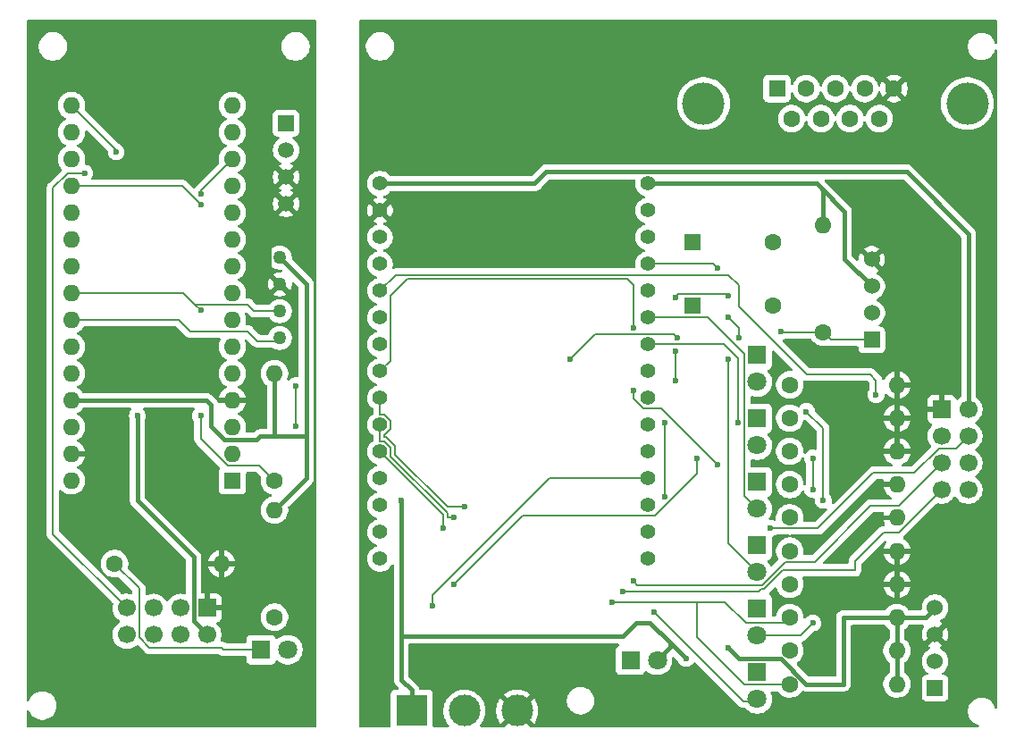
<source format=gtl>
G04 #@! TF.GenerationSoftware,KiCad,Pcbnew,9.0.1*
G04 #@! TF.CreationDate,2025-05-15T21:23:48-07:00*
G04 #@! TF.ProjectId,ARDU_RF_TEMP,41524455-5f52-4465-9f54-454d502e6b69,rev?*
G04 #@! TF.SameCoordinates,Original*
G04 #@! TF.FileFunction,Copper,L1,Top*
G04 #@! TF.FilePolarity,Positive*
%FSLAX46Y46*%
G04 Gerber Fmt 4.6, Leading zero omitted, Abs format (unit mm)*
G04 Created by KiCad (PCBNEW 9.0.1) date 2025-05-15 21:23:48*
%MOMM*%
%LPD*%
G01*
G04 APERTURE LIST*
G04 Aperture macros list*
%AMRoundRect*
0 Rectangle with rounded corners*
0 $1 Rounding radius*
0 $2 $3 $4 $5 $6 $7 $8 $9 X,Y pos of 4 corners*
0 Add a 4 corners polygon primitive as box body*
4,1,4,$2,$3,$4,$5,$6,$7,$8,$9,$2,$3,0*
0 Add four circle primitives for the rounded corners*
1,1,$1+$1,$2,$3*
1,1,$1+$1,$4,$5*
1,1,$1+$1,$6,$7*
1,1,$1+$1,$8,$9*
0 Add four rect primitives between the rounded corners*
20,1,$1+$1,$2,$3,$4,$5,0*
20,1,$1+$1,$4,$5,$6,$7,0*
20,1,$1+$1,$6,$7,$8,$9,0*
20,1,$1+$1,$8,$9,$2,$3,0*%
G04 Aperture macros list end*
G04 #@! TA.AperFunction,ComponentPad*
%ADD10R,3.000000X3.000000*%
G04 #@! TD*
G04 #@! TA.AperFunction,ComponentPad*
%ADD11C,3.000000*%
G04 #@! TD*
G04 #@! TA.AperFunction,ComponentPad*
%ADD12C,4.000000*%
G04 #@! TD*
G04 #@! TA.AperFunction,ComponentPad*
%ADD13R,1.600000X1.600000*%
G04 #@! TD*
G04 #@! TA.AperFunction,ComponentPad*
%ADD14C,1.600000*%
G04 #@! TD*
G04 #@! TA.AperFunction,ComponentPad*
%ADD15C,1.408000*%
G04 #@! TD*
G04 #@! TA.AperFunction,ComponentPad*
%ADD16O,1.600000X1.600000*%
G04 #@! TD*
G04 #@! TA.AperFunction,ComponentPad*
%ADD17R,1.800000X1.800000*%
G04 #@! TD*
G04 #@! TA.AperFunction,ComponentPad*
%ADD18C,1.800000*%
G04 #@! TD*
G04 #@! TA.AperFunction,ComponentPad*
%ADD19RoundRect,0.250000X-0.550000X-0.550000X0.550000X-0.550000X0.550000X0.550000X-0.550000X0.550000X0*%
G04 #@! TD*
G04 #@! TA.AperFunction,ComponentPad*
%ADD20R,1.500000X1.500000*%
G04 #@! TD*
G04 #@! TA.AperFunction,ComponentPad*
%ADD21C,1.500000*%
G04 #@! TD*
G04 #@! TA.AperFunction,ComponentPad*
%ADD22R,1.524000X1.524000*%
G04 #@! TD*
G04 #@! TA.AperFunction,ComponentPad*
%ADD23C,1.524000*%
G04 #@! TD*
G04 #@! TA.AperFunction,ComponentPad*
%ADD24C,1.270000*%
G04 #@! TD*
G04 #@! TA.AperFunction,ComponentPad*
%ADD25R,1.700000X1.700000*%
G04 #@! TD*
G04 #@! TA.AperFunction,ComponentPad*
%ADD26C,1.700000*%
G04 #@! TD*
G04 #@! TA.AperFunction,ViaPad*
%ADD27C,0.600000*%
G04 #@! TD*
G04 #@! TA.AperFunction,Conductor*
%ADD28C,0.200000*%
G04 #@! TD*
G04 #@! TA.AperFunction,Conductor*
%ADD29C,0.400000*%
G04 #@! TD*
G04 APERTURE END LIST*
D10*
X49000000Y-77950000D03*
D11*
X54000000Y-77950000D03*
X59000000Y-77950000D03*
D12*
X76655000Y-20420000D03*
X101655000Y-20420000D03*
D13*
X83615000Y-19000000D03*
D14*
X86385000Y-19000000D03*
X89155000Y-19000000D03*
X91925000Y-19000000D03*
X94695000Y-19000000D03*
X85000000Y-21840000D03*
X87770000Y-21840000D03*
X90540000Y-21840000D03*
X93310000Y-21840000D03*
D15*
X71400000Y-63560000D03*
X71400000Y-61020000D03*
X71400000Y-58480000D03*
X71400000Y-55940000D03*
X71400000Y-53400000D03*
X71400000Y-50860000D03*
X71400000Y-48320000D03*
X71400000Y-45780000D03*
X71400000Y-43240000D03*
X71400000Y-40700000D03*
X71400000Y-38160000D03*
X71400000Y-35620000D03*
X71400000Y-33080000D03*
X71400000Y-30540000D03*
X71400000Y-28000000D03*
X46000000Y-28000000D03*
X46000000Y-30540000D03*
X46000000Y-33080000D03*
X46000000Y-35620000D03*
X46000000Y-38160000D03*
X46000000Y-40700000D03*
X46000000Y-43240000D03*
X46000000Y-45780000D03*
X46000000Y-48320000D03*
X46000000Y-50860000D03*
X46000000Y-53400000D03*
X46000000Y-55940000D03*
X46000000Y-58480000D03*
X46000000Y-61020000D03*
X46000000Y-63560000D03*
D14*
X84820000Y-47067500D03*
D16*
X94980000Y-47067500D03*
D17*
X81735000Y-62277500D03*
D18*
X81735000Y-64817500D03*
D19*
X75595000Y-33580000D03*
D14*
X83215000Y-33580000D03*
X36000000Y-56160000D03*
D16*
X36000000Y-46000000D03*
D17*
X81735000Y-74297500D03*
D18*
X81735000Y-76837500D03*
D17*
X81735000Y-44247500D03*
D18*
X81735000Y-46787500D03*
D14*
X84820000Y-53367500D03*
D16*
X94980000Y-53367500D03*
D14*
X84820000Y-59667500D03*
D16*
X94980000Y-59667500D03*
D13*
X32000000Y-56160000D03*
D16*
X32000000Y-53620000D03*
X32000000Y-51080000D03*
X32000000Y-48540000D03*
X32000000Y-46000000D03*
X32000000Y-43460000D03*
X32000000Y-40920000D03*
X32000000Y-38380000D03*
X32000000Y-35840000D03*
X32000000Y-33300000D03*
X32000000Y-30760000D03*
X32000000Y-28220000D03*
X32000000Y-25680000D03*
X32000000Y-23140000D03*
X32000000Y-20600000D03*
X16760000Y-20600000D03*
X16760000Y-23140000D03*
X16760000Y-25680000D03*
X16760000Y-28220000D03*
X16760000Y-30760000D03*
X16760000Y-33300000D03*
X16760000Y-35840000D03*
X16760000Y-38380000D03*
X16760000Y-40920000D03*
X16760000Y-43460000D03*
X16760000Y-46000000D03*
X16760000Y-48540000D03*
X16760000Y-51080000D03*
X16760000Y-53620000D03*
X16760000Y-56160000D03*
D20*
X37097500Y-22287500D03*
D21*
X37097500Y-24827500D03*
X37097500Y-27367500D03*
X37097500Y-29907500D03*
D14*
X36000000Y-69080000D03*
D16*
X36000000Y-58920000D03*
D14*
X84820000Y-50217500D03*
D16*
X94980000Y-50217500D03*
D17*
X69730000Y-73165000D03*
D18*
X72270000Y-73165000D03*
D14*
X84820000Y-69117500D03*
D16*
X94980000Y-69117500D03*
D19*
X75595000Y-39580000D03*
D14*
X83215000Y-39580000D03*
D17*
X81735000Y-68287500D03*
D18*
X81735000Y-70827500D03*
D14*
X84820000Y-56517500D03*
D16*
X94980000Y-56517500D03*
D17*
X81735000Y-50257500D03*
D18*
X81735000Y-52797500D03*
D14*
X84820000Y-72267500D03*
D16*
X94980000Y-72267500D03*
D22*
X98589800Y-75810000D03*
D23*
X98589800Y-73270000D03*
X98589800Y-70730000D03*
X98589800Y-68190000D03*
D22*
X92589800Y-42810000D03*
D23*
X92589800Y-40270000D03*
X92589800Y-37730000D03*
X92589800Y-35190000D03*
D17*
X34730000Y-72165000D03*
D18*
X37270000Y-72165000D03*
D17*
X81735000Y-56267500D03*
D18*
X81735000Y-58807500D03*
D24*
X36500000Y-42620000D03*
X36500000Y-40080000D03*
X36500000Y-37540000D03*
X36500000Y-35000000D03*
D14*
X20840000Y-64000000D03*
D16*
X31000000Y-64000000D03*
D14*
X84820000Y-75417500D03*
D16*
X94980000Y-75417500D03*
D25*
X29625000Y-68210500D03*
D26*
X29625000Y-70750500D03*
X27085000Y-68210500D03*
X27085000Y-70750500D03*
X24545000Y-68210500D03*
X24545000Y-70750500D03*
X22005000Y-68210500D03*
X22005000Y-70750500D03*
D14*
X84820000Y-62817500D03*
D16*
X94980000Y-62817500D03*
D14*
X84820000Y-65967500D03*
D16*
X94980000Y-65967500D03*
D25*
X99210500Y-49375000D03*
D26*
X101750500Y-49375000D03*
X99210500Y-51915000D03*
X101750500Y-51915000D03*
X99210500Y-54455000D03*
X101750500Y-54455000D03*
X99210500Y-56995000D03*
X101750500Y-56995000D03*
D14*
X88000000Y-42080000D03*
D16*
X88000000Y-31920000D03*
D27*
X48000000Y-58000000D03*
X84000000Y-42000000D03*
X88000000Y-58000000D03*
X86400000Y-49599000D03*
X51000000Y-68000000D03*
X87000000Y-57000000D03*
X87000000Y-54000000D03*
X93000000Y-48000000D03*
X53000000Y-66000000D03*
X76000000Y-54000000D03*
X29000000Y-50000000D03*
X29000000Y-40000000D03*
X18000000Y-27000000D03*
X23000000Y-50000000D03*
X29000000Y-30000000D03*
X64000000Y-44640000D03*
X74199000Y-42640000D03*
X68000000Y-67640000D03*
X52000000Y-60640000D03*
X53000000Y-59640000D03*
X69000000Y-66640000D03*
X70000000Y-65640000D03*
X54000000Y-58640000D03*
X82999485Y-60639485D03*
X70000000Y-41635000D03*
X78000000Y-54640000D03*
X70000000Y-47640000D03*
X21000000Y-25000000D03*
X29000000Y-29000000D03*
X38000000Y-47160000D03*
X38000000Y-51000000D03*
X74000000Y-46640000D03*
X73000000Y-50640000D03*
X72000000Y-68640000D03*
X74000000Y-43840000D03*
X73005000Y-57640000D03*
X79000000Y-38640000D03*
X73963235Y-38796765D03*
X87000000Y-69640000D03*
X78000000Y-36040000D03*
X80000000Y-42640000D03*
X79000000Y-44640000D03*
X79000000Y-40640000D03*
X79934000Y-50640000D03*
X75000000Y-73000000D03*
X79000000Y-72000000D03*
D28*
X88000000Y-42080000D02*
X84080000Y-42080000D01*
X84080000Y-42080000D02*
X84000000Y-42000000D01*
X92589800Y-42810000D02*
X88730000Y-42810000D01*
X88730000Y-42810000D02*
X88000000Y-42080000D01*
D29*
X87360000Y-28000000D02*
X87680000Y-28320000D01*
X88000000Y-31920000D02*
X88000000Y-28640000D01*
X88000000Y-28640000D02*
X87680000Y-28320000D01*
X48000000Y-58000000D02*
X48000000Y-71000000D01*
X68969000Y-70881000D02*
X48119000Y-70881000D01*
X48119000Y-70881000D02*
X48000000Y-71000000D01*
X48000000Y-71000000D02*
X48000000Y-75000000D01*
X48000000Y-75000000D02*
X49000000Y-76000000D01*
X49000000Y-76000000D02*
X49000000Y-77950000D01*
D28*
X88000000Y-52000000D02*
X88000000Y-58000000D01*
X86400000Y-49599000D02*
X88000000Y-51199000D01*
X88000000Y-51199000D02*
X88000000Y-52000000D01*
X51000000Y-67000000D02*
X51000000Y-68000000D01*
X57000000Y-61000000D02*
X51000000Y-67000000D01*
X71400000Y-55940000D02*
X62060000Y-55940000D01*
X62060000Y-55940000D02*
X57000000Y-61000000D01*
X87000000Y-54000000D02*
X87000000Y-57000000D01*
X93710500Y-61067500D02*
X95138000Y-61067500D01*
X95138000Y-61067500D02*
X99210500Y-56995000D01*
X70000000Y-65640000D02*
X70378500Y-66018500D01*
X70378500Y-66018500D02*
X82232471Y-66018500D01*
X82232471Y-66018500D02*
X84432471Y-63818500D01*
X84432471Y-63818500D02*
X87164628Y-63818500D01*
X87164628Y-63818500D02*
X92455628Y-58527500D01*
X92455628Y-58527500D02*
X95138000Y-58527500D01*
X95138000Y-58527500D02*
X99210500Y-54455000D01*
X82999485Y-60639485D02*
X83028500Y-60668500D01*
X83028500Y-60668500D02*
X87483372Y-60668500D01*
X87483372Y-60668500D02*
X92735372Y-55416500D01*
X92735372Y-55416500D02*
X96583500Y-55416500D01*
X96583500Y-55416500D02*
X98934000Y-53066000D01*
X98934000Y-53066000D02*
X100599500Y-53066000D01*
X100599500Y-53066000D02*
X101750500Y-51915000D01*
X93000000Y-46640000D02*
X92426500Y-46066500D01*
X93000000Y-48000000D02*
X93000000Y-46640000D01*
X72009943Y-59485000D02*
X76000000Y-55494943D01*
X59515000Y-59485000D02*
X72009943Y-59485000D01*
X76000000Y-55494943D02*
X76000000Y-54000000D01*
X53000000Y-66000000D02*
X59515000Y-59485000D01*
D29*
X71580000Y-69580000D02*
X73500000Y-71500000D01*
X70270000Y-69580000D02*
X71580000Y-69580000D01*
X68969000Y-70881000D02*
X70270000Y-69580000D01*
X72270000Y-73165000D02*
X73500000Y-71935000D01*
X73500000Y-71935000D02*
X73500000Y-71500000D01*
X94980000Y-69117500D02*
X97662300Y-69117500D01*
X97662300Y-69117500D02*
X98589800Y-68190000D01*
X79000000Y-72000000D02*
X79996500Y-72996500D01*
X89900000Y-75417500D02*
X89900000Y-69117500D01*
X79996500Y-72996500D02*
X83956050Y-72996500D01*
X83956050Y-72996500D02*
X86377050Y-75417500D01*
X86377050Y-75417500D02*
X89900000Y-75417500D01*
X89900000Y-69117500D02*
X94980000Y-69117500D01*
X94980000Y-72267500D02*
X94980000Y-69117500D01*
X94980000Y-75417500D02*
X94980000Y-72267500D01*
X60640000Y-28000000D02*
X60820000Y-27820000D01*
X101750500Y-49375000D02*
X101750500Y-32750500D01*
X95895000Y-26895000D02*
X61745000Y-26895000D01*
X101750500Y-32750500D02*
X95895000Y-26895000D01*
X61745000Y-26895000D02*
X60820000Y-27820000D01*
X90000000Y-30640000D02*
X90000000Y-35140200D01*
X90000000Y-35140200D02*
X92589800Y-37730000D01*
X39000000Y-51960000D02*
X36000000Y-51960000D01*
X36000000Y-46000000D02*
X36000000Y-51960000D01*
D28*
X29000000Y-40000000D02*
X28481000Y-39481000D01*
X36000000Y-56160000D02*
X34561000Y-54721000D01*
X29000000Y-52177050D02*
X29000000Y-50000000D01*
X34561000Y-54721000D02*
X31543950Y-54721000D01*
X31543950Y-54721000D02*
X29000000Y-52177050D01*
D29*
X36000000Y-58920000D02*
X39000000Y-55920000D01*
X39000000Y-55920000D02*
X39000000Y-51960000D01*
X36000000Y-51960000D02*
X34642000Y-51960000D01*
X34642000Y-51960000D02*
X34321000Y-52281000D01*
X36500000Y-35000000D02*
X39000000Y-37500000D01*
X39000000Y-37500000D02*
X39000000Y-51960000D01*
X34321000Y-52281000D02*
X31281000Y-52281000D01*
X31281000Y-52281000D02*
X30000000Y-51000000D01*
X30000000Y-51000000D02*
X30000000Y-49000000D01*
X30000000Y-49000000D02*
X29540000Y-48540000D01*
X29540000Y-48540000D02*
X16760000Y-48540000D01*
X37097500Y-29907500D02*
X35464000Y-31541000D01*
X35464000Y-31541000D02*
X35464000Y-36504000D01*
X35464000Y-36504000D02*
X36500000Y-37540000D01*
D28*
X20840000Y-64000000D02*
X23156000Y-66316000D01*
X31165000Y-72165000D02*
X34730000Y-72165000D01*
X23156000Y-66316000D02*
X23156000Y-70989260D01*
X23156000Y-70989260D02*
X24166740Y-72000000D01*
X24166740Y-72000000D02*
X31000000Y-72000000D01*
X31000000Y-72000000D02*
X31165000Y-72165000D01*
X16422950Y-27000000D02*
X18000000Y-27000000D01*
X15000000Y-28422950D02*
X16422950Y-27000000D01*
X15000000Y-34000000D02*
X15000000Y-28422950D01*
X22005000Y-68210500D02*
X15000000Y-61205500D01*
X15000000Y-61205500D02*
X15000000Y-34000000D01*
D29*
X29625000Y-70750500D02*
X28336000Y-69461500D01*
X28336000Y-69461500D02*
X28336000Y-63336000D01*
X28336000Y-63336000D02*
X23000000Y-58000000D01*
X23000000Y-58000000D02*
X23000000Y-50000000D01*
D28*
X27220000Y-28220000D02*
X29000000Y-30000000D01*
X16760000Y-28220000D02*
X27220000Y-28220000D01*
X66405000Y-42235000D02*
X64000000Y-44640000D01*
X73794000Y-42235000D02*
X66405000Y-42235000D01*
X74199000Y-42640000D02*
X73794000Y-42235000D01*
X46000000Y-53400000D02*
X52000000Y-59400000D01*
X84820000Y-75417500D02*
X84739000Y-75498500D01*
X68000000Y-67640000D02*
X76000000Y-67640000D01*
X76000000Y-70964500D02*
X76000000Y-67640000D01*
X80672000Y-69626500D02*
X84311000Y-69626500D01*
X80534000Y-75498500D02*
X76000000Y-70964500D01*
X76000000Y-67640000D02*
X78685500Y-67640000D01*
X52000000Y-59400000D02*
X52000000Y-60640000D01*
X84739000Y-75498500D02*
X80534000Y-75498500D01*
X84311000Y-69626500D02*
X84820000Y-69117500D01*
X78685500Y-67640000D02*
X80672000Y-69626500D01*
X46000000Y-38160000D02*
X47520000Y-36640000D01*
X79000000Y-36640000D02*
X80000000Y-37640000D01*
X86426500Y-46066500D02*
X92426500Y-46066500D01*
X47520000Y-36640000D02*
X79000000Y-36640000D01*
X80000000Y-39640000D02*
X86426500Y-46066500D01*
X80000000Y-37640000D02*
X80000000Y-39640000D01*
X81865936Y-66640000D02*
X82086436Y-66419500D01*
X46000000Y-50860000D02*
X46000000Y-52395000D01*
X47005000Y-53816285D02*
X46994193Y-53827093D01*
X84178071Y-64640000D02*
X91000000Y-64640000D01*
X91000000Y-64640000D02*
X91000000Y-63778000D01*
X46994193Y-53827093D02*
X52401000Y-59233900D01*
X82086436Y-66419500D02*
X82398571Y-66419500D01*
X52401000Y-59233900D02*
X52401000Y-59640000D01*
X46000000Y-52395000D02*
X46416285Y-52395000D01*
X47005000Y-52983715D02*
X47005000Y-53816285D01*
X69000000Y-66640000D02*
X81865936Y-66640000D01*
X82398571Y-66419500D02*
X84178071Y-64640000D01*
X91000000Y-63778000D02*
X93710500Y-61067500D01*
X52401000Y-59640000D02*
X53000000Y-59640000D01*
X46416285Y-52395000D02*
X47005000Y-52983715D01*
X46401000Y-51865000D02*
X46401000Y-51994000D01*
X52374200Y-58640000D02*
X54000000Y-58640000D01*
X46416285Y-49855000D02*
X47005000Y-50443715D01*
X47406000Y-53671800D02*
X52374200Y-58640000D01*
X46416285Y-51865000D02*
X46401000Y-51865000D01*
X47406000Y-52817615D02*
X47406000Y-53671800D01*
X47005000Y-51276285D02*
X46416285Y-51865000D01*
X46000000Y-49855000D02*
X46416285Y-49855000D01*
X46582385Y-51994000D02*
X47406000Y-52817615D01*
X46401000Y-51994000D02*
X46582385Y-51994000D01*
X47005000Y-50443715D02*
X47005000Y-51276285D01*
X46000000Y-48320000D02*
X46000000Y-49855000D01*
X48599000Y-37041000D02*
X49000000Y-37041000D01*
X70983715Y-49325000D02*
X71000000Y-49325000D01*
X47000000Y-38640000D02*
X48599000Y-37041000D01*
X70000000Y-48341285D02*
X70983715Y-49325000D01*
X72685000Y-49325000D02*
X78000000Y-54640000D01*
X49000000Y-37041000D02*
X68000000Y-37041000D01*
X47005000Y-44775000D02*
X47005000Y-38645000D01*
X68000000Y-37041000D02*
X69401000Y-37041000D01*
X46000000Y-45780000D02*
X47005000Y-44775000D01*
X69401000Y-37041000D02*
X70000000Y-37640000D01*
X47005000Y-38645000D02*
X47000000Y-38640000D01*
X71000000Y-49325000D02*
X72685000Y-49325000D01*
X70000000Y-37640000D02*
X70000000Y-41635000D01*
X70000000Y-47640000D02*
X70000000Y-48341285D01*
X21000000Y-25000000D02*
X21000000Y-24840000D01*
X21000000Y-24840000D02*
X16760000Y-20600000D01*
X29000000Y-29000000D02*
X29000000Y-28680000D01*
X29000000Y-28680000D02*
X32000000Y-25680000D01*
X28021000Y-42021000D02*
X33461000Y-42021000D01*
X33461000Y-42021000D02*
X34361000Y-42921000D01*
X38000000Y-51000000D02*
X38000000Y-47160000D01*
X16760000Y-40920000D02*
X26920000Y-40920000D01*
X34361000Y-42921000D02*
X36500000Y-42921000D01*
X26920000Y-40920000D02*
X28021000Y-42021000D01*
X27380000Y-38380000D02*
X28481000Y-39481000D01*
X33461000Y-39481000D02*
X34060000Y-40080000D01*
X28481000Y-39481000D02*
X33461000Y-39481000D01*
X16760000Y-38380000D02*
X27380000Y-38380000D01*
X34060000Y-40080000D02*
X36500000Y-40080000D01*
X73005000Y-57640000D02*
X73005000Y-50645000D01*
X74000000Y-46640000D02*
X74000000Y-43840000D01*
X80433500Y-77073500D02*
X72000000Y-68640000D01*
X78839000Y-38479000D02*
X79000000Y-38640000D01*
X81735000Y-76837500D02*
X81499000Y-77073500D01*
X73005000Y-50645000D02*
X73000000Y-50640000D01*
X81499000Y-77073500D02*
X80433500Y-77073500D01*
X74281000Y-38479000D02*
X78839000Y-38479000D01*
X73963235Y-38796765D02*
X74281000Y-38479000D01*
X85812500Y-70827500D02*
X81735000Y-70827500D01*
X87000000Y-69640000D02*
X85812500Y-70827500D01*
X79000000Y-62082500D02*
X81735000Y-64817500D01*
X71400000Y-35620000D02*
X77580000Y-35620000D01*
X79000000Y-44640000D02*
X79000000Y-62082500D01*
X80000000Y-42640000D02*
X80000000Y-41640000D01*
X80000000Y-41640000D02*
X79000000Y-40640000D01*
X77580000Y-35620000D02*
X78000000Y-36040000D01*
X71400000Y-40700000D02*
X77060000Y-40700000D01*
X77060000Y-40700000D02*
X80534000Y-44174000D01*
X80534000Y-57606500D02*
X81735000Y-58807500D01*
X80534000Y-44174000D02*
X80534000Y-57606500D01*
X79000000Y-43640000D02*
X79934000Y-44574000D01*
X78600000Y-43240000D02*
X79000000Y-43640000D01*
X79934000Y-44574000D02*
X79934000Y-50640000D01*
X71400000Y-43240000D02*
X78600000Y-43240000D01*
D29*
X71400000Y-28000000D02*
X87360000Y-28000000D01*
X87680000Y-28320000D02*
X90000000Y-30640000D01*
X73500000Y-71500000D02*
X75000000Y-73000000D01*
X46000000Y-28000000D02*
X60640000Y-28000000D01*
G04 #@! TA.AperFunction,Conductor*
G36*
X104442539Y-12520185D02*
G01*
X104488294Y-12572989D01*
X104499500Y-12624500D01*
X104499500Y-14623575D01*
X104479815Y-14690614D01*
X104427011Y-14736369D01*
X104357853Y-14746313D01*
X104294297Y-14717288D01*
X104257569Y-14661894D01*
X104205218Y-14500776D01*
X104171503Y-14434607D01*
X104112287Y-14318390D01*
X104104556Y-14307749D01*
X103991971Y-14152786D01*
X103847213Y-14008028D01*
X103681613Y-13887715D01*
X103681612Y-13887714D01*
X103681610Y-13887713D01*
X103597681Y-13844949D01*
X103499223Y-13794781D01*
X103304534Y-13731522D01*
X103129995Y-13703878D01*
X103102352Y-13699500D01*
X102897648Y-13699500D01*
X102873329Y-13703351D01*
X102695465Y-13731522D01*
X102500776Y-13794781D01*
X102318386Y-13887715D01*
X102152786Y-14008028D01*
X102008028Y-14152786D01*
X101887715Y-14318386D01*
X101794781Y-14500776D01*
X101731522Y-14695465D01*
X101699500Y-14897648D01*
X101699500Y-15102351D01*
X101731522Y-15304534D01*
X101794781Y-15499223D01*
X101887715Y-15681613D01*
X102008028Y-15847213D01*
X102152786Y-15991971D01*
X102307749Y-16104556D01*
X102318390Y-16112287D01*
X102402319Y-16155051D01*
X102500776Y-16205218D01*
X102500778Y-16205218D01*
X102500781Y-16205220D01*
X102605137Y-16239127D01*
X102695465Y-16268477D01*
X102796557Y-16284488D01*
X102897648Y-16300500D01*
X102897649Y-16300500D01*
X103102351Y-16300500D01*
X103102352Y-16300500D01*
X103304534Y-16268477D01*
X103499219Y-16205220D01*
X103681610Y-16112287D01*
X103794726Y-16030104D01*
X103847213Y-15991971D01*
X103847215Y-15991968D01*
X103847219Y-15991966D01*
X103991966Y-15847219D01*
X103991968Y-15847215D01*
X103991971Y-15847213D01*
X104093247Y-15707816D01*
X104112287Y-15681610D01*
X104205220Y-15499219D01*
X104257569Y-15338106D01*
X104297007Y-15280430D01*
X104361365Y-15253232D01*
X104430212Y-15265147D01*
X104481687Y-15312391D01*
X104499500Y-15376424D01*
X104499500Y-77623575D01*
X104479815Y-77690614D01*
X104427011Y-77736369D01*
X104357853Y-77746313D01*
X104294297Y-77717288D01*
X104257569Y-77661894D01*
X104205218Y-77500776D01*
X104141185Y-77375106D01*
X104112287Y-77318390D01*
X104102220Y-77304534D01*
X103991971Y-77152786D01*
X103847213Y-77008028D01*
X103681613Y-76887715D01*
X103681612Y-76887714D01*
X103681610Y-76887713D01*
X103581066Y-76836483D01*
X103499223Y-76794781D01*
X103304534Y-76731522D01*
X103129995Y-76703878D01*
X103102352Y-76699500D01*
X102897648Y-76699500D01*
X102873329Y-76703351D01*
X102695465Y-76731522D01*
X102500776Y-76794781D01*
X102318386Y-76887715D01*
X102152786Y-77008028D01*
X102008028Y-77152786D01*
X101887715Y-77318386D01*
X101794781Y-77500776D01*
X101731522Y-77695465D01*
X101699500Y-77897648D01*
X101699500Y-78102351D01*
X101731522Y-78304534D01*
X101794781Y-78499223D01*
X101887715Y-78681613D01*
X102008028Y-78847213D01*
X102152786Y-78991971D01*
X102307749Y-79104556D01*
X102318390Y-79112287D01*
X102434607Y-79171503D01*
X102500776Y-79205218D01*
X102500778Y-79205218D01*
X102500781Y-79205220D01*
X102604881Y-79239044D01*
X102661894Y-79257569D01*
X102719569Y-79297007D01*
X102746767Y-79361366D01*
X102734852Y-79430212D01*
X102687608Y-79481688D01*
X102623575Y-79499500D01*
X60247309Y-79499500D01*
X60180270Y-79479815D01*
X60159628Y-79463181D01*
X59211059Y-78514612D01*
X59231591Y-78509111D01*
X59368408Y-78430119D01*
X59480119Y-78318408D01*
X59559111Y-78181591D01*
X59564612Y-78161059D01*
X60579917Y-79176365D01*
X60579919Y-79176365D01*
X60666499Y-79063534D01*
X60666511Y-79063516D01*
X60797590Y-78836482D01*
X60797595Y-78836471D01*
X60897924Y-78594255D01*
X60965777Y-78341020D01*
X60965779Y-78341009D01*
X60999999Y-78081094D01*
X61000000Y-78081080D01*
X61000000Y-77818919D01*
X60999999Y-77818905D01*
X60965779Y-77558990D01*
X60965777Y-77558979D01*
X60897924Y-77305744D01*
X60797595Y-77063528D01*
X60797590Y-77063517D01*
X60734808Y-76954776D01*
X60701825Y-76897648D01*
X63699500Y-76897648D01*
X63699500Y-77102351D01*
X63731522Y-77304534D01*
X63794781Y-77499223D01*
X63887715Y-77681613D01*
X64008028Y-77847213D01*
X64152786Y-77991971D01*
X64307749Y-78104556D01*
X64318390Y-78112287D01*
X64434607Y-78171503D01*
X64500776Y-78205218D01*
X64500778Y-78205218D01*
X64500781Y-78205220D01*
X64601667Y-78238000D01*
X64695465Y-78268477D01*
X64770933Y-78280430D01*
X64897648Y-78300500D01*
X64897649Y-78300500D01*
X65102351Y-78300500D01*
X65102352Y-78300500D01*
X65304534Y-78268477D01*
X65499219Y-78205220D01*
X65681610Y-78112287D01*
X65796258Y-78028991D01*
X65847213Y-77991971D01*
X65847215Y-77991968D01*
X65847219Y-77991966D01*
X65991966Y-77847219D01*
X65991968Y-77847215D01*
X65991971Y-77847213D01*
X66062697Y-77749865D01*
X66112287Y-77681610D01*
X66205220Y-77499219D01*
X66268477Y-77304534D01*
X66300500Y-77102352D01*
X66300500Y-76897648D01*
X66268477Y-76695466D01*
X66263283Y-76679482D01*
X66239127Y-76605137D01*
X66205220Y-76500781D01*
X66205218Y-76500778D01*
X66205218Y-76500776D01*
X66158695Y-76409471D01*
X66112287Y-76318390D01*
X66104556Y-76307749D01*
X65991971Y-76152786D01*
X65847213Y-76008028D01*
X65681613Y-75887715D01*
X65681612Y-75887714D01*
X65681610Y-75887713D01*
X65606986Y-75849690D01*
X65499223Y-75794781D01*
X65304534Y-75731522D01*
X65129995Y-75703878D01*
X65102352Y-75699500D01*
X64897648Y-75699500D01*
X64873329Y-75703351D01*
X64695465Y-75731522D01*
X64500776Y-75794781D01*
X64318386Y-75887715D01*
X64152786Y-76008028D01*
X64008028Y-76152786D01*
X63887715Y-76318386D01*
X63794781Y-76500776D01*
X63731522Y-76695465D01*
X63699500Y-76897648D01*
X60701825Y-76897648D01*
X60666511Y-76836483D01*
X60666505Y-76836475D01*
X60579918Y-76723633D01*
X60579917Y-76723633D01*
X59564612Y-77738939D01*
X59559111Y-77718409D01*
X59480119Y-77581592D01*
X59368408Y-77469881D01*
X59231591Y-77390889D01*
X59211057Y-77385387D01*
X60226365Y-76370080D01*
X60113524Y-76283494D01*
X60113516Y-76283488D01*
X59886482Y-76152409D01*
X59886471Y-76152404D01*
X59644255Y-76052075D01*
X59391020Y-75984222D01*
X59391009Y-75984220D01*
X59131094Y-75950000D01*
X58868905Y-75950000D01*
X58608990Y-75984220D01*
X58608979Y-75984222D01*
X58355744Y-76052075D01*
X58113528Y-76152404D01*
X58113517Y-76152409D01*
X57886471Y-76283496D01*
X57773633Y-76370079D01*
X57773633Y-76370080D01*
X58788940Y-77385387D01*
X58768409Y-77390889D01*
X58631592Y-77469881D01*
X58519881Y-77581592D01*
X58440889Y-77718409D01*
X58435387Y-77738940D01*
X57420080Y-76723633D01*
X57420079Y-76723633D01*
X57333496Y-76836471D01*
X57202409Y-77063517D01*
X57202404Y-77063528D01*
X57102075Y-77305744D01*
X57034222Y-77558979D01*
X57034220Y-77558990D01*
X57000000Y-77818905D01*
X57000000Y-78081094D01*
X57034220Y-78341009D01*
X57034222Y-78341020D01*
X57102075Y-78594255D01*
X57202404Y-78836471D01*
X57202409Y-78836482D01*
X57333488Y-79063516D01*
X57333494Y-79063524D01*
X57420080Y-79176365D01*
X58435387Y-78161058D01*
X58440889Y-78181591D01*
X58519881Y-78318408D01*
X58631592Y-78430119D01*
X58768409Y-78509111D01*
X58788940Y-78514612D01*
X57840372Y-79463181D01*
X57779049Y-79496666D01*
X57752691Y-79499500D01*
X55578996Y-79499500D01*
X55511957Y-79479815D01*
X55466202Y-79427011D01*
X55456258Y-79357853D01*
X55485283Y-79294297D01*
X55491315Y-79287819D01*
X55507274Y-79271860D01*
X55507277Y-79271855D01*
X55507282Y-79271851D01*
X55666924Y-79063803D01*
X55798043Y-78836697D01*
X55898398Y-78594419D01*
X55966270Y-78341116D01*
X56000500Y-78081120D01*
X56000500Y-77818880D01*
X55966270Y-77558884D01*
X55898398Y-77305581D01*
X55840355Y-77165452D01*
X55798046Y-77063309D01*
X55798041Y-77063299D01*
X55666924Y-76836196D01*
X55507281Y-76628148D01*
X55507274Y-76628140D01*
X55321860Y-76442726D01*
X55321851Y-76442718D01*
X55113803Y-76283075D01*
X54886700Y-76151958D01*
X54886690Y-76151953D01*
X54644428Y-76051605D01*
X54644421Y-76051603D01*
X54644419Y-76051602D01*
X54391116Y-75983730D01*
X54333339Y-75976123D01*
X54131127Y-75949500D01*
X54131120Y-75949500D01*
X53868880Y-75949500D01*
X53868872Y-75949500D01*
X53637772Y-75979926D01*
X53608884Y-75983730D01*
X53405333Y-76038271D01*
X53355581Y-76051602D01*
X53355571Y-76051605D01*
X53113309Y-76151953D01*
X53113299Y-76151958D01*
X52886196Y-76283075D01*
X52678148Y-76442718D01*
X52492718Y-76628148D01*
X52333075Y-76836196D01*
X52201958Y-77063299D01*
X52201953Y-77063309D01*
X52101605Y-77305571D01*
X52101602Y-77305581D01*
X52033730Y-77558884D01*
X52033716Y-77558990D01*
X51999500Y-77818872D01*
X51999500Y-78081127D01*
X52023728Y-78265147D01*
X52033730Y-78341116D01*
X52078744Y-78509111D01*
X52101602Y-78594418D01*
X52101605Y-78594428D01*
X52201953Y-78836690D01*
X52201958Y-78836700D01*
X52333075Y-79063803D01*
X52492718Y-79271851D01*
X52492726Y-79271860D01*
X52508685Y-79287819D01*
X52542170Y-79349142D01*
X52537186Y-79418834D01*
X52495314Y-79474767D01*
X52429850Y-79499184D01*
X52421004Y-79499500D01*
X51124500Y-79499500D01*
X51057461Y-79479815D01*
X51011706Y-79427011D01*
X51000500Y-79375500D01*
X51000499Y-76402129D01*
X51000498Y-76402123D01*
X51000497Y-76402116D01*
X50994091Y-76342517D01*
X50985092Y-76318390D01*
X50943797Y-76207671D01*
X50943793Y-76207664D01*
X50857547Y-76092455D01*
X50857544Y-76092452D01*
X50742335Y-76006206D01*
X50742328Y-76006202D01*
X50607482Y-75955908D01*
X50607483Y-75955908D01*
X50547883Y-75949501D01*
X50547881Y-75949500D01*
X50547873Y-75949500D01*
X50547865Y-75949500D01*
X49805942Y-75949500D01*
X49738903Y-75929815D01*
X49693148Y-75877011D01*
X49684325Y-75849695D01*
X49673580Y-75795672D01*
X49673211Y-75794780D01*
X49620777Y-75668192D01*
X49544112Y-75553454D01*
X48736819Y-74746161D01*
X48703334Y-74684838D01*
X48700500Y-74658480D01*
X48700500Y-71705500D01*
X48720185Y-71638461D01*
X48772989Y-71592706D01*
X48824500Y-71581500D01*
X68543053Y-71581500D01*
X68610092Y-71601185D01*
X68655847Y-71653989D01*
X68665791Y-71723147D01*
X68636766Y-71786703D01*
X68594833Y-71815816D01*
X68595454Y-71816953D01*
X68587664Y-71821206D01*
X68472455Y-71907452D01*
X68472452Y-71907455D01*
X68386206Y-72022664D01*
X68386202Y-72022671D01*
X68335908Y-72157517D01*
X68329501Y-72217116D01*
X68329500Y-72217135D01*
X68329500Y-74112870D01*
X68329501Y-74112876D01*
X68335908Y-74172483D01*
X68386202Y-74307328D01*
X68386206Y-74307335D01*
X68472452Y-74422544D01*
X68472455Y-74422547D01*
X68587664Y-74508793D01*
X68587671Y-74508797D01*
X68722517Y-74559091D01*
X68722516Y-74559091D01*
X68729444Y-74559835D01*
X68782127Y-74565500D01*
X70677872Y-74565499D01*
X70737483Y-74559091D01*
X70872331Y-74508796D01*
X70987546Y-74422546D01*
X71073796Y-74307331D01*
X71097374Y-74244116D01*
X71103601Y-74227420D01*
X71145471Y-74171486D01*
X71210936Y-74147068D01*
X71279209Y-74161919D01*
X71307464Y-74183071D01*
X71357636Y-74233243D01*
X71357641Y-74233247D01*
X71495545Y-74333439D01*
X71535978Y-74362815D01*
X71659058Y-74425528D01*
X71732393Y-74462895D01*
X71732396Y-74462896D01*
X71837221Y-74496955D01*
X71942049Y-74531015D01*
X72159778Y-74565500D01*
X72159779Y-74565500D01*
X72380221Y-74565500D01*
X72380222Y-74565500D01*
X72597951Y-74531015D01*
X72807606Y-74462895D01*
X73004022Y-74362815D01*
X73182365Y-74233242D01*
X73338242Y-74077365D01*
X73467815Y-73899022D01*
X73567895Y-73702606D01*
X73636015Y-73492951D01*
X73670500Y-73275222D01*
X73670500Y-73054778D01*
X73656124Y-72964012D01*
X73665079Y-72894720D01*
X73710075Y-72841268D01*
X73776826Y-72820628D01*
X73844140Y-72839353D01*
X73866276Y-72856932D01*
X74064121Y-73054778D01*
X74203927Y-73194584D01*
X74230807Y-73234812D01*
X74290604Y-73379176D01*
X74290609Y-73379185D01*
X74378210Y-73510288D01*
X74378213Y-73510292D01*
X74489707Y-73621786D01*
X74489711Y-73621789D01*
X74620814Y-73709390D01*
X74620827Y-73709397D01*
X74730036Y-73754632D01*
X74766503Y-73769737D01*
X74921153Y-73800499D01*
X74921156Y-73800500D01*
X74921158Y-73800500D01*
X75078844Y-73800500D01*
X75078845Y-73800499D01*
X75233497Y-73769737D01*
X75379179Y-73709394D01*
X75510289Y-73621789D01*
X75621789Y-73510289D01*
X75697769Y-73396576D01*
X75751381Y-73351772D01*
X75820706Y-73343065D01*
X75883733Y-73373219D01*
X75888552Y-73377787D01*
X79948639Y-77437874D01*
X79948649Y-77437885D01*
X79952979Y-77442215D01*
X79952980Y-77442216D01*
X80064784Y-77554020D01*
X80138270Y-77596446D01*
X80151595Y-77604139D01*
X80151597Y-77604141D01*
X80185258Y-77623575D01*
X80201715Y-77633077D01*
X80354443Y-77674000D01*
X80548457Y-77674000D01*
X80615496Y-77693685D01*
X80648775Y-77725115D01*
X80666752Y-77749858D01*
X80666756Y-77749863D01*
X80822636Y-77905743D01*
X80822641Y-77905747D01*
X80883551Y-77950000D01*
X81000978Y-78035315D01*
X81129375Y-78100737D01*
X81197393Y-78135395D01*
X81197396Y-78135396D01*
X81302221Y-78169455D01*
X81407049Y-78203515D01*
X81624778Y-78238000D01*
X81624779Y-78238000D01*
X81845221Y-78238000D01*
X81845222Y-78238000D01*
X82062951Y-78203515D01*
X82272606Y-78135395D01*
X82469022Y-78035315D01*
X82647365Y-77905742D01*
X82803242Y-77749865D01*
X82932815Y-77571522D01*
X83032895Y-77375106D01*
X83101015Y-77165451D01*
X83135500Y-76947722D01*
X83135500Y-76727278D01*
X83101015Y-76509549D01*
X83066108Y-76402116D01*
X83032896Y-76299896D01*
X83032893Y-76299889D01*
X83022400Y-76279296D01*
X83009503Y-76210627D01*
X83035778Y-76145887D01*
X83092884Y-76105629D01*
X83132884Y-76099000D01*
X83644452Y-76099000D01*
X83711491Y-76118685D01*
X83744770Y-76150115D01*
X83746109Y-76151958D01*
X83828030Y-76264715D01*
X83972786Y-76409471D01*
X84127749Y-76522056D01*
X84138390Y-76529787D01*
X84254607Y-76589003D01*
X84320776Y-76622718D01*
X84320778Y-76622718D01*
X84320781Y-76622720D01*
X84425137Y-76656627D01*
X84515465Y-76685977D01*
X84575376Y-76695466D01*
X84717648Y-76718000D01*
X84717649Y-76718000D01*
X84922351Y-76718000D01*
X84922352Y-76718000D01*
X85124534Y-76685977D01*
X85319219Y-76622720D01*
X85501610Y-76529787D01*
X85621440Y-76442726D01*
X85667213Y-76409471D01*
X85667215Y-76409468D01*
X85667219Y-76409466D01*
X85811966Y-76264719D01*
X85932287Y-76099110D01*
X85932288Y-76099107D01*
X85934931Y-76095470D01*
X85990261Y-76052803D01*
X86059874Y-76046824D01*
X86082702Y-76053793D01*
X86093045Y-76058077D01*
X86172722Y-76091080D01*
X86172726Y-76091080D01*
X86172727Y-76091081D01*
X86308053Y-76118000D01*
X86308056Y-76118000D01*
X89968995Y-76118000D01*
X90097420Y-76092454D01*
X90104328Y-76091080D01*
X90231811Y-76038275D01*
X90346542Y-75961614D01*
X90444114Y-75864042D01*
X90520775Y-75749311D01*
X90573580Y-75621828D01*
X90587181Y-75553454D01*
X90600500Y-75486495D01*
X90600500Y-69942000D01*
X90620185Y-69874961D01*
X90672989Y-69829206D01*
X90724500Y-69818000D01*
X93818256Y-69818000D01*
X93885295Y-69837685D01*
X93918574Y-69869115D01*
X93931863Y-69887406D01*
X93988030Y-69964715D01*
X94132784Y-70109469D01*
X94228385Y-70178926D01*
X94271051Y-70234255D01*
X94279500Y-70279244D01*
X94279500Y-71105755D01*
X94259815Y-71172794D01*
X94228385Y-71206073D01*
X94132787Y-71275528D01*
X94132782Y-71275532D01*
X93988028Y-71420286D01*
X93867715Y-71585886D01*
X93774781Y-71768276D01*
X93711522Y-71962965D01*
X93679500Y-72165148D01*
X93679500Y-72369851D01*
X93711522Y-72572034D01*
X93774781Y-72766723D01*
X93867715Y-72949113D01*
X93988028Y-73114713D01*
X94132784Y-73259469D01*
X94228385Y-73328926D01*
X94271051Y-73384255D01*
X94279500Y-73429244D01*
X94279500Y-74255755D01*
X94259815Y-74322794D01*
X94228385Y-74356073D01*
X94132787Y-74425528D01*
X94132782Y-74425532D01*
X93988028Y-74570286D01*
X93867715Y-74735886D01*
X93774781Y-74918276D01*
X93711522Y-75112965D01*
X93679500Y-75315148D01*
X93679500Y-75519851D01*
X93711522Y-75722034D01*
X93774781Y-75916723D01*
X93815900Y-75997422D01*
X93865858Y-76095470D01*
X93867715Y-76099113D01*
X93988028Y-76264713D01*
X94132786Y-76409471D01*
X94287749Y-76522056D01*
X94298390Y-76529787D01*
X94414607Y-76589003D01*
X94480776Y-76622718D01*
X94480778Y-76622718D01*
X94480781Y-76622720D01*
X94585137Y-76656627D01*
X94675465Y-76685977D01*
X94735376Y-76695466D01*
X94877648Y-76718000D01*
X94877649Y-76718000D01*
X95082351Y-76718000D01*
X95082352Y-76718000D01*
X95284534Y-76685977D01*
X95479219Y-76622720D01*
X95661610Y-76529787D01*
X95781440Y-76442726D01*
X95827213Y-76409471D01*
X95827215Y-76409468D01*
X95827219Y-76409466D01*
X95971966Y-76264719D01*
X95971968Y-76264715D01*
X95971971Y-76264713D01*
X96053891Y-76151958D01*
X96092287Y-76099110D01*
X96185220Y-75916719D01*
X96248477Y-75722034D01*
X96280500Y-75519852D01*
X96280500Y-75315148D01*
X96248477Y-75112966D01*
X96185220Y-74918281D01*
X96185218Y-74918278D01*
X96185218Y-74918276D01*
X96127841Y-74805669D01*
X96092287Y-74735890D01*
X96052176Y-74680681D01*
X95971971Y-74570286D01*
X95827217Y-74425532D01*
X95827212Y-74425528D01*
X95731615Y-74356073D01*
X95688949Y-74300743D01*
X95680500Y-74255755D01*
X95680500Y-73429244D01*
X95700185Y-73362205D01*
X95731615Y-73328926D01*
X95827215Y-73259469D01*
X95827215Y-73259468D01*
X95827219Y-73259466D01*
X95971966Y-73114719D01*
X96092287Y-72949110D01*
X96185220Y-72766719D01*
X96248477Y-72572034D01*
X96280500Y-72369852D01*
X96280500Y-72165148D01*
X96271798Y-72110204D01*
X96248477Y-71962965D01*
X96200665Y-71815816D01*
X96185220Y-71768281D01*
X96185218Y-71768278D01*
X96185218Y-71768276D01*
X96119073Y-71638461D01*
X96092287Y-71585890D01*
X96074585Y-71561525D01*
X95971971Y-71420286D01*
X95827217Y-71275532D01*
X95827212Y-71275528D01*
X95731615Y-71206073D01*
X95688949Y-71150743D01*
X95680500Y-71105755D01*
X95680500Y-70279244D01*
X95700185Y-70212205D01*
X95731615Y-70178926D01*
X95827215Y-70109469D01*
X95827215Y-70109468D01*
X95827219Y-70109466D01*
X95971966Y-69964719D01*
X96041425Y-69869115D01*
X96096755Y-69826449D01*
X96141744Y-69818000D01*
X97449126Y-69818000D01*
X97516165Y-69837685D01*
X97561920Y-69890489D01*
X97571864Y-69959647D01*
X97549444Y-70014886D01*
X97510441Y-70068567D01*
X97420257Y-70245562D01*
X97358875Y-70434476D01*
X97358875Y-70434479D01*
X97327800Y-70630678D01*
X97327800Y-70829321D01*
X97358875Y-71025520D01*
X97358875Y-71025523D01*
X97420257Y-71214437D01*
X97510441Y-71391432D01*
X97537530Y-71428715D01*
X98100304Y-70865940D01*
X98116419Y-70926081D01*
X98183298Y-71041920D01*
X98277880Y-71136502D01*
X98393719Y-71203381D01*
X98453857Y-71219494D01*
X97891083Y-71782268D01*
X97891083Y-71782269D01*
X97928367Y-71809358D01*
X98085131Y-71889234D01*
X98135927Y-71937209D01*
X98152722Y-72005030D01*
X98130184Y-72071165D01*
X98085131Y-72110204D01*
X97928105Y-72190213D01*
X97767333Y-72307021D01*
X97626821Y-72447533D01*
X97510013Y-72608305D01*
X97419794Y-72785367D01*
X97419793Y-72785370D01*
X97358387Y-72974362D01*
X97327300Y-73170639D01*
X97327300Y-73369360D01*
X97358387Y-73565637D01*
X97419793Y-73754629D01*
X97419794Y-73754632D01*
X97453611Y-73821000D01*
X97510013Y-73931694D01*
X97626819Y-74092464D01*
X97767336Y-74232981D01*
X97767339Y-74232983D01*
X97891487Y-74323182D01*
X97934153Y-74378512D01*
X97940132Y-74448125D01*
X97907526Y-74509920D01*
X97846688Y-74544277D01*
X97818605Y-74547500D01*
X97779931Y-74547500D01*
X97779923Y-74547501D01*
X97720316Y-74553908D01*
X97585471Y-74604202D01*
X97585464Y-74604206D01*
X97470255Y-74690452D01*
X97470252Y-74690455D01*
X97384006Y-74805664D01*
X97384002Y-74805671D01*
X97333708Y-74940517D01*
X97327301Y-75000116D01*
X97327301Y-75000123D01*
X97327300Y-75000135D01*
X97327300Y-76619870D01*
X97327301Y-76619876D01*
X97333708Y-76679483D01*
X97384002Y-76814328D01*
X97384006Y-76814335D01*
X97470252Y-76929544D01*
X97470255Y-76929547D01*
X97585464Y-77015793D01*
X97585471Y-77015797D01*
X97720317Y-77066091D01*
X97720316Y-77066091D01*
X97727244Y-77066835D01*
X97779927Y-77072500D01*
X99399672Y-77072499D01*
X99459283Y-77066091D01*
X99594131Y-77015796D01*
X99709346Y-76929546D01*
X99795596Y-76814331D01*
X99845891Y-76679483D01*
X99852300Y-76619873D01*
X99852299Y-75000128D01*
X99845891Y-74940517D01*
X99830033Y-74898000D01*
X99795597Y-74805671D01*
X99795593Y-74805664D01*
X99709347Y-74690455D01*
X99709344Y-74690452D01*
X99594135Y-74604206D01*
X99594128Y-74604202D01*
X99459282Y-74553908D01*
X99459283Y-74553908D01*
X99399683Y-74547501D01*
X99399681Y-74547500D01*
X99399673Y-74547500D01*
X99399665Y-74547500D01*
X99360998Y-74547500D01*
X99293959Y-74527815D01*
X99248204Y-74475011D01*
X99238260Y-74405853D01*
X99267285Y-74342297D01*
X99288113Y-74323182D01*
X99356988Y-74273141D01*
X99412264Y-74232981D01*
X99552781Y-74092464D01*
X99669587Y-73931694D01*
X99759805Y-73754632D01*
X99821213Y-73565636D01*
X99852300Y-73369361D01*
X99852300Y-73170639D01*
X99821213Y-72974364D01*
X99759805Y-72785368D01*
X99759805Y-72785367D01*
X99669586Y-72608305D01*
X99643234Y-72572034D01*
X99552781Y-72447536D01*
X99412264Y-72307019D01*
X99251494Y-72190213D01*
X99094467Y-72110203D01*
X99043672Y-72062229D01*
X99026877Y-71994408D01*
X99049414Y-71928273D01*
X99094469Y-71889234D01*
X99251222Y-71809364D01*
X99288516Y-71782268D01*
X98725742Y-71219494D01*
X98785881Y-71203381D01*
X98901720Y-71136502D01*
X98996302Y-71041920D01*
X99063181Y-70926081D01*
X99079295Y-70865942D01*
X99642068Y-71428715D01*
X99669162Y-71391425D01*
X99759342Y-71214437D01*
X99820724Y-71025523D01*
X99820724Y-71025520D01*
X99851800Y-70829321D01*
X99851800Y-70630678D01*
X99820724Y-70434479D01*
X99820724Y-70434476D01*
X99759342Y-70245562D01*
X99669158Y-70068567D01*
X99642068Y-70031283D01*
X99079294Y-70594057D01*
X99063181Y-70533919D01*
X98996302Y-70418080D01*
X98901720Y-70323498D01*
X98785881Y-70256619D01*
X98725740Y-70240504D01*
X99288515Y-69677730D01*
X99251232Y-69650641D01*
X99094468Y-69570765D01*
X99043672Y-69522790D01*
X99026877Y-69454969D01*
X99049415Y-69388834D01*
X99094467Y-69349796D01*
X99251494Y-69269787D01*
X99412264Y-69152981D01*
X99552781Y-69012464D01*
X99669587Y-68851694D01*
X99759805Y-68674632D01*
X99821213Y-68485636D01*
X99852300Y-68289361D01*
X99852300Y-68090639D01*
X99821213Y-67894364D01*
X99779667Y-67766498D01*
X99759806Y-67705370D01*
X99759805Y-67705367D01*
X99669586Y-67528305D01*
X99641120Y-67489125D01*
X99552781Y-67367536D01*
X99412264Y-67227019D01*
X99251494Y-67110213D01*
X99074432Y-67019994D01*
X99074429Y-67019993D01*
X98885437Y-66958587D01*
X98708771Y-66930606D01*
X98689161Y-66927500D01*
X98490439Y-66927500D01*
X98470829Y-66930606D01*
X98294162Y-66958587D01*
X98105170Y-67019993D01*
X98105167Y-67019994D01*
X97928105Y-67110213D01*
X97767333Y-67227021D01*
X97626821Y-67367533D01*
X97510013Y-67528305D01*
X97419794Y-67705367D01*
X97419793Y-67705370D01*
X97358387Y-67894362D01*
X97327300Y-68090639D01*
X97327300Y-68293000D01*
X97307615Y-68360039D01*
X97254811Y-68405794D01*
X97203300Y-68417000D01*
X96141744Y-68417000D01*
X96074705Y-68397315D01*
X96041425Y-68365884D01*
X96040419Y-68364500D01*
X96002995Y-68312989D01*
X95971969Y-68270284D01*
X95827213Y-68125528D01*
X95661613Y-68005215D01*
X95661612Y-68005214D01*
X95661610Y-68005213D01*
X95604653Y-67976191D01*
X95479223Y-67912281D01*
X95284534Y-67849022D01*
X95109995Y-67821378D01*
X95082352Y-67817000D01*
X94877648Y-67817000D01*
X94853329Y-67820851D01*
X94675465Y-67849022D01*
X94480776Y-67912281D01*
X94298386Y-68005215D01*
X94132786Y-68125528D01*
X93988030Y-68270284D01*
X93918575Y-68365884D01*
X93863245Y-68408551D01*
X93818256Y-68417000D01*
X89831005Y-68417000D01*
X89695677Y-68443918D01*
X89695667Y-68443921D01*
X89568195Y-68496721D01*
X89568182Y-68496728D01*
X89453458Y-68573385D01*
X89453454Y-68573388D01*
X89355888Y-68670954D01*
X89355885Y-68670958D01*
X89279228Y-68785682D01*
X89279221Y-68785695D01*
X89226421Y-68913167D01*
X89226418Y-68913177D01*
X89199500Y-69048504D01*
X89199500Y-74593000D01*
X89179815Y-74660039D01*
X89127011Y-74705794D01*
X89075500Y-74717000D01*
X86718569Y-74717000D01*
X86651530Y-74697315D01*
X86630888Y-74680681D01*
X85504872Y-73554665D01*
X85471387Y-73493342D01*
X85476371Y-73423650D01*
X85518243Y-73367717D01*
X85519537Y-73366762D01*
X85667219Y-73259466D01*
X85811966Y-73114719D01*
X85811968Y-73114715D01*
X85811971Y-73114713D01*
X85864732Y-73042090D01*
X85932287Y-72949110D01*
X86025220Y-72766719D01*
X86088477Y-72572034D01*
X86120500Y-72369852D01*
X86120500Y-72165148D01*
X86111798Y-72110204D01*
X86088477Y-71962965D01*
X86040665Y-71815816D01*
X86025220Y-71768281D01*
X86025218Y-71768278D01*
X86025218Y-71768276D01*
X85932287Y-71585890D01*
X85930200Y-71582485D01*
X85911953Y-71515040D01*
X85933067Y-71448436D01*
X85985141Y-71404567D01*
X85994214Y-71400493D01*
X86044285Y-71387077D01*
X86109370Y-71349500D01*
X86181216Y-71308020D01*
X86293020Y-71196216D01*
X86293020Y-71196214D01*
X86303224Y-71186011D01*
X86303227Y-71186006D01*
X87014665Y-70474570D01*
X87075984Y-70441088D01*
X87078151Y-70440637D01*
X87078840Y-70440500D01*
X87078842Y-70440500D01*
X87233497Y-70409737D01*
X87379179Y-70349394D01*
X87510289Y-70261789D01*
X87621789Y-70150289D01*
X87709394Y-70019179D01*
X87769737Y-69873497D01*
X87800500Y-69718842D01*
X87800500Y-69561158D01*
X87800500Y-69561155D01*
X87800499Y-69561153D01*
X87792868Y-69522790D01*
X87769737Y-69406503D01*
X87746248Y-69349795D01*
X87709397Y-69260827D01*
X87709390Y-69260814D01*
X87621789Y-69129711D01*
X87621786Y-69129707D01*
X87510292Y-69018213D01*
X87510288Y-69018210D01*
X87379185Y-68930609D01*
X87379172Y-68930602D01*
X87233501Y-68870264D01*
X87233489Y-68870261D01*
X87078845Y-68839500D01*
X87078842Y-68839500D01*
X86921158Y-68839500D01*
X86921155Y-68839500D01*
X86766510Y-68870261D01*
X86766498Y-68870264D01*
X86620827Y-68930602D01*
X86620814Y-68930609D01*
X86489711Y-69018210D01*
X86489707Y-69018213D01*
X86378213Y-69129707D01*
X86347602Y-69175520D01*
X86293989Y-69220324D01*
X86224664Y-69229031D01*
X86161637Y-69198876D01*
X86124918Y-69139432D01*
X86120500Y-69106628D01*
X86120500Y-69015148D01*
X86088477Y-68812965D01*
X86054823Y-68709390D01*
X86025220Y-68618281D01*
X86025218Y-68618278D01*
X86025218Y-68618276D01*
X85991503Y-68552107D01*
X85932287Y-68435890D01*
X85913286Y-68409737D01*
X85811971Y-68270286D01*
X85667213Y-68125528D01*
X85501613Y-68005215D01*
X85501612Y-68005214D01*
X85501610Y-68005213D01*
X85444653Y-67976191D01*
X85319223Y-67912281D01*
X85124534Y-67849022D01*
X84949995Y-67821378D01*
X84922352Y-67817000D01*
X84717648Y-67817000D01*
X84693329Y-67820851D01*
X84515465Y-67849022D01*
X84320776Y-67912281D01*
X84138386Y-68005215D01*
X83972786Y-68125528D01*
X83828028Y-68270286D01*
X83707715Y-68435886D01*
X83614781Y-68618276D01*
X83555573Y-68800500D01*
X83551523Y-68812966D01*
X83535653Y-68913167D01*
X83534349Y-68921398D01*
X83519752Y-68952189D01*
X83505589Y-68983203D01*
X83504814Y-68983700D01*
X83504420Y-68984533D01*
X83475481Y-69002551D01*
X83446811Y-69020977D01*
X83445613Y-69021149D01*
X83445108Y-69021464D01*
X83411876Y-69026000D01*
X83259500Y-69026000D01*
X83192461Y-69006315D01*
X83146706Y-68953511D01*
X83135500Y-68902000D01*
X83135499Y-67339629D01*
X83135498Y-67339623D01*
X83129091Y-67280016D01*
X83078797Y-67145171D01*
X83078793Y-67145164D01*
X82992547Y-67029956D01*
X82992548Y-67029956D01*
X82992546Y-67029954D01*
X82903971Y-66963647D01*
X82862102Y-66907715D01*
X82857118Y-66838023D01*
X82890601Y-66776703D01*
X83370123Y-66297181D01*
X83431444Y-66263698D01*
X83501136Y-66268682D01*
X83557069Y-66310554D01*
X83575733Y-66346545D01*
X83614781Y-66466723D01*
X83662899Y-66561158D01*
X83698630Y-66631284D01*
X83707715Y-66649113D01*
X83828028Y-66814713D01*
X83972786Y-66959471D01*
X84127749Y-67072056D01*
X84138390Y-67079787D01*
X84254607Y-67139003D01*
X84320776Y-67172718D01*
X84320778Y-67172718D01*
X84320781Y-67172720D01*
X84425137Y-67206627D01*
X84515465Y-67235977D01*
X84616557Y-67251988D01*
X84717648Y-67268000D01*
X84717649Y-67268000D01*
X84922351Y-67268000D01*
X84922352Y-67268000D01*
X85124534Y-67235977D01*
X85319219Y-67172720D01*
X85501610Y-67079787D01*
X85661462Y-66963649D01*
X85667213Y-66959471D01*
X85667215Y-66959468D01*
X85667219Y-66959466D01*
X85811966Y-66814719D01*
X85811968Y-66814715D01*
X85811971Y-66814713D01*
X85888491Y-66709390D01*
X85932287Y-66649110D01*
X86025220Y-66466719D01*
X86088477Y-66272034D01*
X86120500Y-66069852D01*
X86120500Y-65865148D01*
X86097114Y-65717500D01*
X93703391Y-65717500D01*
X94664314Y-65717500D01*
X94659920Y-65721894D01*
X94607259Y-65813106D01*
X94580000Y-65914839D01*
X94580000Y-66020161D01*
X94607259Y-66121894D01*
X94659920Y-66213106D01*
X94664314Y-66217500D01*
X93703391Y-66217500D01*
X93712009Y-66271913D01*
X93775244Y-66466529D01*
X93868140Y-66648849D01*
X93988417Y-66814394D01*
X93988417Y-66814395D01*
X94133104Y-66959082D01*
X94298650Y-67079359D01*
X94480968Y-67172254D01*
X94675578Y-67235488D01*
X94730000Y-67244107D01*
X94730000Y-66283186D01*
X94734394Y-66287580D01*
X94825606Y-66340241D01*
X94927339Y-66367500D01*
X95032661Y-66367500D01*
X95134394Y-66340241D01*
X95225606Y-66287580D01*
X95230000Y-66283186D01*
X95230000Y-67244106D01*
X95284421Y-67235488D01*
X95479031Y-67172254D01*
X95661349Y-67079359D01*
X95826894Y-66959082D01*
X95826895Y-66959082D01*
X95971582Y-66814395D01*
X95971582Y-66814394D01*
X96091859Y-66648849D01*
X96184755Y-66466529D01*
X96247990Y-66271913D01*
X96256609Y-66217500D01*
X95295686Y-66217500D01*
X95300080Y-66213106D01*
X95352741Y-66121894D01*
X95380000Y-66020161D01*
X95380000Y-65914839D01*
X95352741Y-65813106D01*
X95300080Y-65721894D01*
X95295686Y-65717500D01*
X96256609Y-65717500D01*
X96247990Y-65663086D01*
X96184755Y-65468470D01*
X96091859Y-65286150D01*
X95971582Y-65120605D01*
X95971582Y-65120604D01*
X95826895Y-64975917D01*
X95661349Y-64855640D01*
X95479029Y-64762744D01*
X95284413Y-64699509D01*
X95230000Y-64690890D01*
X95230000Y-65651814D01*
X95225606Y-65647420D01*
X95134394Y-65594759D01*
X95032661Y-65567500D01*
X94927339Y-65567500D01*
X94825606Y-65594759D01*
X94734394Y-65647420D01*
X94730000Y-65651814D01*
X94730000Y-64690890D01*
X94675586Y-64699509D01*
X94480970Y-64762744D01*
X94298650Y-64855640D01*
X94133105Y-64975917D01*
X94133104Y-64975917D01*
X93988417Y-65120604D01*
X93988417Y-65120605D01*
X93868140Y-65286150D01*
X93775244Y-65468470D01*
X93712009Y-65663086D01*
X93703391Y-65717500D01*
X86097114Y-65717500D01*
X86088477Y-65662966D01*
X86025220Y-65468281D01*
X86001025Y-65420795D01*
X85988129Y-65352125D01*
X86014406Y-65287385D01*
X86071512Y-65247128D01*
X86111510Y-65240500D01*
X91079055Y-65240500D01*
X91079057Y-65240500D01*
X91231784Y-65199577D01*
X91368716Y-65120520D01*
X91480520Y-65008716D01*
X91559577Y-64871784D01*
X91600500Y-64719057D01*
X91600500Y-64078097D01*
X91620185Y-64011058D01*
X91636819Y-63990416D01*
X92684479Y-62942756D01*
X93219304Y-62407931D01*
X93755839Y-61871395D01*
X93817160Y-61837912D01*
X93886852Y-61842896D01*
X93942785Y-61884768D01*
X93967202Y-61950232D01*
X93952350Y-62018505D01*
X93943836Y-62031963D01*
X93868142Y-62136147D01*
X93775244Y-62318470D01*
X93712009Y-62513086D01*
X93703391Y-62567500D01*
X94664314Y-62567500D01*
X94659920Y-62571894D01*
X94607259Y-62663106D01*
X94580000Y-62764839D01*
X94580000Y-62870161D01*
X94607259Y-62971894D01*
X94659920Y-63063106D01*
X94664314Y-63067500D01*
X93703391Y-63067500D01*
X93712009Y-63121913D01*
X93775244Y-63316529D01*
X93868140Y-63498849D01*
X93988417Y-63664394D01*
X93988417Y-63664395D01*
X94133104Y-63809082D01*
X94298650Y-63929359D01*
X94480968Y-64022254D01*
X94675578Y-64085488D01*
X94730000Y-64094107D01*
X94730000Y-63133186D01*
X94734394Y-63137580D01*
X94825606Y-63190241D01*
X94927339Y-63217500D01*
X95032661Y-63217500D01*
X95134394Y-63190241D01*
X95225606Y-63137580D01*
X95230000Y-63133186D01*
X95230000Y-64094106D01*
X95284421Y-64085488D01*
X95479031Y-64022254D01*
X95661349Y-63929359D01*
X95826894Y-63809082D01*
X95826895Y-63809082D01*
X95971582Y-63664395D01*
X95971582Y-63664394D01*
X96091859Y-63498849D01*
X96184755Y-63316529D01*
X96247990Y-63121913D01*
X96256609Y-63067500D01*
X95295686Y-63067500D01*
X95300080Y-63063106D01*
X95352741Y-62971894D01*
X95380000Y-62870161D01*
X95380000Y-62764839D01*
X95352741Y-62663106D01*
X95300080Y-62571894D01*
X95295686Y-62567500D01*
X96256609Y-62567500D01*
X96247990Y-62513086D01*
X96184755Y-62318470D01*
X96091859Y-62136150D01*
X95971582Y-61970605D01*
X95971582Y-61970604D01*
X95826895Y-61825917D01*
X95661349Y-61705640D01*
X95606563Y-61677725D01*
X95586110Y-61658408D01*
X95563593Y-61641553D01*
X95561052Y-61634741D01*
X95555767Y-61629750D01*
X95549005Y-61602447D01*
X95539174Y-61576090D01*
X95540719Y-61568985D01*
X95538972Y-61561929D01*
X95548044Y-61535306D01*
X95554024Y-61507816D01*
X95560245Y-61499505D01*
X95561510Y-61495794D01*
X95575168Y-61479567D01*
X95618520Y-61436216D01*
X95618521Y-61436213D01*
X98725978Y-58328755D01*
X98787299Y-58295272D01*
X98851973Y-58298506D01*
X98894257Y-58312246D01*
X99104213Y-58345500D01*
X99104214Y-58345500D01*
X99316786Y-58345500D01*
X99316787Y-58345500D01*
X99526743Y-58312246D01*
X99728912Y-58246557D01*
X99918316Y-58150051D01*
X99946317Y-58129707D01*
X100090286Y-58025109D01*
X100090288Y-58025106D01*
X100090292Y-58025104D01*
X100240604Y-57874792D01*
X100240604Y-57874791D01*
X100240608Y-57874788D01*
X100240609Y-57874786D01*
X100365548Y-57702820D01*
X100365547Y-57702820D01*
X100365551Y-57702816D01*
X100370014Y-57694054D01*
X100417988Y-57643259D01*
X100485808Y-57626463D01*
X100551944Y-57648999D01*
X100590986Y-57694056D01*
X100595451Y-57702820D01*
X100720390Y-57874786D01*
X100870713Y-58025109D01*
X101042679Y-58150048D01*
X101042681Y-58150049D01*
X101042684Y-58150051D01*
X101232088Y-58246557D01*
X101434257Y-58312246D01*
X101644213Y-58345500D01*
X101644214Y-58345500D01*
X101856786Y-58345500D01*
X101856787Y-58345500D01*
X102066743Y-58312246D01*
X102268912Y-58246557D01*
X102458316Y-58150051D01*
X102486317Y-58129707D01*
X102630286Y-58025109D01*
X102630288Y-58025106D01*
X102630292Y-58025104D01*
X102780604Y-57874792D01*
X102780604Y-57874791D01*
X102780608Y-57874788D01*
X102780609Y-57874786D01*
X102905548Y-57702820D01*
X102905547Y-57702820D01*
X102905551Y-57702816D01*
X103002057Y-57513412D01*
X103067746Y-57311243D01*
X103101000Y-57101287D01*
X103101000Y-56888713D01*
X103067746Y-56678757D01*
X103002057Y-56476588D01*
X102905551Y-56287184D01*
X102905549Y-56287181D01*
X102905548Y-56287179D01*
X102780609Y-56115213D01*
X102630286Y-55964890D01*
X102458320Y-55839951D01*
X102457615Y-55839591D01*
X102449554Y-55835485D01*
X102398759Y-55787512D01*
X102381963Y-55719692D01*
X102404499Y-55653556D01*
X102449554Y-55614515D01*
X102458316Y-55610051D01*
X102507939Y-55573998D01*
X102630286Y-55485109D01*
X102630288Y-55485106D01*
X102630292Y-55485104D01*
X102780604Y-55334792D01*
X102780606Y-55334788D01*
X102780609Y-55334786D01*
X102905548Y-55162820D01*
X102905547Y-55162820D01*
X102905551Y-55162816D01*
X103002057Y-54973412D01*
X103067746Y-54771243D01*
X103101000Y-54561287D01*
X103101000Y-54348713D01*
X103067746Y-54138757D01*
X103002057Y-53936588D01*
X102905551Y-53747184D01*
X102905549Y-53747181D01*
X102905548Y-53747179D01*
X102780609Y-53575213D01*
X102630286Y-53424890D01*
X102458320Y-53299951D01*
X102455266Y-53298395D01*
X102449554Y-53295485D01*
X102398759Y-53247512D01*
X102381963Y-53179692D01*
X102404499Y-53113556D01*
X102449554Y-53074515D01*
X102458316Y-53070051D01*
X102489465Y-53047420D01*
X102630286Y-52945109D01*
X102630288Y-52945106D01*
X102630292Y-52945104D01*
X102780604Y-52794792D01*
X102780606Y-52794788D01*
X102780609Y-52794786D01*
X102905548Y-52622820D01*
X102905547Y-52622820D01*
X102905551Y-52622816D01*
X103002057Y-52433412D01*
X103067746Y-52231243D01*
X103101000Y-52021287D01*
X103101000Y-51808713D01*
X103067746Y-51598757D01*
X103002057Y-51396588D01*
X102905551Y-51207184D01*
X102905549Y-51207181D01*
X102905548Y-51207179D01*
X102780609Y-51035213D01*
X102630286Y-50884890D01*
X102458320Y-50759951D01*
X102457615Y-50759591D01*
X102449554Y-50755485D01*
X102398759Y-50707512D01*
X102381963Y-50639692D01*
X102404499Y-50573556D01*
X102449554Y-50534515D01*
X102458316Y-50530051D01*
X102544971Y-50467093D01*
X102630286Y-50405109D01*
X102630288Y-50405106D01*
X102630292Y-50405104D01*
X102780604Y-50254792D01*
X102780606Y-50254788D01*
X102780609Y-50254786D01*
X102905548Y-50082820D01*
X102905547Y-50082820D01*
X102905551Y-50082816D01*
X103002057Y-49893412D01*
X103067746Y-49691243D01*
X103101000Y-49481287D01*
X103101000Y-49268713D01*
X103067746Y-49058757D01*
X103002057Y-48856588D01*
X102905551Y-48667184D01*
X102905549Y-48667181D01*
X102905548Y-48667179D01*
X102780609Y-48495213D01*
X102630286Y-48344890D01*
X102502115Y-48251770D01*
X102459449Y-48196441D01*
X102451000Y-48151452D01*
X102451000Y-32681504D01*
X102424081Y-32546177D01*
X102424080Y-32546176D01*
X102424080Y-32546172D01*
X102424078Y-32546167D01*
X102371278Y-32418695D01*
X102371274Y-32418688D01*
X102341936Y-32374780D01*
X102294614Y-32303957D01*
X102294612Y-32303954D01*
X96341545Y-26350887D01*
X96226807Y-26274222D01*
X96099332Y-26221421D01*
X96099322Y-26221418D01*
X95963996Y-26194500D01*
X95963994Y-26194500D01*
X95963993Y-26194500D01*
X61813994Y-26194500D01*
X61676006Y-26194500D01*
X61676004Y-26194500D01*
X61540677Y-26221418D01*
X61540667Y-26221421D01*
X61413192Y-26274222D01*
X61298454Y-26350887D01*
X61298453Y-26350888D01*
X60386162Y-27263181D01*
X60324839Y-27296666D01*
X60298481Y-27299500D01*
X47043082Y-27299500D01*
X46976043Y-27279815D01*
X46942765Y-27248386D01*
X46918745Y-27215327D01*
X46918741Y-27215321D01*
X46784679Y-27081259D01*
X46631296Y-26969819D01*
X46462372Y-26883747D01*
X46403905Y-26864750D01*
X46282055Y-26825158D01*
X46282051Y-26825157D01*
X46282050Y-26825157D01*
X46094800Y-26795500D01*
X46094796Y-26795500D01*
X45905204Y-26795500D01*
X45905200Y-26795500D01*
X45717949Y-26825157D01*
X45717946Y-26825157D01*
X45717945Y-26825158D01*
X45659482Y-26844153D01*
X45537627Y-26883747D01*
X45368703Y-26969819D01*
X45215319Y-27081260D01*
X45081260Y-27215319D01*
X44969819Y-27368703D01*
X44883747Y-27537627D01*
X44825157Y-27717949D01*
X44795500Y-27905199D01*
X44795500Y-28094800D01*
X44825157Y-28282050D01*
X44825158Y-28282055D01*
X44864750Y-28403905D01*
X44883747Y-28462372D01*
X44964458Y-28620775D01*
X44969819Y-28631296D01*
X45081259Y-28784679D01*
X45215321Y-28918741D01*
X45368704Y-29030181D01*
X45537632Y-29116254D01*
X45648669Y-29152332D01*
X45706342Y-29191768D01*
X45733541Y-29256127D01*
X45721626Y-29324973D01*
X45674382Y-29376449D01*
X45648668Y-29388193D01*
X45537820Y-29424210D01*
X45368969Y-29510245D01*
X45342806Y-29529253D01*
X45911415Y-30097861D01*
X45826306Y-30120667D01*
X45723694Y-30179910D01*
X45639910Y-30263694D01*
X45580667Y-30366306D01*
X45557861Y-30451414D01*
X44989253Y-29882806D01*
X44970245Y-29908969D01*
X44884210Y-30077821D01*
X44825645Y-30258062D01*
X44796000Y-30445237D01*
X44796000Y-30634762D01*
X44825645Y-30821937D01*
X44884210Y-31002178D01*
X44970246Y-31171033D01*
X44989253Y-31197192D01*
X44989253Y-31197193D01*
X45557861Y-30628584D01*
X45580667Y-30713694D01*
X45639910Y-30816306D01*
X45723694Y-30900090D01*
X45826306Y-30959333D01*
X45911414Y-30982137D01*
X45342806Y-31550745D01*
X45342806Y-31550746D01*
X45368966Y-31569752D01*
X45537821Y-31655789D01*
X45648667Y-31691806D01*
X45706343Y-31731244D01*
X45733541Y-31795602D01*
X45721626Y-31864449D01*
X45674382Y-31915924D01*
X45648669Y-31927667D01*
X45617091Y-31937927D01*
X45537627Y-31963747D01*
X45368703Y-32049819D01*
X45215319Y-32161260D01*
X45081260Y-32295319D01*
X44969819Y-32448703D01*
X44883747Y-32617627D01*
X44825157Y-32797949D01*
X44795500Y-32985199D01*
X44795500Y-33174800D01*
X44811444Y-33275465D01*
X44825158Y-33362055D01*
X44862717Y-33477648D01*
X44883747Y-33542372D01*
X44955071Y-33682351D01*
X44969819Y-33711296D01*
X45081259Y-33864679D01*
X45215321Y-33998741D01*
X45368704Y-34110181D01*
X45422770Y-34137729D01*
X45537627Y-34196252D01*
X45537629Y-34196252D01*
X45537632Y-34196254D01*
X45647860Y-34232069D01*
X45705534Y-34271507D01*
X45732732Y-34335866D01*
X45720817Y-34404712D01*
X45673573Y-34456188D01*
X45647861Y-34467929D01*
X45605838Y-34481583D01*
X45537627Y-34503747D01*
X45368703Y-34589819D01*
X45215319Y-34701260D01*
X45081260Y-34835319D01*
X44969819Y-34988703D01*
X44883747Y-35157627D01*
X44825157Y-35337949D01*
X44795500Y-35525199D01*
X44795500Y-35714800D01*
X44817139Y-35851425D01*
X44825158Y-35902055D01*
X44863107Y-36018848D01*
X44883747Y-36082372D01*
X44965219Y-36242268D01*
X44969819Y-36251296D01*
X45081259Y-36404679D01*
X45215321Y-36538741D01*
X45368704Y-36650181D01*
X45448515Y-36690846D01*
X45537627Y-36736252D01*
X45537629Y-36736252D01*
X45537632Y-36736254D01*
X45647860Y-36772069D01*
X45705534Y-36811507D01*
X45732732Y-36875866D01*
X45720817Y-36944712D01*
X45673573Y-36996188D01*
X45647861Y-37007929D01*
X45605838Y-37021583D01*
X45537627Y-37043747D01*
X45368703Y-37129819D01*
X45215319Y-37241260D01*
X45081260Y-37375319D01*
X44969819Y-37528703D01*
X44883747Y-37697627D01*
X44873534Y-37729060D01*
X44827458Y-37870868D01*
X44825157Y-37877949D01*
X44795500Y-38065199D01*
X44795500Y-38254800D01*
X44825157Y-38442050D01*
X44825158Y-38442055D01*
X44833495Y-38467713D01*
X44883747Y-38622372D01*
X44969819Y-38791296D01*
X45081259Y-38944679D01*
X45215321Y-39078741D01*
X45368704Y-39190181D01*
X45448515Y-39230846D01*
X45537627Y-39276252D01*
X45537629Y-39276252D01*
X45537632Y-39276254D01*
X45647860Y-39312069D01*
X45705534Y-39351507D01*
X45732732Y-39415866D01*
X45720817Y-39484712D01*
X45673573Y-39536188D01*
X45647861Y-39547929D01*
X45607824Y-39560939D01*
X45537627Y-39583747D01*
X45368703Y-39669819D01*
X45215319Y-39781260D01*
X45081260Y-39915319D01*
X44969819Y-40068703D01*
X44883747Y-40237627D01*
X44851020Y-40338352D01*
X44828878Y-40406498D01*
X44825157Y-40417949D01*
X44795500Y-40605199D01*
X44795500Y-40794800D01*
X44822887Y-40967715D01*
X44825158Y-40982055D01*
X44848936Y-41055234D01*
X44883747Y-41162372D01*
X44958432Y-41308948D01*
X44969819Y-41331296D01*
X45081259Y-41484679D01*
X45215321Y-41618741D01*
X45368704Y-41730181D01*
X45439990Y-41766503D01*
X45537627Y-41816252D01*
X45537629Y-41816252D01*
X45537632Y-41816254D01*
X45647860Y-41852069D01*
X45705534Y-41891507D01*
X45732732Y-41955866D01*
X45720817Y-42024712D01*
X45673573Y-42076188D01*
X45647861Y-42087929D01*
X45605838Y-42101583D01*
X45537627Y-42123747D01*
X45368703Y-42209819D01*
X45215319Y-42321260D01*
X45081260Y-42455319D01*
X44969819Y-42608703D01*
X44883747Y-42777627D01*
X44825157Y-42957949D01*
X44795500Y-43145199D01*
X44795500Y-43334800D01*
X44825157Y-43522050D01*
X44825158Y-43522055D01*
X44856945Y-43619883D01*
X44883747Y-43702372D01*
X44955821Y-43843823D01*
X44969819Y-43871296D01*
X45081259Y-44024679D01*
X45215321Y-44158741D01*
X45368704Y-44270181D01*
X45448515Y-44310846D01*
X45537627Y-44356252D01*
X45537629Y-44356252D01*
X45537632Y-44356254D01*
X45647860Y-44392069D01*
X45705534Y-44431507D01*
X45732732Y-44495866D01*
X45720817Y-44564712D01*
X45673573Y-44616188D01*
X45647861Y-44627929D01*
X45605838Y-44641583D01*
X45537627Y-44663747D01*
X45368703Y-44749819D01*
X45215319Y-44861260D01*
X45081260Y-44995319D01*
X44969819Y-45148703D01*
X44883747Y-45317627D01*
X44825157Y-45497949D01*
X44795500Y-45685199D01*
X44795500Y-45874800D01*
X44825157Y-46062050D01*
X44825158Y-46062055D01*
X44856813Y-46159478D01*
X44883747Y-46242372D01*
X44898479Y-46271284D01*
X44969819Y-46411296D01*
X45081259Y-46564679D01*
X45215321Y-46698741D01*
X45368704Y-46810181D01*
X45426246Y-46839500D01*
X45537627Y-46896252D01*
X45537629Y-46896252D01*
X45537632Y-46896254D01*
X45647860Y-46932069D01*
X45705534Y-46971507D01*
X45732732Y-47035866D01*
X45720817Y-47104712D01*
X45673573Y-47156188D01*
X45647861Y-47167929D01*
X45605838Y-47181583D01*
X45537627Y-47203747D01*
X45368703Y-47289819D01*
X45215319Y-47401260D01*
X45081260Y-47535319D01*
X44969819Y-47688703D01*
X44883747Y-47857627D01*
X44863105Y-47921158D01*
X44827285Y-48031401D01*
X44825157Y-48037949D01*
X44795500Y-48225199D01*
X44795500Y-48414800D01*
X44824912Y-48600500D01*
X44825158Y-48602055D01*
X44846320Y-48667184D01*
X44883747Y-48782372D01*
X44925038Y-48863409D01*
X44969819Y-48951296D01*
X45081259Y-49104679D01*
X45215321Y-49238741D01*
X45348387Y-49335420D01*
X45391051Y-49390748D01*
X45399500Y-49435736D01*
X45399500Y-49744263D01*
X45379815Y-49811302D01*
X45348386Y-49844581D01*
X45215319Y-49941260D01*
X45081260Y-50075319D01*
X44969819Y-50228703D01*
X44883747Y-50397627D01*
X44825157Y-50577949D01*
X44795500Y-50765199D01*
X44795500Y-50954800D01*
X44821656Y-51119943D01*
X44825158Y-51142055D01*
X44847063Y-51209471D01*
X44883747Y-51322372D01*
X44950484Y-51453349D01*
X44969819Y-51491296D01*
X45081259Y-51644679D01*
X45215321Y-51778741D01*
X45348387Y-51875420D01*
X45391051Y-51930748D01*
X45399500Y-51975736D01*
X45399500Y-52284263D01*
X45379815Y-52351302D01*
X45348386Y-52384581D01*
X45215319Y-52481260D01*
X45081260Y-52615319D01*
X44969819Y-52768703D01*
X44883747Y-52937627D01*
X44874041Y-52967500D01*
X44826621Y-53113444D01*
X44825157Y-53117949D01*
X44795500Y-53305199D01*
X44795500Y-53494800D01*
X44823571Y-53672034D01*
X44825158Y-53682055D01*
X44852921Y-53767500D01*
X44883747Y-53862372D01*
X44923211Y-53939823D01*
X44969819Y-54031296D01*
X45081259Y-54184679D01*
X45215321Y-54318741D01*
X45368704Y-54430181D01*
X45448515Y-54470846D01*
X45537627Y-54516252D01*
X45537629Y-54516252D01*
X45537632Y-54516254D01*
X45647860Y-54552069D01*
X45705534Y-54591507D01*
X45732732Y-54655866D01*
X45720817Y-54724712D01*
X45673573Y-54776188D01*
X45647861Y-54787929D01*
X45622055Y-54796315D01*
X45537627Y-54823747D01*
X45368703Y-54909819D01*
X45215319Y-55021260D01*
X45081260Y-55155319D01*
X44969819Y-55308703D01*
X44883747Y-55477627D01*
X44825157Y-55657949D01*
X44795500Y-55845199D01*
X44795500Y-56034800D01*
X44823737Y-56213086D01*
X44825158Y-56222055D01*
X44849167Y-56295946D01*
X44883747Y-56402372D01*
X44963491Y-56558876D01*
X44969819Y-56571296D01*
X45081259Y-56724679D01*
X45215321Y-56858741D01*
X45368704Y-56970181D01*
X45448515Y-57010846D01*
X45537627Y-57056252D01*
X45537629Y-57056252D01*
X45537632Y-57056254D01*
X45647860Y-57092069D01*
X45705534Y-57131507D01*
X45732732Y-57195866D01*
X45720817Y-57264712D01*
X45673573Y-57316188D01*
X45647861Y-57327929D01*
X45605838Y-57341583D01*
X45537627Y-57363747D01*
X45368703Y-57449819D01*
X45215319Y-57561260D01*
X45081260Y-57695319D01*
X44969819Y-57848703D01*
X44883747Y-58017627D01*
X44825157Y-58197949D01*
X44795500Y-58385199D01*
X44795500Y-58574800D01*
X44822117Y-58742853D01*
X44825158Y-58762055D01*
X44864750Y-58883905D01*
X44883747Y-58942372D01*
X44969819Y-59111296D01*
X45081259Y-59264679D01*
X45215321Y-59398741D01*
X45368704Y-59510181D01*
X45430171Y-59541500D01*
X45537627Y-59596252D01*
X45537629Y-59596252D01*
X45537632Y-59596254D01*
X45647860Y-59632069D01*
X45705534Y-59671507D01*
X45732732Y-59735866D01*
X45720817Y-59804712D01*
X45673573Y-59856188D01*
X45647861Y-59867929D01*
X45623803Y-59875747D01*
X45537627Y-59903747D01*
X45368703Y-59989819D01*
X45215319Y-60101260D01*
X45081260Y-60235319D01*
X44969819Y-60388703D01*
X44883747Y-60557627D01*
X44844153Y-60679482D01*
X44831365Y-60718844D01*
X44825157Y-60737949D01*
X44795500Y-60925199D01*
X44795500Y-61114800D01*
X44825157Y-61302050D01*
X44825158Y-61302055D01*
X44864750Y-61423905D01*
X44883747Y-61482372D01*
X44964855Y-61641553D01*
X44969819Y-61651296D01*
X45081259Y-61804679D01*
X45215321Y-61938741D01*
X45368704Y-62050181D01*
X45448515Y-62090846D01*
X45537627Y-62136252D01*
X45537629Y-62136252D01*
X45537632Y-62136254D01*
X45647860Y-62172069D01*
X45705534Y-62211507D01*
X45732732Y-62275866D01*
X45720817Y-62344712D01*
X45673573Y-62396188D01*
X45647861Y-62407929D01*
X45618408Y-62417500D01*
X45537627Y-62443747D01*
X45368703Y-62529819D01*
X45215319Y-62641260D01*
X45081260Y-62775319D01*
X44969819Y-62928703D01*
X44883747Y-63097627D01*
X44825157Y-63277949D01*
X44795500Y-63465199D01*
X44795500Y-63654800D01*
X44822903Y-63827819D01*
X44825158Y-63842055D01*
X44843288Y-63897853D01*
X44883747Y-64022372D01*
X44967502Y-64186748D01*
X44969819Y-64191296D01*
X45081259Y-64344679D01*
X45215321Y-64478741D01*
X45368704Y-64590181D01*
X45448515Y-64630846D01*
X45537627Y-64676252D01*
X45537629Y-64676252D01*
X45537632Y-64676254D01*
X45717945Y-64734842D01*
X45811574Y-64749671D01*
X45905200Y-64764500D01*
X45905204Y-64764500D01*
X46094800Y-64764500D01*
X46178022Y-64751318D01*
X46282055Y-64734842D01*
X46462368Y-64676254D01*
X46631296Y-64590181D01*
X46784679Y-64478741D01*
X46918741Y-64344679D01*
X47030181Y-64191296D01*
X47065015Y-64122929D01*
X47112989Y-64072134D01*
X47180810Y-64055339D01*
X47246945Y-64077876D01*
X47290397Y-64132591D01*
X47299500Y-64179225D01*
X47299500Y-70931006D01*
X47299500Y-70931007D01*
X47299500Y-74931006D01*
X47299500Y-75068994D01*
X47299500Y-75068996D01*
X47299499Y-75068996D01*
X47326418Y-75204322D01*
X47326421Y-75204332D01*
X47379222Y-75331807D01*
X47455887Y-75446545D01*
X47455888Y-75446546D01*
X47747162Y-75737819D01*
X47780647Y-75799142D01*
X47775663Y-75868833D01*
X47733792Y-75924767D01*
X47668327Y-75949184D01*
X47659482Y-75949500D01*
X47452130Y-75949500D01*
X47452123Y-75949501D01*
X47392516Y-75955908D01*
X47257671Y-76006202D01*
X47257664Y-76006206D01*
X47142455Y-76092452D01*
X47142452Y-76092455D01*
X47056206Y-76207664D01*
X47056202Y-76207671D01*
X47005908Y-76342517D01*
X46999501Y-76402116D01*
X46999500Y-76402127D01*
X46999500Y-77949999D01*
X46999501Y-79375500D01*
X46979816Y-79442539D01*
X46927012Y-79488294D01*
X46875501Y-79499500D01*
X44124000Y-79499500D01*
X44056961Y-79479815D01*
X44011206Y-79427011D01*
X44000000Y-79375500D01*
X44000000Y-20279568D01*
X74154500Y-20279568D01*
X74154500Y-20560431D01*
X74185942Y-20839494D01*
X74185945Y-20839512D01*
X74248439Y-21113317D01*
X74248443Y-21113329D01*
X74341200Y-21378411D01*
X74463053Y-21631442D01*
X74463055Y-21631445D01*
X74612477Y-21869248D01*
X74670775Y-21942351D01*
X74777284Y-22075910D01*
X74787584Y-22088825D01*
X74986175Y-22287416D01*
X75205752Y-22462523D01*
X75443555Y-22611945D01*
X75696592Y-22733801D01*
X75895680Y-22803465D01*
X75961670Y-22826556D01*
X75961682Y-22826560D01*
X76235491Y-22889055D01*
X76235497Y-22889055D01*
X76235505Y-22889057D01*
X76421547Y-22910018D01*
X76514569Y-22920499D01*
X76514572Y-22920500D01*
X76514575Y-22920500D01*
X76795428Y-22920500D01*
X76795429Y-22920499D01*
X76938055Y-22904429D01*
X77074494Y-22889057D01*
X77074499Y-22889056D01*
X77074509Y-22889055D01*
X77348318Y-22826560D01*
X77613408Y-22733801D01*
X77866445Y-22611945D01*
X78104248Y-22462523D01*
X78323825Y-22287416D01*
X78522416Y-22088825D01*
X78697523Y-21869248D01*
X78780213Y-21737648D01*
X83699500Y-21737648D01*
X83699500Y-21942351D01*
X83731522Y-22144534D01*
X83794781Y-22339223D01*
X83887715Y-22521613D01*
X84008028Y-22687213D01*
X84152786Y-22831971D01*
X84307749Y-22944556D01*
X84318390Y-22952287D01*
X84434607Y-23011503D01*
X84500776Y-23045218D01*
X84500778Y-23045218D01*
X84500781Y-23045220D01*
X84605137Y-23079127D01*
X84695465Y-23108477D01*
X84796557Y-23124488D01*
X84897648Y-23140500D01*
X84897649Y-23140500D01*
X85102351Y-23140500D01*
X85102352Y-23140500D01*
X85304534Y-23108477D01*
X85499219Y-23045220D01*
X85681610Y-22952287D01*
X85774590Y-22884732D01*
X85847213Y-22831971D01*
X85847215Y-22831968D01*
X85847219Y-22831966D01*
X85991966Y-22687219D01*
X85991968Y-22687215D01*
X85991971Y-22687213D01*
X86046655Y-22611945D01*
X86112287Y-22521610D01*
X86205220Y-22339219D01*
X86267069Y-22148868D01*
X86306507Y-22091193D01*
X86370866Y-22063995D01*
X86439712Y-22075910D01*
X86491188Y-22123154D01*
X86502931Y-22148868D01*
X86564781Y-22339223D01*
X86657715Y-22521613D01*
X86778028Y-22687213D01*
X86922786Y-22831971D01*
X87077749Y-22944556D01*
X87088390Y-22952287D01*
X87204607Y-23011503D01*
X87270776Y-23045218D01*
X87270778Y-23045218D01*
X87270781Y-23045220D01*
X87375137Y-23079127D01*
X87465465Y-23108477D01*
X87566557Y-23124488D01*
X87667648Y-23140500D01*
X87667649Y-23140500D01*
X87872351Y-23140500D01*
X87872352Y-23140500D01*
X88074534Y-23108477D01*
X88269219Y-23045220D01*
X88451610Y-22952287D01*
X88544590Y-22884732D01*
X88617213Y-22831971D01*
X88617215Y-22831968D01*
X88617219Y-22831966D01*
X88761966Y-22687219D01*
X88761968Y-22687215D01*
X88761971Y-22687213D01*
X88816655Y-22611945D01*
X88882287Y-22521610D01*
X88975220Y-22339219D01*
X89037069Y-22148868D01*
X89076507Y-22091193D01*
X89140866Y-22063995D01*
X89209712Y-22075910D01*
X89261188Y-22123154D01*
X89272931Y-22148868D01*
X89334781Y-22339223D01*
X89427715Y-22521613D01*
X89548028Y-22687213D01*
X89692786Y-22831971D01*
X89847749Y-22944556D01*
X89858390Y-22952287D01*
X89974607Y-23011503D01*
X90040776Y-23045218D01*
X90040778Y-23045218D01*
X90040781Y-23045220D01*
X90145137Y-23079127D01*
X90235465Y-23108477D01*
X90336557Y-23124488D01*
X90437648Y-23140500D01*
X90437649Y-23140500D01*
X90642351Y-23140500D01*
X90642352Y-23140500D01*
X90844534Y-23108477D01*
X91039219Y-23045220D01*
X91221610Y-22952287D01*
X91314590Y-22884732D01*
X91387213Y-22831971D01*
X91387215Y-22831968D01*
X91387219Y-22831966D01*
X91531966Y-22687219D01*
X91531968Y-22687215D01*
X91531971Y-22687213D01*
X91586655Y-22611945D01*
X91652287Y-22521610D01*
X91745220Y-22339219D01*
X91807069Y-22148868D01*
X91846507Y-22091193D01*
X91910866Y-22063995D01*
X91979712Y-22075910D01*
X92031188Y-22123154D01*
X92042931Y-22148868D01*
X92104781Y-22339223D01*
X92197715Y-22521613D01*
X92318028Y-22687213D01*
X92462786Y-22831971D01*
X92617749Y-22944556D01*
X92628390Y-22952287D01*
X92744607Y-23011503D01*
X92810776Y-23045218D01*
X92810778Y-23045218D01*
X92810781Y-23045220D01*
X92915137Y-23079127D01*
X93005465Y-23108477D01*
X93106557Y-23124488D01*
X93207648Y-23140500D01*
X93207649Y-23140500D01*
X93412351Y-23140500D01*
X93412352Y-23140500D01*
X93614534Y-23108477D01*
X93809219Y-23045220D01*
X93991610Y-22952287D01*
X94084590Y-22884732D01*
X94157213Y-22831971D01*
X94157215Y-22831968D01*
X94157219Y-22831966D01*
X94301966Y-22687219D01*
X94301968Y-22687215D01*
X94301971Y-22687213D01*
X94356655Y-22611945D01*
X94422287Y-22521610D01*
X94515220Y-22339219D01*
X94578477Y-22144534D01*
X94610500Y-21942352D01*
X94610500Y-21737648D01*
X94578477Y-21535466D01*
X94577068Y-21531131D01*
X94549127Y-21445137D01*
X94515220Y-21340781D01*
X94515218Y-21340778D01*
X94515218Y-21340776D01*
X94481503Y-21274607D01*
X94422287Y-21158390D01*
X94389540Y-21113317D01*
X94301971Y-20992786D01*
X94157213Y-20848028D01*
X93991613Y-20727715D01*
X93991612Y-20727714D01*
X93991610Y-20727713D01*
X93934653Y-20698691D01*
X93809223Y-20634781D01*
X93614534Y-20571522D01*
X93439995Y-20543878D01*
X93412352Y-20539500D01*
X93207648Y-20539500D01*
X93183329Y-20543351D01*
X93005465Y-20571522D01*
X92810776Y-20634781D01*
X92628386Y-20727715D01*
X92462786Y-20848028D01*
X92318028Y-20992786D01*
X92197715Y-21158386D01*
X92104781Y-21340776D01*
X92042931Y-21531131D01*
X92003493Y-21588806D01*
X91939134Y-21616004D01*
X91870288Y-21604089D01*
X91818812Y-21556845D01*
X91807069Y-21531131D01*
X91745218Y-21340776D01*
X91711503Y-21274607D01*
X91652287Y-21158390D01*
X91619540Y-21113317D01*
X91531971Y-20992786D01*
X91387213Y-20848028D01*
X91221613Y-20727715D01*
X91221612Y-20727714D01*
X91221610Y-20727713D01*
X91164653Y-20698691D01*
X91039223Y-20634781D01*
X90844534Y-20571522D01*
X90669995Y-20543878D01*
X90642352Y-20539500D01*
X90437648Y-20539500D01*
X90413329Y-20543351D01*
X90235465Y-20571522D01*
X90040776Y-20634781D01*
X89858386Y-20727715D01*
X89692786Y-20848028D01*
X89548028Y-20992786D01*
X89427715Y-21158386D01*
X89334781Y-21340776D01*
X89272931Y-21531131D01*
X89233493Y-21588806D01*
X89169134Y-21616004D01*
X89100288Y-21604089D01*
X89048812Y-21556845D01*
X89037069Y-21531131D01*
X88975218Y-21340776D01*
X88941503Y-21274607D01*
X88882287Y-21158390D01*
X88849540Y-21113317D01*
X88761971Y-20992786D01*
X88617213Y-20848028D01*
X88451613Y-20727715D01*
X88451612Y-20727714D01*
X88451610Y-20727713D01*
X88394653Y-20698691D01*
X88269223Y-20634781D01*
X88074534Y-20571522D01*
X87899995Y-20543878D01*
X87872352Y-20539500D01*
X87667648Y-20539500D01*
X87643329Y-20543351D01*
X87465465Y-20571522D01*
X87270776Y-20634781D01*
X87088386Y-20727715D01*
X86922786Y-20848028D01*
X86778028Y-20992786D01*
X86657715Y-21158386D01*
X86564781Y-21340776D01*
X86502931Y-21531131D01*
X86463493Y-21588806D01*
X86399134Y-21616004D01*
X86330288Y-21604089D01*
X86278812Y-21556845D01*
X86267069Y-21531131D01*
X86205218Y-21340776D01*
X86171503Y-21274607D01*
X86112287Y-21158390D01*
X86079540Y-21113317D01*
X85991971Y-20992786D01*
X85847213Y-20848028D01*
X85681613Y-20727715D01*
X85681612Y-20727714D01*
X85681610Y-20727713D01*
X85624653Y-20698691D01*
X85499223Y-20634781D01*
X85304534Y-20571522D01*
X85129995Y-20543878D01*
X85102352Y-20539500D01*
X84897648Y-20539500D01*
X84873329Y-20543351D01*
X84695465Y-20571522D01*
X84500776Y-20634781D01*
X84318386Y-20727715D01*
X84152786Y-20848028D01*
X84008028Y-20992786D01*
X83887715Y-21158386D01*
X83794781Y-21340776D01*
X83731522Y-21535465D01*
X83699500Y-21737648D01*
X78780213Y-21737648D01*
X78846945Y-21631445D01*
X78968801Y-21378408D01*
X79061560Y-21113318D01*
X79124055Y-20839509D01*
X79155500Y-20560425D01*
X79155500Y-20279575D01*
X79128770Y-20042335D01*
X79124057Y-20000505D01*
X79124054Y-20000487D01*
X79061560Y-19726682D01*
X79061556Y-19726670D01*
X79038465Y-19660680D01*
X78968801Y-19461592D01*
X78846945Y-19208555D01*
X78697523Y-18970752D01*
X78522416Y-18751175D01*
X78323825Y-18552584D01*
X78300615Y-18534075D01*
X78257887Y-18500000D01*
X78104248Y-18377477D01*
X77866445Y-18228055D01*
X77866442Y-18228053D01*
X77708796Y-18152135D01*
X82314500Y-18152135D01*
X82314500Y-19847870D01*
X82314501Y-19847876D01*
X82320908Y-19907483D01*
X82371202Y-20042328D01*
X82371206Y-20042335D01*
X82457452Y-20157544D01*
X82457455Y-20157547D01*
X82572664Y-20243793D01*
X82572671Y-20243797D01*
X82707517Y-20294091D01*
X82707516Y-20294091D01*
X82714444Y-20294835D01*
X82767127Y-20300500D01*
X84462872Y-20300499D01*
X84522483Y-20294091D01*
X84657331Y-20243796D01*
X84772546Y-20157546D01*
X84858796Y-20042331D01*
X84909091Y-19907483D01*
X84915500Y-19847873D01*
X84915499Y-19468750D01*
X84935183Y-19401714D01*
X84987987Y-19355959D01*
X85057146Y-19346015D01*
X85120701Y-19375040D01*
X85157430Y-19430433D01*
X85179782Y-19499224D01*
X85229723Y-19597238D01*
X85272585Y-19681359D01*
X85272715Y-19681613D01*
X85393028Y-19847213D01*
X85537786Y-19991971D01*
X85658226Y-20079474D01*
X85703390Y-20112287D01*
X85792212Y-20157544D01*
X85885776Y-20205218D01*
X85885778Y-20205218D01*
X85885781Y-20205220D01*
X85990137Y-20239127D01*
X86080465Y-20268477D01*
X86150516Y-20279572D01*
X86282648Y-20300500D01*
X86282649Y-20300500D01*
X86487351Y-20300500D01*
X86487352Y-20300500D01*
X86689534Y-20268477D01*
X86884219Y-20205220D01*
X87066610Y-20112287D01*
X87162901Y-20042328D01*
X87232213Y-19991971D01*
X87232215Y-19991968D01*
X87232219Y-19991966D01*
X87376966Y-19847219D01*
X87376968Y-19847215D01*
X87376971Y-19847213D01*
X87429732Y-19774590D01*
X87497287Y-19681610D01*
X87590220Y-19499219D01*
X87652069Y-19308868D01*
X87691507Y-19251193D01*
X87755866Y-19223995D01*
X87824712Y-19235910D01*
X87876188Y-19283154D01*
X87887931Y-19308868D01*
X87949781Y-19499223D01*
X88013691Y-19624653D01*
X88042585Y-19681359D01*
X88042715Y-19681613D01*
X88163028Y-19847213D01*
X88307786Y-19991971D01*
X88428226Y-20079474D01*
X88473390Y-20112287D01*
X88562212Y-20157544D01*
X88655776Y-20205218D01*
X88655778Y-20205218D01*
X88655781Y-20205220D01*
X88760137Y-20239127D01*
X88850465Y-20268477D01*
X88920516Y-20279572D01*
X89052648Y-20300500D01*
X89052649Y-20300500D01*
X89257351Y-20300500D01*
X89257352Y-20300500D01*
X89459534Y-20268477D01*
X89654219Y-20205220D01*
X89836610Y-20112287D01*
X89932901Y-20042328D01*
X90002213Y-19991971D01*
X90002215Y-19991968D01*
X90002219Y-19991966D01*
X90146966Y-19847219D01*
X90146968Y-19847215D01*
X90146971Y-19847213D01*
X90199732Y-19774590D01*
X90267287Y-19681610D01*
X90360220Y-19499219D01*
X90422069Y-19308868D01*
X90461507Y-19251193D01*
X90525866Y-19223995D01*
X90594712Y-19235910D01*
X90646188Y-19283154D01*
X90657931Y-19308868D01*
X90719781Y-19499223D01*
X90783691Y-19624653D01*
X90812585Y-19681359D01*
X90812715Y-19681613D01*
X90933028Y-19847213D01*
X91077786Y-19991971D01*
X91198226Y-20079474D01*
X91243390Y-20112287D01*
X91332212Y-20157544D01*
X91425776Y-20205218D01*
X91425778Y-20205218D01*
X91425781Y-20205220D01*
X91530137Y-20239127D01*
X91620465Y-20268477D01*
X91690516Y-20279572D01*
X91822648Y-20300500D01*
X91822649Y-20300500D01*
X92027351Y-20300500D01*
X92027352Y-20300500D01*
X92229534Y-20268477D01*
X92424219Y-20205220D01*
X92606610Y-20112287D01*
X92702901Y-20042328D01*
X92772213Y-19991971D01*
X92772215Y-19991968D01*
X92772219Y-19991966D01*
X92916966Y-19847219D01*
X92916968Y-19847215D01*
X92916971Y-19847213D01*
X92969732Y-19774590D01*
X93037287Y-19681610D01*
X93130220Y-19499219D01*
X93192331Y-19308060D01*
X93231769Y-19250385D01*
X93296127Y-19223187D01*
X93364974Y-19235102D01*
X93416449Y-19282346D01*
X93428193Y-19308060D01*
X93490244Y-19499031D01*
X93583141Y-19681350D01*
X93583147Y-19681359D01*
X93615523Y-19725921D01*
X93615524Y-19725922D01*
X94212037Y-19129408D01*
X94229075Y-19192993D01*
X94294901Y-19307007D01*
X94387993Y-19400099D01*
X94502007Y-19465925D01*
X94565590Y-19482962D01*
X93969076Y-20079474D01*
X94013650Y-20111859D01*
X94195968Y-20204755D01*
X94390582Y-20267990D01*
X94592683Y-20300000D01*
X94797317Y-20300000D01*
X94926318Y-20279568D01*
X99154500Y-20279568D01*
X99154500Y-20560431D01*
X99185942Y-20839494D01*
X99185945Y-20839512D01*
X99248439Y-21113317D01*
X99248443Y-21113329D01*
X99341200Y-21378411D01*
X99463053Y-21631442D01*
X99463055Y-21631445D01*
X99612477Y-21869248D01*
X99670775Y-21942351D01*
X99777284Y-22075910D01*
X99787584Y-22088825D01*
X99986175Y-22287416D01*
X100205752Y-22462523D01*
X100443555Y-22611945D01*
X100696592Y-22733801D01*
X100895680Y-22803465D01*
X100961670Y-22826556D01*
X100961682Y-22826560D01*
X101235491Y-22889055D01*
X101235497Y-22889055D01*
X101235505Y-22889057D01*
X101421547Y-22910018D01*
X101514569Y-22920499D01*
X101514572Y-22920500D01*
X101514575Y-22920500D01*
X101795428Y-22920500D01*
X101795429Y-22920499D01*
X101938055Y-22904429D01*
X102074494Y-22889057D01*
X102074499Y-22889056D01*
X102074509Y-22889055D01*
X102348318Y-22826560D01*
X102613408Y-22733801D01*
X102866445Y-22611945D01*
X103104248Y-22462523D01*
X103323825Y-22287416D01*
X103522416Y-22088825D01*
X103697523Y-21869248D01*
X103846945Y-21631445D01*
X103968801Y-21378408D01*
X104061560Y-21113318D01*
X104124055Y-20839509D01*
X104155500Y-20560425D01*
X104155500Y-20279575D01*
X104128770Y-20042335D01*
X104124057Y-20000505D01*
X104124054Y-20000487D01*
X104061560Y-19726682D01*
X104061556Y-19726670D01*
X104038465Y-19660680D01*
X103968801Y-19461592D01*
X103846945Y-19208555D01*
X103697523Y-18970752D01*
X103522416Y-18751175D01*
X103323825Y-18552584D01*
X103300615Y-18534075D01*
X103257887Y-18500000D01*
X103104248Y-18377477D01*
X102866445Y-18228055D01*
X102866442Y-18228053D01*
X102613411Y-18106200D01*
X102348329Y-18013443D01*
X102348317Y-18013439D01*
X102074512Y-17950945D01*
X102074494Y-17950942D01*
X101795431Y-17919500D01*
X101795425Y-17919500D01*
X101514575Y-17919500D01*
X101514568Y-17919500D01*
X101235505Y-17950942D01*
X101235487Y-17950945D01*
X100961682Y-18013439D01*
X100961670Y-18013443D01*
X100696588Y-18106200D01*
X100443557Y-18228053D01*
X100205753Y-18377476D01*
X99986175Y-18552583D01*
X99787583Y-18751175D01*
X99612476Y-18970753D01*
X99463053Y-19208557D01*
X99341200Y-19461588D01*
X99248443Y-19726670D01*
X99248439Y-19726682D01*
X99185945Y-20000487D01*
X99185942Y-20000505D01*
X99154500Y-20279568D01*
X94926318Y-20279568D01*
X94999417Y-20267990D01*
X95194031Y-20204755D01*
X95270856Y-20165611D01*
X95376349Y-20111859D01*
X95420921Y-20079474D01*
X94824409Y-19482962D01*
X94887993Y-19465925D01*
X95002007Y-19400099D01*
X95095099Y-19307007D01*
X95160925Y-19192993D01*
X95177962Y-19129409D01*
X95774474Y-19725921D01*
X95806859Y-19681349D01*
X95899755Y-19499031D01*
X95962990Y-19304417D01*
X95995000Y-19102317D01*
X95995000Y-18897682D01*
X95962990Y-18695582D01*
X95899755Y-18500968D01*
X95806859Y-18318650D01*
X95774474Y-18274077D01*
X95774474Y-18274076D01*
X95177962Y-18870589D01*
X95160925Y-18807007D01*
X95095099Y-18692993D01*
X95002007Y-18599901D01*
X94887993Y-18534075D01*
X94824408Y-18517037D01*
X95420922Y-17920524D01*
X95420921Y-17920523D01*
X95376359Y-17888147D01*
X95376350Y-17888141D01*
X95194031Y-17795244D01*
X94999417Y-17732009D01*
X94797317Y-17700000D01*
X94592683Y-17700000D01*
X94390582Y-17732009D01*
X94195968Y-17795244D01*
X94013644Y-17888143D01*
X93969077Y-17920523D01*
X93969077Y-17920524D01*
X94565591Y-18517037D01*
X94502007Y-18534075D01*
X94387993Y-18599901D01*
X94294901Y-18692993D01*
X94229075Y-18807007D01*
X94212037Y-18870590D01*
X93615524Y-18274077D01*
X93615523Y-18274077D01*
X93583143Y-18318644D01*
X93490244Y-18500968D01*
X93428193Y-18691939D01*
X93388755Y-18749614D01*
X93324396Y-18776812D01*
X93255550Y-18764897D01*
X93204074Y-18717652D01*
X93192331Y-18691938D01*
X93162426Y-18599901D01*
X93130220Y-18500781D01*
X93037287Y-18318390D01*
X93005092Y-18274077D01*
X92916971Y-18152786D01*
X92772213Y-18008028D01*
X92606613Y-17887715D01*
X92606612Y-17887714D01*
X92606610Y-17887713D01*
X92549653Y-17858691D01*
X92424223Y-17794781D01*
X92229534Y-17731522D01*
X92054995Y-17703878D01*
X92027352Y-17699500D01*
X91822648Y-17699500D01*
X91798329Y-17703351D01*
X91620465Y-17731522D01*
X91425776Y-17794781D01*
X91243386Y-17887715D01*
X91077786Y-18008028D01*
X90933028Y-18152786D01*
X90812715Y-18318386D01*
X90719781Y-18500776D01*
X90657931Y-18691131D01*
X90618493Y-18748806D01*
X90554134Y-18776004D01*
X90485288Y-18764089D01*
X90433812Y-18716845D01*
X90422069Y-18691131D01*
X90370119Y-18531248D01*
X90360220Y-18500781D01*
X90360218Y-18500778D01*
X90360218Y-18500776D01*
X90297393Y-18377477D01*
X90267287Y-18318390D01*
X90235092Y-18274077D01*
X90146971Y-18152786D01*
X90002213Y-18008028D01*
X89836613Y-17887715D01*
X89836612Y-17887714D01*
X89836610Y-17887713D01*
X89779653Y-17858691D01*
X89654223Y-17794781D01*
X89459534Y-17731522D01*
X89284995Y-17703878D01*
X89257352Y-17699500D01*
X89052648Y-17699500D01*
X89028329Y-17703351D01*
X88850465Y-17731522D01*
X88655776Y-17794781D01*
X88473386Y-17887715D01*
X88307786Y-18008028D01*
X88163028Y-18152786D01*
X88042715Y-18318386D01*
X87949781Y-18500776D01*
X87887931Y-18691131D01*
X87848493Y-18748806D01*
X87784134Y-18776004D01*
X87715288Y-18764089D01*
X87663812Y-18716845D01*
X87652069Y-18691131D01*
X87600119Y-18531248D01*
X87590220Y-18500781D01*
X87590218Y-18500778D01*
X87590218Y-18500776D01*
X87527393Y-18377477D01*
X87497287Y-18318390D01*
X87465092Y-18274077D01*
X87376971Y-18152786D01*
X87232213Y-18008028D01*
X87066613Y-17887715D01*
X87066612Y-17887714D01*
X87066610Y-17887713D01*
X87009653Y-17858691D01*
X86884223Y-17794781D01*
X86689534Y-17731522D01*
X86514995Y-17703878D01*
X86487352Y-17699500D01*
X86282648Y-17699500D01*
X86258329Y-17703351D01*
X86080465Y-17731522D01*
X85885776Y-17794781D01*
X85703386Y-17887715D01*
X85537786Y-18008028D01*
X85393028Y-18152786D01*
X85272715Y-18318386D01*
X85179781Y-18500776D01*
X85157430Y-18569567D01*
X85117992Y-18627242D01*
X85053633Y-18654440D01*
X84984787Y-18642525D01*
X84933311Y-18595280D01*
X84915499Y-18531248D01*
X84915499Y-18152129D01*
X84915498Y-18152123D01*
X84915497Y-18152116D01*
X84909091Y-18092517D01*
X84879598Y-18013443D01*
X84858797Y-17957671D01*
X84858793Y-17957664D01*
X84772547Y-17842455D01*
X84772544Y-17842452D01*
X84657335Y-17756206D01*
X84657328Y-17756202D01*
X84522482Y-17705908D01*
X84522483Y-17705908D01*
X84462883Y-17699501D01*
X84462881Y-17699500D01*
X84462873Y-17699500D01*
X84462864Y-17699500D01*
X82767129Y-17699500D01*
X82767123Y-17699501D01*
X82707516Y-17705908D01*
X82572671Y-17756202D01*
X82572664Y-17756206D01*
X82457455Y-17842452D01*
X82457452Y-17842455D01*
X82371206Y-17957664D01*
X82371202Y-17957671D01*
X82320908Y-18092517D01*
X82314501Y-18152116D01*
X82314501Y-18152123D01*
X82314500Y-18152135D01*
X77708796Y-18152135D01*
X77613411Y-18106200D01*
X77348329Y-18013443D01*
X77348317Y-18013439D01*
X77074512Y-17950945D01*
X77074494Y-17950942D01*
X76795431Y-17919500D01*
X76795425Y-17919500D01*
X76514575Y-17919500D01*
X76514568Y-17919500D01*
X76235505Y-17950942D01*
X76235487Y-17950945D01*
X75961682Y-18013439D01*
X75961670Y-18013443D01*
X75696588Y-18106200D01*
X75443557Y-18228053D01*
X75205753Y-18377476D01*
X74986175Y-18552583D01*
X74787583Y-18751175D01*
X74612476Y-18970753D01*
X74463053Y-19208557D01*
X74341200Y-19461588D01*
X74248443Y-19726670D01*
X74248439Y-19726682D01*
X74185945Y-20000487D01*
X74185942Y-20000505D01*
X74154500Y-20279568D01*
X44000000Y-20279568D01*
X44000000Y-14893713D01*
X44649500Y-14893713D01*
X44649500Y-15106286D01*
X44677081Y-15280430D01*
X44682754Y-15316243D01*
X44742207Y-15499221D01*
X44748444Y-15518414D01*
X44844951Y-15707820D01*
X44969890Y-15879786D01*
X45120213Y-16030109D01*
X45292179Y-16155048D01*
X45292181Y-16155049D01*
X45292184Y-16155051D01*
X45481588Y-16251557D01*
X45683757Y-16317246D01*
X45893713Y-16350500D01*
X45893714Y-16350500D01*
X46106286Y-16350500D01*
X46106287Y-16350500D01*
X46316243Y-16317246D01*
X46518412Y-16251557D01*
X46707816Y-16155051D01*
X46766680Y-16112284D01*
X46879786Y-16030109D01*
X46879788Y-16030106D01*
X46879792Y-16030104D01*
X47030104Y-15879792D01*
X47030106Y-15879788D01*
X47030109Y-15879786D01*
X47155048Y-15707820D01*
X47155047Y-15707820D01*
X47155051Y-15707816D01*
X47251557Y-15518412D01*
X47317246Y-15316243D01*
X47350500Y-15106287D01*
X47350500Y-14893713D01*
X47317246Y-14683757D01*
X47251557Y-14481588D01*
X47155051Y-14292184D01*
X47155049Y-14292181D01*
X47155048Y-14292179D01*
X47030109Y-14120213D01*
X46879786Y-13969890D01*
X46707820Y-13844951D01*
X46518414Y-13748444D01*
X46518413Y-13748443D01*
X46518412Y-13748443D01*
X46316243Y-13682754D01*
X46316241Y-13682753D01*
X46316240Y-13682753D01*
X46154957Y-13657208D01*
X46106287Y-13649500D01*
X45893713Y-13649500D01*
X45845042Y-13657208D01*
X45683760Y-13682753D01*
X45481585Y-13748444D01*
X45292179Y-13844951D01*
X45120213Y-13969890D01*
X44969890Y-14120213D01*
X44844951Y-14292179D01*
X44748444Y-14481585D01*
X44682753Y-14683760D01*
X44649500Y-14893713D01*
X44000000Y-14893713D01*
X44000000Y-12624500D01*
X44019685Y-12557461D01*
X44072489Y-12511706D01*
X44124000Y-12500500D01*
X104375500Y-12500500D01*
X104442539Y-12520185D01*
G37*
G04 #@! TD.AperFunction*
G04 #@! TA.AperFunction,Conductor*
G36*
X93672089Y-56036685D02*
G01*
X93717844Y-56089489D01*
X93727788Y-56158647D01*
X93722981Y-56179317D01*
X93712010Y-56213081D01*
X93712009Y-56213086D01*
X93703391Y-56267500D01*
X94664314Y-56267500D01*
X94659920Y-56271894D01*
X94607259Y-56363106D01*
X94580000Y-56464839D01*
X94580000Y-56570161D01*
X94607259Y-56671894D01*
X94659920Y-56763106D01*
X94664314Y-56767500D01*
X93703391Y-56767500D01*
X93712009Y-56821913D01*
X93775244Y-57016529D01*
X93868140Y-57198849D01*
X93988417Y-57364394D01*
X93988417Y-57364395D01*
X94133104Y-57509082D01*
X94298650Y-57629359D01*
X94422600Y-57692515D01*
X94473396Y-57740490D01*
X94490191Y-57808311D01*
X94467654Y-57874445D01*
X94412939Y-57917897D01*
X94366305Y-57927000D01*
X92542297Y-57927000D01*
X92542281Y-57926999D01*
X92534685Y-57926999D01*
X92376571Y-57926999D01*
X92262025Y-57957692D01*
X92223842Y-57967923D01*
X92186471Y-57989500D01*
X92186470Y-57989500D01*
X92086915Y-58046977D01*
X92086910Y-58046981D01*
X91975106Y-58158786D01*
X86952212Y-63181681D01*
X86890889Y-63215166D01*
X86864531Y-63218000D01*
X86218463Y-63218000D01*
X86151424Y-63198315D01*
X86105669Y-63145511D01*
X86095725Y-63076353D01*
X86095990Y-63074602D01*
X86120500Y-62919851D01*
X86120500Y-62715148D01*
X86088477Y-62512965D01*
X86054349Y-62407931D01*
X86025220Y-62318281D01*
X86025218Y-62318278D01*
X86025218Y-62318276D01*
X85970816Y-62211507D01*
X85932287Y-62135890D01*
X85924556Y-62125249D01*
X85811971Y-61970286D01*
X85667213Y-61825528D01*
X85501613Y-61705215D01*
X85501612Y-61705214D01*
X85501610Y-61705213D01*
X85444653Y-61676191D01*
X85319223Y-61612281D01*
X85124534Y-61549022D01*
X84922349Y-61516999D01*
X84917489Y-61516617D01*
X84852202Y-61491730D01*
X84819028Y-61446744D01*
X84806489Y-61474203D01*
X84747711Y-61511977D01*
X84722511Y-61516617D01*
X84717650Y-61516999D01*
X84515465Y-61549022D01*
X84320776Y-61612281D01*
X84138386Y-61705215D01*
X83972786Y-61825528D01*
X83828028Y-61970286D01*
X83707715Y-62135886D01*
X83614781Y-62318276D01*
X83551522Y-62512965D01*
X83519500Y-62715148D01*
X83519500Y-62919851D01*
X83551522Y-63122034D01*
X83614781Y-63316723D01*
X83707712Y-63499108D01*
X83707713Y-63499110D01*
X83727484Y-63526323D01*
X83750963Y-63592130D01*
X83735137Y-63660183D01*
X83714846Y-63686888D01*
X83183600Y-64218134D01*
X83122277Y-64251619D01*
X83052585Y-64246635D01*
X82996652Y-64204763D01*
X82985434Y-64186748D01*
X82981601Y-64179225D01*
X82932815Y-64083478D01*
X82888416Y-64022368D01*
X82803247Y-63905141D01*
X82803243Y-63905136D01*
X82753071Y-63854964D01*
X82719586Y-63793641D01*
X82724570Y-63723949D01*
X82766442Y-63668016D01*
X82797420Y-63651101D01*
X82877326Y-63621298D01*
X82877326Y-63621297D01*
X82877331Y-63621296D01*
X82992546Y-63535046D01*
X83078796Y-63419831D01*
X83129091Y-63284983D01*
X83135500Y-63225373D01*
X83135499Y-61530375D01*
X83155184Y-61463337D01*
X83207987Y-61417582D01*
X83227260Y-61411359D01*
X83227149Y-61410991D01*
X83232971Y-61409224D01*
X83232982Y-61409222D01*
X83361587Y-61355952D01*
X83378657Y-61348882D01*
X83378657Y-61348881D01*
X83378664Y-61348879D01*
X83466935Y-61289897D01*
X83533612Y-61269020D01*
X83535826Y-61269000D01*
X84712776Y-61269000D01*
X84779815Y-61288685D01*
X84822015Y-61337386D01*
X84840175Y-61304691D01*
X84901738Y-61271647D01*
X84927224Y-61269000D01*
X87396703Y-61269000D01*
X87396719Y-61269001D01*
X87404315Y-61269001D01*
X87562426Y-61269001D01*
X87562429Y-61269001D01*
X87715157Y-61228077D01*
X87765276Y-61199139D01*
X87852088Y-61149020D01*
X87963892Y-61037216D01*
X87963892Y-61037214D01*
X87974100Y-61027007D01*
X87974101Y-61027004D01*
X92947789Y-56053319D01*
X93009112Y-56019834D01*
X93035470Y-56017000D01*
X93605050Y-56017000D01*
X93672089Y-56036685D01*
G37*
G04 #@! TD.AperFunction*
G04 #@! TA.AperFunction,Conductor*
G36*
X93644713Y-59135925D02*
G01*
X93672433Y-59140723D01*
X93677787Y-59145637D01*
X93684761Y-59147685D01*
X93703182Y-59168944D01*
X93723909Y-59187967D01*
X93725756Y-59194996D01*
X93730516Y-59200489D01*
X93734519Y-59228335D01*
X93741671Y-59255541D01*
X93739901Y-59265764D01*
X93740460Y-59269647D01*
X93735653Y-59290318D01*
X93712009Y-59363085D01*
X93712009Y-59363086D01*
X93703391Y-59417500D01*
X94664314Y-59417500D01*
X94659920Y-59421894D01*
X94607259Y-59513106D01*
X94580000Y-59614839D01*
X94580000Y-59720161D01*
X94607259Y-59821894D01*
X94659920Y-59913106D01*
X94664314Y-59917500D01*
X93703391Y-59917500D01*
X93712009Y-59971913D01*
X93775244Y-60166529D01*
X93836476Y-60286704D01*
X93849372Y-60355373D01*
X93823096Y-60420114D01*
X93765989Y-60460371D01*
X93725991Y-60466999D01*
X93631443Y-60466999D01*
X93528858Y-60494487D01*
X93478710Y-60507924D01*
X93478709Y-60507925D01*
X93428596Y-60536859D01*
X93428595Y-60536860D01*
X93392625Y-60557627D01*
X93341785Y-60586979D01*
X93341782Y-60586981D01*
X90519479Y-63409284D01*
X90513388Y-63419835D01*
X90487195Y-63465204D01*
X90440423Y-63546215D01*
X90399499Y-63698943D01*
X90399499Y-63698945D01*
X90399499Y-63867046D01*
X90399500Y-63867059D01*
X90399500Y-63915500D01*
X90379815Y-63982539D01*
X90327011Y-64028294D01*
X90275500Y-64039500D01*
X88092225Y-64039500D01*
X88025186Y-64019815D01*
X87979431Y-63967011D01*
X87969487Y-63897853D01*
X87998512Y-63834297D01*
X88004544Y-63827819D01*
X92668044Y-59164319D01*
X92729367Y-59130834D01*
X92755725Y-59128000D01*
X93617722Y-59128000D01*
X93644713Y-59135925D01*
G37*
G04 #@! TD.AperFunction*
G04 #@! TA.AperFunction,Conductor*
G36*
X95620520Y-27615185D02*
G01*
X95641162Y-27631819D01*
X101013681Y-33004338D01*
X101047166Y-33065661D01*
X101050000Y-33092019D01*
X101050000Y-48151452D01*
X101030315Y-48218491D01*
X100998885Y-48251770D01*
X100870715Y-48344889D01*
X100756785Y-48458819D01*
X100695462Y-48492303D01*
X100625770Y-48487319D01*
X100569837Y-48445447D01*
X100552922Y-48414470D01*
X100503854Y-48282913D01*
X100503850Y-48282906D01*
X100417690Y-48167812D01*
X100417687Y-48167809D01*
X100302593Y-48081649D01*
X100302586Y-48081645D01*
X100167879Y-48031403D01*
X100167872Y-48031401D01*
X100108344Y-48025000D01*
X99460500Y-48025000D01*
X99460500Y-48941988D01*
X99403493Y-48909075D01*
X99276326Y-48875000D01*
X99144674Y-48875000D01*
X99017507Y-48909075D01*
X98960500Y-48941988D01*
X98960500Y-48025000D01*
X98312655Y-48025000D01*
X98253127Y-48031401D01*
X98253120Y-48031403D01*
X98118413Y-48081645D01*
X98118406Y-48081649D01*
X98003312Y-48167809D01*
X98003309Y-48167812D01*
X97917149Y-48282906D01*
X97917145Y-48282913D01*
X97866903Y-48417620D01*
X97866901Y-48417627D01*
X97860500Y-48477155D01*
X97860500Y-49125000D01*
X98777488Y-49125000D01*
X98744575Y-49182007D01*
X98710500Y-49309174D01*
X98710500Y-49440826D01*
X98744575Y-49567993D01*
X98777488Y-49625000D01*
X97860500Y-49625000D01*
X97860500Y-50272844D01*
X97866901Y-50332372D01*
X97866903Y-50332379D01*
X97917145Y-50467086D01*
X97917149Y-50467093D01*
X98003309Y-50582187D01*
X98003312Y-50582190D01*
X98118406Y-50668350D01*
X98118413Y-50668354D01*
X98249970Y-50717422D01*
X98305904Y-50759293D01*
X98330321Y-50824758D01*
X98315469Y-50893031D01*
X98294319Y-50921285D01*
X98180389Y-51035215D01*
X98055451Y-51207179D01*
X97958944Y-51396585D01*
X97893253Y-51598760D01*
X97860000Y-51808713D01*
X97860000Y-52021286D01*
X97889650Y-52208493D01*
X97893254Y-52231243D01*
X97940137Y-52375534D01*
X97958944Y-52433414D01*
X98055451Y-52622820D01*
X98180390Y-52794786D01*
X98180503Y-52794899D01*
X98180531Y-52794950D01*
X98183553Y-52798488D01*
X98182809Y-52799123D01*
X98213988Y-52856222D01*
X98209004Y-52925914D01*
X98180503Y-52970261D01*
X96371084Y-54779681D01*
X96309761Y-54813166D01*
X96283403Y-54816000D01*
X95511767Y-54816000D01*
X95444728Y-54796315D01*
X95398973Y-54743511D01*
X95389029Y-54674353D01*
X95418054Y-54610797D01*
X95473450Y-54574069D01*
X95479028Y-54572256D01*
X95661349Y-54479359D01*
X95826894Y-54359082D01*
X95826895Y-54359082D01*
X95971582Y-54214395D01*
X95971582Y-54214394D01*
X96091859Y-54048849D01*
X96184755Y-53866529D01*
X96247990Y-53671913D01*
X96256609Y-53617500D01*
X95295686Y-53617500D01*
X95300080Y-53613106D01*
X95352741Y-53521894D01*
X95380000Y-53420161D01*
X95380000Y-53314839D01*
X95352741Y-53213106D01*
X95300080Y-53121894D01*
X95295686Y-53117500D01*
X96256609Y-53117500D01*
X96247990Y-53063086D01*
X96184755Y-52868470D01*
X96091859Y-52686150D01*
X95971582Y-52520605D01*
X95971582Y-52520604D01*
X95826895Y-52375917D01*
X95661349Y-52255640D01*
X95479029Y-52162744D01*
X95284413Y-52099509D01*
X95230000Y-52090890D01*
X95230000Y-53051814D01*
X95225606Y-53047420D01*
X95134394Y-52994759D01*
X95032661Y-52967500D01*
X94927339Y-52967500D01*
X94825606Y-52994759D01*
X94734394Y-53047420D01*
X94730000Y-53051814D01*
X94730000Y-52090890D01*
X94675586Y-52099509D01*
X94480970Y-52162744D01*
X94298650Y-52255640D01*
X94133105Y-52375917D01*
X94133104Y-52375917D01*
X93988417Y-52520604D01*
X93988417Y-52520605D01*
X93868140Y-52686150D01*
X93775244Y-52868470D01*
X93712009Y-53063086D01*
X93703391Y-53117500D01*
X94664314Y-53117500D01*
X94659920Y-53121894D01*
X94607259Y-53213106D01*
X94580000Y-53314839D01*
X94580000Y-53420161D01*
X94607259Y-53521894D01*
X94659920Y-53613106D01*
X94664314Y-53617500D01*
X93703391Y-53617500D01*
X93712009Y-53671913D01*
X93775244Y-53866529D01*
X93868140Y-54048849D01*
X93988417Y-54214394D01*
X93988417Y-54214395D01*
X94133104Y-54359082D01*
X94298650Y-54479359D01*
X94480971Y-54572256D01*
X94486550Y-54574069D01*
X94544226Y-54613506D01*
X94571425Y-54677864D01*
X94559511Y-54746711D01*
X94512267Y-54798187D01*
X94448233Y-54816000D01*
X92822042Y-54816000D01*
X92822026Y-54815999D01*
X92814430Y-54815999D01*
X92656315Y-54815999D01*
X92579951Y-54836461D01*
X92503586Y-54856923D01*
X92503581Y-54856926D01*
X92366662Y-54935975D01*
X92366654Y-54935981D01*
X88984440Y-58318196D01*
X88923117Y-58351681D01*
X88853425Y-58346697D01*
X88797492Y-58304825D01*
X88773075Y-58239361D01*
X88775142Y-58206323D01*
X88800500Y-58078844D01*
X88800500Y-57921155D01*
X88800499Y-57921153D01*
X88791208Y-57874445D01*
X88769737Y-57766503D01*
X88739729Y-57694056D01*
X88709397Y-57620827D01*
X88709390Y-57620814D01*
X88621398Y-57489125D01*
X88600520Y-57422447D01*
X88600500Y-57420234D01*
X88600500Y-51288060D01*
X88600501Y-51288047D01*
X88600501Y-51119944D01*
X88585703Y-51064719D01*
X88559577Y-50967216D01*
X88520258Y-50899113D01*
X88480524Y-50830290D01*
X88480518Y-50830282D01*
X87617736Y-49967500D01*
X93703391Y-49967500D01*
X94664314Y-49967500D01*
X94659920Y-49971894D01*
X94607259Y-50063106D01*
X94580000Y-50164839D01*
X94580000Y-50270161D01*
X94607259Y-50371894D01*
X94659920Y-50463106D01*
X94664314Y-50467500D01*
X93703391Y-50467500D01*
X93712009Y-50521913D01*
X93775244Y-50716529D01*
X93868140Y-50898849D01*
X93988417Y-51064394D01*
X93988417Y-51064395D01*
X94133104Y-51209082D01*
X94298650Y-51329359D01*
X94480968Y-51422254D01*
X94675578Y-51485488D01*
X94730000Y-51494107D01*
X94730000Y-50533186D01*
X94734394Y-50537580D01*
X94825606Y-50590241D01*
X94927339Y-50617500D01*
X95032661Y-50617500D01*
X95134394Y-50590241D01*
X95225606Y-50537580D01*
X95230000Y-50533186D01*
X95230000Y-51494106D01*
X95284421Y-51485488D01*
X95479031Y-51422254D01*
X95661349Y-51329359D01*
X95826894Y-51209082D01*
X95826895Y-51209082D01*
X95971582Y-51064395D01*
X95971582Y-51064394D01*
X96091859Y-50898849D01*
X96184755Y-50716529D01*
X96247990Y-50521913D01*
X96256609Y-50467500D01*
X95295686Y-50467500D01*
X95300080Y-50463106D01*
X95352741Y-50371894D01*
X95380000Y-50270161D01*
X95380000Y-50164839D01*
X95352741Y-50063106D01*
X95300080Y-49971894D01*
X95295686Y-49967500D01*
X96256609Y-49967500D01*
X96247990Y-49913086D01*
X96184755Y-49718470D01*
X96091859Y-49536150D01*
X95971582Y-49370605D01*
X95971582Y-49370604D01*
X95826895Y-49225917D01*
X95661349Y-49105640D01*
X95479029Y-49012744D01*
X95284413Y-48949509D01*
X95230000Y-48940890D01*
X95230000Y-49901814D01*
X95225606Y-49897420D01*
X95134394Y-49844759D01*
X95032661Y-49817500D01*
X94927339Y-49817500D01*
X94825606Y-49844759D01*
X94734394Y-49897420D01*
X94730000Y-49901814D01*
X94730000Y-48940890D01*
X94675586Y-48949509D01*
X94480970Y-49012744D01*
X94298650Y-49105640D01*
X94133105Y-49225917D01*
X94133104Y-49225917D01*
X93988417Y-49370604D01*
X93988417Y-49370605D01*
X93868140Y-49536150D01*
X93775244Y-49718470D01*
X93712009Y-49913086D01*
X93703391Y-49967500D01*
X87617736Y-49967500D01*
X87234573Y-49584337D01*
X87201088Y-49523014D01*
X87200637Y-49520847D01*
X87175431Y-49394130D01*
X87169737Y-49365503D01*
X87169029Y-49363794D01*
X87109397Y-49219827D01*
X87109390Y-49219814D01*
X87021789Y-49088711D01*
X87021786Y-49088707D01*
X86910292Y-48977213D01*
X86910288Y-48977210D01*
X86779185Y-48889609D01*
X86779172Y-48889602D01*
X86633501Y-48829264D01*
X86633489Y-48829261D01*
X86478845Y-48798500D01*
X86478842Y-48798500D01*
X86321158Y-48798500D01*
X86321155Y-48798500D01*
X86166510Y-48829261D01*
X86166498Y-48829264D01*
X86020827Y-48889602D01*
X86020814Y-48889609D01*
X85889711Y-48977210D01*
X85889707Y-48977213D01*
X85778213Y-49088707D01*
X85778210Y-49088711D01*
X85752043Y-49127873D01*
X85698430Y-49172678D01*
X85629105Y-49181385D01*
X85576056Y-49159300D01*
X85501613Y-49105215D01*
X85501612Y-49105214D01*
X85501610Y-49105213D01*
X85428562Y-49067993D01*
X85319223Y-49012281D01*
X85124534Y-48949022D01*
X84949995Y-48921378D01*
X84922352Y-48917000D01*
X84717648Y-48917000D01*
X84693329Y-48920851D01*
X84515465Y-48949022D01*
X84320776Y-49012281D01*
X84138386Y-49105215D01*
X83972786Y-49225528D01*
X83828028Y-49370286D01*
X83707715Y-49535886D01*
X83614781Y-49718276D01*
X83551522Y-49912965D01*
X83519500Y-50115148D01*
X83519500Y-50319851D01*
X83551522Y-50522034D01*
X83614781Y-50716723D01*
X83707715Y-50899113D01*
X83828028Y-51064713D01*
X83972786Y-51209471D01*
X84074730Y-51283536D01*
X84138390Y-51329787D01*
X84254607Y-51389003D01*
X84320776Y-51422718D01*
X84320778Y-51422718D01*
X84320781Y-51422720D01*
X84415047Y-51453349D01*
X84515465Y-51485977D01*
X84598301Y-51499097D01*
X84717648Y-51518000D01*
X84717649Y-51518000D01*
X84922351Y-51518000D01*
X84922352Y-51518000D01*
X85124534Y-51485977D01*
X85319219Y-51422720D01*
X85501610Y-51329787D01*
X85596291Y-51260998D01*
X85667213Y-51209471D01*
X85667215Y-51209468D01*
X85667219Y-51209466D01*
X85811966Y-51064719D01*
X85811968Y-51064715D01*
X85811971Y-51064713D01*
X85882807Y-50967214D01*
X85932287Y-50899110D01*
X86025220Y-50716719D01*
X86088477Y-50522034D01*
X86094223Y-50485750D01*
X86099144Y-50475369D01*
X86099760Y-50463896D01*
X86113839Y-50444370D01*
X86124151Y-50422619D01*
X86133903Y-50416546D01*
X86140626Y-50407224D01*
X86163031Y-50398408D01*
X86183462Y-50385687D01*
X86196620Y-50385193D01*
X86205645Y-50381643D01*
X86240886Y-50383532D01*
X86251716Y-50385687D01*
X86321850Y-50399638D01*
X86383761Y-50432023D01*
X86385339Y-50433574D01*
X87363181Y-51411416D01*
X87396666Y-51472739D01*
X87399500Y-51499097D01*
X87399500Y-53113444D01*
X87379815Y-53180483D01*
X87327011Y-53226238D01*
X87257853Y-53236182D01*
X87239575Y-53231202D01*
X87239324Y-53232031D01*
X87233500Y-53230264D01*
X87233497Y-53230263D01*
X87233492Y-53230262D01*
X87233489Y-53230261D01*
X87078845Y-53199500D01*
X87078842Y-53199500D01*
X86921158Y-53199500D01*
X86921155Y-53199500D01*
X86766510Y-53230261D01*
X86766498Y-53230264D01*
X86620827Y-53290602D01*
X86620814Y-53290609D01*
X86489711Y-53378210D01*
X86489707Y-53378213D01*
X86378213Y-53489707D01*
X86347602Y-53535520D01*
X86293989Y-53580324D01*
X86224664Y-53589031D01*
X86161637Y-53558876D01*
X86124918Y-53499432D01*
X86120500Y-53466628D01*
X86120500Y-53265148D01*
X86088477Y-53062965D01*
X86050181Y-52945104D01*
X86025220Y-52868281D01*
X86025218Y-52868278D01*
X86025218Y-52868276D01*
X85959123Y-52738559D01*
X85932287Y-52685890D01*
X85924556Y-52675249D01*
X85811971Y-52520286D01*
X85667213Y-52375528D01*
X85501613Y-52255215D01*
X85501612Y-52255214D01*
X85501610Y-52255213D01*
X85442624Y-52225158D01*
X85319223Y-52162281D01*
X85124534Y-52099022D01*
X84949995Y-52071378D01*
X84922352Y-52067000D01*
X84717648Y-52067000D01*
X84693329Y-52070851D01*
X84515465Y-52099022D01*
X84320776Y-52162281D01*
X84138386Y-52255215D01*
X83972786Y-52375528D01*
X83828028Y-52520286D01*
X83707715Y-52685886D01*
X83614781Y-52868276D01*
X83551522Y-53062965D01*
X83519500Y-53265148D01*
X83519500Y-53469851D01*
X83551522Y-53672034D01*
X83614781Y-53866723D01*
X83650380Y-53936588D01*
X83703668Y-54041172D01*
X83707715Y-54049113D01*
X83828028Y-54214713D01*
X83972786Y-54359471D01*
X84127749Y-54472056D01*
X84138390Y-54479787D01*
X84254607Y-54539003D01*
X84320776Y-54572718D01*
X84320778Y-54572718D01*
X84320781Y-54572720D01*
X84418590Y-54604500D01*
X84515465Y-54635977D01*
X84616557Y-54651988D01*
X84717648Y-54668000D01*
X84717649Y-54668000D01*
X84922351Y-54668000D01*
X84922352Y-54668000D01*
X85124534Y-54635977D01*
X85319219Y-54572720D01*
X85501610Y-54479787D01*
X85616140Y-54396577D01*
X85667213Y-54359471D01*
X85667215Y-54359468D01*
X85667219Y-54359466D01*
X85811966Y-54214719D01*
X85811968Y-54214715D01*
X85811971Y-54214713D01*
X85932284Y-54049114D01*
X85932285Y-54049113D01*
X85932287Y-54049110D01*
X85965015Y-53984876D01*
X86012989Y-53934081D01*
X86080810Y-53917286D01*
X86146945Y-53939823D01*
X86190397Y-53994538D01*
X86199500Y-54041172D01*
X86199500Y-54078846D01*
X86230261Y-54233489D01*
X86230264Y-54233501D01*
X86290602Y-54379172D01*
X86290609Y-54379185D01*
X86378602Y-54510874D01*
X86399480Y-54577551D01*
X86399500Y-54579765D01*
X86399500Y-56420234D01*
X86394171Y-56438379D01*
X86393834Y-56457288D01*
X86380333Y-56485506D01*
X86379815Y-56487273D01*
X86378602Y-56489126D01*
X86347602Y-56535520D01*
X86293989Y-56580324D01*
X86224664Y-56589031D01*
X86161637Y-56558876D01*
X86124918Y-56499433D01*
X86120500Y-56466628D01*
X86120500Y-56415148D01*
X86088477Y-56212965D01*
X86048357Y-56089489D01*
X86025220Y-56018281D01*
X86025218Y-56018278D01*
X86025218Y-56018276D01*
X85986382Y-55942058D01*
X85932287Y-55835890D01*
X85897139Y-55787512D01*
X85811971Y-55670286D01*
X85667213Y-55525528D01*
X85501613Y-55405215D01*
X85501612Y-55405214D01*
X85501610Y-55405213D01*
X85444653Y-55376191D01*
X85319223Y-55312281D01*
X85124534Y-55249022D01*
X84949995Y-55221378D01*
X84922352Y-55217000D01*
X84717648Y-55217000D01*
X84693329Y-55220851D01*
X84515465Y-55249022D01*
X84320776Y-55312281D01*
X84138386Y-55405215D01*
X83972786Y-55525528D01*
X83828028Y-55670286D01*
X83707715Y-55835886D01*
X83614781Y-56018276D01*
X83551522Y-56212965D01*
X83519500Y-56415148D01*
X83519500Y-56619852D01*
X83523246Y-56643500D01*
X83551522Y-56822034D01*
X83614781Y-57016723D01*
X83660662Y-57106767D01*
X83706060Y-57195866D01*
X83707715Y-57199113D01*
X83828028Y-57364713D01*
X83972786Y-57509471D01*
X84127377Y-57621786D01*
X84138390Y-57629787D01*
X84247839Y-57685554D01*
X84320776Y-57722718D01*
X84320778Y-57722718D01*
X84320781Y-57722720D01*
X84425137Y-57756627D01*
X84515465Y-57785977D01*
X84607153Y-57800499D01*
X84717648Y-57818000D01*
X84717649Y-57818000D01*
X84922351Y-57818000D01*
X84922352Y-57818000D01*
X85124534Y-57785977D01*
X85319219Y-57722720D01*
X85501610Y-57629787D01*
X85595931Y-57561259D01*
X85667213Y-57509471D01*
X85667215Y-57509468D01*
X85667219Y-57509466D01*
X85811966Y-57364719D01*
X85811968Y-57364715D01*
X85811971Y-57364713D01*
X85932284Y-57199114D01*
X85932285Y-57199113D01*
X85932287Y-57199110D01*
X85979338Y-57106766D01*
X86027313Y-57055971D01*
X86095134Y-57039176D01*
X86161268Y-57061713D01*
X86204720Y-57116428D01*
X86211440Y-57138871D01*
X86230261Y-57233489D01*
X86230264Y-57233501D01*
X86290602Y-57379172D01*
X86290609Y-57379185D01*
X86378210Y-57510288D01*
X86378213Y-57510292D01*
X86489707Y-57621786D01*
X86489711Y-57621789D01*
X86620814Y-57709390D01*
X86620827Y-57709397D01*
X86765204Y-57769199D01*
X86766503Y-57769737D01*
X86921153Y-57800499D01*
X86921156Y-57800500D01*
X87075500Y-57800500D01*
X87142539Y-57820185D01*
X87188294Y-57872989D01*
X87199500Y-57924500D01*
X87199500Y-58078846D01*
X87230261Y-58233489D01*
X87230264Y-58233501D01*
X87290602Y-58379172D01*
X87290609Y-58379185D01*
X87378210Y-58510288D01*
X87378213Y-58510292D01*
X87489707Y-58621786D01*
X87489711Y-58621789D01*
X87620814Y-58709390D01*
X87620827Y-58709397D01*
X87747957Y-58762055D01*
X87766503Y-58769737D01*
X87921153Y-58800499D01*
X87921156Y-58800500D01*
X87921158Y-58800500D01*
X88078844Y-58800500D01*
X88175019Y-58781369D01*
X88206323Y-58775142D01*
X88275915Y-58781369D01*
X88331092Y-58824232D01*
X88354337Y-58890121D01*
X88338270Y-58958118D01*
X88318196Y-58984440D01*
X87270956Y-60031681D01*
X87209633Y-60065166D01*
X87183275Y-60068000D01*
X86218463Y-60068000D01*
X86151424Y-60048315D01*
X86105669Y-59995511D01*
X86095725Y-59926353D01*
X86095990Y-59924602D01*
X86120500Y-59769851D01*
X86120500Y-59565148D01*
X86088477Y-59362965D01*
X86025218Y-59168276D01*
X85979372Y-59078300D01*
X85932287Y-58985890D01*
X85900667Y-58942368D01*
X85811971Y-58820286D01*
X85667213Y-58675528D01*
X85501613Y-58555215D01*
X85501612Y-58555214D01*
X85501610Y-58555213D01*
X85413440Y-58510288D01*
X85319223Y-58462281D01*
X85124534Y-58399022D01*
X84949995Y-58371378D01*
X84922352Y-58367000D01*
X84717648Y-58367000D01*
X84693329Y-58370851D01*
X84515465Y-58399022D01*
X84320776Y-58462281D01*
X84138386Y-58555215D01*
X83972786Y-58675528D01*
X83828028Y-58820286D01*
X83707715Y-58985886D01*
X83614781Y-59168276D01*
X83551522Y-59362965D01*
X83520132Y-59561158D01*
X83519500Y-59565148D01*
X83519500Y-59769852D01*
X83521912Y-59785084D01*
X83512957Y-59854376D01*
X83467960Y-59907827D01*
X83401209Y-59928466D01*
X83351987Y-59919040D01*
X83232986Y-59869749D01*
X83232974Y-59869746D01*
X83078330Y-59838985D01*
X83078327Y-59838985D01*
X82960060Y-59838985D01*
X82893021Y-59819300D01*
X82847266Y-59766496D01*
X82837322Y-59697338D01*
X82859742Y-59642100D01*
X82894829Y-59593805D01*
X82932815Y-59541522D01*
X83032895Y-59345106D01*
X83101015Y-59135451D01*
X83135500Y-58917722D01*
X83135500Y-58697278D01*
X83101015Y-58479549D01*
X83059469Y-58351681D01*
X83032896Y-58269896D01*
X83032895Y-58269893D01*
X82971831Y-58150051D01*
X82932815Y-58073478D01*
X82897670Y-58025105D01*
X82803247Y-57895141D01*
X82803243Y-57895136D01*
X82753071Y-57844964D01*
X82719586Y-57783641D01*
X82724570Y-57713949D01*
X82766442Y-57658016D01*
X82797420Y-57641101D01*
X82877326Y-57611298D01*
X82877326Y-57611297D01*
X82877331Y-57611296D01*
X82992546Y-57525046D01*
X83078796Y-57409831D01*
X83129091Y-57274983D01*
X83135500Y-57215373D01*
X83135499Y-55319628D01*
X83129292Y-55261884D01*
X83129091Y-55260016D01*
X83078797Y-55125171D01*
X83078793Y-55125164D01*
X82992547Y-55009955D01*
X82992544Y-55009952D01*
X82877335Y-54923706D01*
X82877328Y-54923702D01*
X82742482Y-54873408D01*
X82742483Y-54873408D01*
X82682883Y-54867001D01*
X82682881Y-54867000D01*
X82682873Y-54867000D01*
X82682865Y-54867000D01*
X81258500Y-54867000D01*
X81191461Y-54847315D01*
X81145706Y-54794511D01*
X81134500Y-54743000D01*
X81134500Y-54245630D01*
X81154185Y-54178591D01*
X81206989Y-54132836D01*
X81276147Y-54122892D01*
X81296814Y-54127698D01*
X81407049Y-54163515D01*
X81624778Y-54198000D01*
X81624779Y-54198000D01*
X81845221Y-54198000D01*
X81845222Y-54198000D01*
X82062951Y-54163515D01*
X82272606Y-54095395D01*
X82469022Y-53995315D01*
X82647365Y-53865742D01*
X82803242Y-53709865D01*
X82932815Y-53531522D01*
X83032895Y-53335106D01*
X83101015Y-53125451D01*
X83135500Y-52907722D01*
X83135500Y-52687278D01*
X83101015Y-52469549D01*
X83032895Y-52259894D01*
X83032895Y-52259893D01*
X82983158Y-52162281D01*
X82932815Y-52063478D01*
X82902161Y-52021286D01*
X82803247Y-51885141D01*
X82803243Y-51885136D01*
X82753071Y-51834964D01*
X82719586Y-51773641D01*
X82724570Y-51703949D01*
X82766442Y-51648016D01*
X82797420Y-51631101D01*
X82877326Y-51601298D01*
X82877326Y-51601297D01*
X82877331Y-51601296D01*
X82992546Y-51515046D01*
X83078796Y-51399831D01*
X83129091Y-51264983D01*
X83135500Y-51205373D01*
X83135499Y-49309628D01*
X83129091Y-49250017D01*
X83124885Y-49238741D01*
X83078797Y-49115171D01*
X83078793Y-49115164D01*
X82992547Y-48999955D01*
X82992544Y-48999952D01*
X82877335Y-48913706D01*
X82877328Y-48913702D01*
X82742482Y-48863408D01*
X82742483Y-48863408D01*
X82682883Y-48857001D01*
X82682881Y-48857000D01*
X82682873Y-48857000D01*
X82682865Y-48857000D01*
X81258500Y-48857000D01*
X81191461Y-48837315D01*
X81145706Y-48784511D01*
X81134500Y-48733000D01*
X81134500Y-48235630D01*
X81154185Y-48168591D01*
X81206989Y-48122836D01*
X81276147Y-48112892D01*
X81296814Y-48117698D01*
X81407049Y-48153515D01*
X81624778Y-48188000D01*
X81624779Y-48188000D01*
X81845221Y-48188000D01*
X81845222Y-48188000D01*
X82062951Y-48153515D01*
X82272606Y-48085395D01*
X82469022Y-47985315D01*
X82647365Y-47855742D01*
X82803242Y-47699865D01*
X82932815Y-47521522D01*
X83032895Y-47325106D01*
X83101015Y-47115451D01*
X83135500Y-46897722D01*
X83135500Y-46677278D01*
X83101015Y-46459549D01*
X83039845Y-46271284D01*
X83032896Y-46249896D01*
X83032895Y-46249893D01*
X82986825Y-46159478D01*
X82932815Y-46053478D01*
X82861422Y-45955213D01*
X82803247Y-45875141D01*
X82803243Y-45875136D01*
X82753071Y-45824964D01*
X82719586Y-45763641D01*
X82724570Y-45693949D01*
X82766442Y-45638016D01*
X82797420Y-45621101D01*
X82877326Y-45591298D01*
X82877326Y-45591297D01*
X82877331Y-45591296D01*
X82992546Y-45505046D01*
X83078796Y-45389831D01*
X83129091Y-45254983D01*
X83135500Y-45195373D01*
X83135499Y-43924095D01*
X83155184Y-43857057D01*
X83207987Y-43811302D01*
X83277146Y-43801358D01*
X83340702Y-43830383D01*
X83347180Y-43836415D01*
X85074796Y-45564031D01*
X85108281Y-45625354D01*
X85103297Y-45695046D01*
X85061425Y-45750979D01*
X84995961Y-45775396D01*
X84967718Y-45774185D01*
X84922352Y-45767000D01*
X84717648Y-45767000D01*
X84693329Y-45770851D01*
X84515465Y-45799022D01*
X84320776Y-45862281D01*
X84138386Y-45955215D01*
X83972786Y-46075528D01*
X83828028Y-46220286D01*
X83707715Y-46385886D01*
X83614781Y-46568276D01*
X83551522Y-46762965D01*
X83519500Y-46965148D01*
X83519500Y-47169851D01*
X83551522Y-47372034D01*
X83614781Y-47566723D01*
X83707715Y-47749113D01*
X83828028Y-47914713D01*
X83972786Y-48059471D01*
X84121908Y-48167812D01*
X84138390Y-48179787D01*
X84247988Y-48235630D01*
X84320776Y-48272718D01*
X84320778Y-48272718D01*
X84320781Y-48272720D01*
X84425137Y-48306627D01*
X84515465Y-48335977D01*
X84571777Y-48344896D01*
X84717648Y-48368000D01*
X84717649Y-48368000D01*
X84922351Y-48368000D01*
X84922352Y-48368000D01*
X85124534Y-48335977D01*
X85319219Y-48272720D01*
X85501610Y-48179787D01*
X85594590Y-48112232D01*
X85667213Y-48059471D01*
X85667215Y-48059468D01*
X85667219Y-48059466D01*
X85811966Y-47914719D01*
X85811968Y-47914715D01*
X85811971Y-47914713D01*
X85919650Y-47766503D01*
X85932287Y-47749110D01*
X86025220Y-47566719D01*
X86088477Y-47372034D01*
X86120500Y-47169852D01*
X86120500Y-46965148D01*
X86090996Y-46778871D01*
X86095398Y-46744802D01*
X86099480Y-46710663D01*
X86099871Y-46710189D01*
X86099950Y-46709580D01*
X86122073Y-46683298D01*
X86143965Y-46656785D01*
X86144550Y-46656597D01*
X86144946Y-46656128D01*
X86177742Y-46645987D01*
X86210517Y-46635510D01*
X86211317Y-46635605D01*
X86211698Y-46635488D01*
X86245555Y-46639699D01*
X86306519Y-46656034D01*
X86347442Y-46667000D01*
X86347443Y-46667000D01*
X92126403Y-46667000D01*
X92155843Y-46675644D01*
X92185830Y-46682168D01*
X92190845Y-46685922D01*
X92193442Y-46686685D01*
X92214084Y-46703319D01*
X92363181Y-46852416D01*
X92396666Y-46913739D01*
X92399500Y-46940097D01*
X92399500Y-47420234D01*
X92379815Y-47487273D01*
X92378602Y-47489125D01*
X92290609Y-47620814D01*
X92290602Y-47620827D01*
X92230264Y-47766498D01*
X92230261Y-47766510D01*
X92199500Y-47921153D01*
X92199500Y-48078846D01*
X92230261Y-48233489D01*
X92230264Y-48233501D01*
X92290602Y-48379172D01*
X92290609Y-48379185D01*
X92378210Y-48510288D01*
X92378213Y-48510292D01*
X92489707Y-48621786D01*
X92489711Y-48621789D01*
X92620814Y-48709390D01*
X92620827Y-48709397D01*
X92756088Y-48765423D01*
X92766503Y-48769737D01*
X92921153Y-48800499D01*
X92921156Y-48800500D01*
X92921158Y-48800500D01*
X93078844Y-48800500D01*
X93078845Y-48800499D01*
X93233497Y-48769737D01*
X93377714Y-48710001D01*
X93379172Y-48709397D01*
X93379172Y-48709396D01*
X93379179Y-48709394D01*
X93510289Y-48621789D01*
X93621789Y-48510289D01*
X93709394Y-48379179D01*
X93714025Y-48368000D01*
X93760982Y-48254633D01*
X93769737Y-48233497D01*
X93800500Y-48078842D01*
X93800500Y-48025840D01*
X93820185Y-47958801D01*
X93872989Y-47913046D01*
X93942147Y-47903102D01*
X94005703Y-47932127D01*
X94012181Y-47938159D01*
X94133104Y-48059082D01*
X94298650Y-48179359D01*
X94480968Y-48272254D01*
X94675578Y-48335488D01*
X94730000Y-48344107D01*
X94730000Y-47383186D01*
X94734394Y-47387580D01*
X94825606Y-47440241D01*
X94927339Y-47467500D01*
X95032661Y-47467500D01*
X95134394Y-47440241D01*
X95225606Y-47387580D01*
X95230000Y-47383186D01*
X95230000Y-48344106D01*
X95284421Y-48335488D01*
X95479031Y-48272254D01*
X95661349Y-48179359D01*
X95826894Y-48059082D01*
X95826895Y-48059082D01*
X95971582Y-47914395D01*
X95971582Y-47914394D01*
X96091859Y-47748849D01*
X96184755Y-47566529D01*
X96247990Y-47371913D01*
X96256609Y-47317500D01*
X95295686Y-47317500D01*
X95300080Y-47313106D01*
X95352741Y-47221894D01*
X95380000Y-47120161D01*
X95380000Y-47014839D01*
X95352741Y-46913106D01*
X95300080Y-46821894D01*
X95295686Y-46817500D01*
X96256609Y-46817500D01*
X96247990Y-46763086D01*
X96184755Y-46568470D01*
X96091859Y-46386150D01*
X95971582Y-46220605D01*
X95971582Y-46220604D01*
X95826895Y-46075917D01*
X95661349Y-45955640D01*
X95479029Y-45862744D01*
X95284413Y-45799509D01*
X95230000Y-45790890D01*
X95230000Y-46751814D01*
X95225606Y-46747420D01*
X95134394Y-46694759D01*
X95032661Y-46667500D01*
X94927339Y-46667500D01*
X94825606Y-46694759D01*
X94734394Y-46747420D01*
X94730000Y-46751814D01*
X94730000Y-45790890D01*
X94675586Y-45799509D01*
X94480970Y-45862744D01*
X94298650Y-45955640D01*
X94133105Y-46075917D01*
X94133104Y-46075917D01*
X93988417Y-46220604D01*
X93988417Y-46220605D01*
X93868140Y-46386150D01*
X93808698Y-46502812D01*
X93760723Y-46553608D01*
X93692902Y-46570403D01*
X93626767Y-46547865D01*
X93583316Y-46493150D01*
X93578441Y-46478620D01*
X93559577Y-46408216D01*
X93546685Y-46385886D01*
X93480524Y-46271290D01*
X93480521Y-46271286D01*
X93480520Y-46271284D01*
X93368716Y-46159480D01*
X93368715Y-46159479D01*
X93364385Y-46155149D01*
X93364374Y-46155139D01*
X92914090Y-45704855D01*
X92914088Y-45704852D01*
X92795217Y-45585981D01*
X92795216Y-45585980D01*
X92708404Y-45535860D01*
X92708404Y-45535859D01*
X92708400Y-45535858D01*
X92658285Y-45506923D01*
X92505557Y-45465999D01*
X92347443Y-45465999D01*
X92339847Y-45465999D01*
X92339831Y-45466000D01*
X86726597Y-45466000D01*
X86659558Y-45446315D01*
X86638916Y-45429681D01*
X84184498Y-42975263D01*
X84169452Y-42947709D01*
X84152791Y-42921087D01*
X84152836Y-42917279D01*
X84151013Y-42913940D01*
X84153252Y-42882618D01*
X84153630Y-42851222D01*
X84155725Y-42848045D01*
X84155997Y-42844248D01*
X84174817Y-42819107D01*
X84192107Y-42792901D01*
X84196035Y-42790763D01*
X84197869Y-42788315D01*
X84222025Y-42774178D01*
X84230897Y-42770254D01*
X84233497Y-42769737D01*
X84379179Y-42709394D01*
X84400066Y-42695437D01*
X84409883Y-42691096D01*
X84434310Y-42687882D01*
X84457824Y-42680520D01*
X84460037Y-42680500D01*
X86770398Y-42680500D01*
X86837437Y-42700185D01*
X86880883Y-42748205D01*
X86887715Y-42761614D01*
X87008028Y-42927213D01*
X87152786Y-43071971D01*
X87253578Y-43145199D01*
X87318390Y-43192287D01*
X87434607Y-43251503D01*
X87500776Y-43285218D01*
X87500778Y-43285218D01*
X87500781Y-43285220D01*
X87594915Y-43315806D01*
X87695465Y-43348477D01*
X87796557Y-43364488D01*
X87897648Y-43380500D01*
X87897649Y-43380500D01*
X88102351Y-43380500D01*
X88102352Y-43380500D01*
X88304534Y-43348477D01*
X88352575Y-43332866D01*
X88422414Y-43330870D01*
X88452894Y-43343411D01*
X88498209Y-43369574D01*
X88498210Y-43369575D01*
X88498212Y-43369575D01*
X88498215Y-43369577D01*
X88650943Y-43410501D01*
X88650946Y-43410501D01*
X88816653Y-43410501D01*
X88816669Y-43410500D01*
X91203301Y-43410500D01*
X91270340Y-43430185D01*
X91316095Y-43482989D01*
X91327301Y-43534500D01*
X91327301Y-43619876D01*
X91333708Y-43679483D01*
X91384002Y-43814328D01*
X91384006Y-43814335D01*
X91470252Y-43929544D01*
X91470255Y-43929547D01*
X91585464Y-44015793D01*
X91585471Y-44015797D01*
X91720317Y-44066091D01*
X91720316Y-44066091D01*
X91727244Y-44066835D01*
X91779927Y-44072500D01*
X93399672Y-44072499D01*
X93459283Y-44066091D01*
X93594131Y-44015796D01*
X93709346Y-43929546D01*
X93795596Y-43814331D01*
X93845891Y-43679483D01*
X93852300Y-43619873D01*
X93852299Y-42000128D01*
X93845891Y-41940517D01*
X93842194Y-41930606D01*
X93795597Y-41805671D01*
X93795593Y-41805664D01*
X93709347Y-41690455D01*
X93709344Y-41690452D01*
X93594135Y-41604206D01*
X93594128Y-41604202D01*
X93459282Y-41553908D01*
X93459283Y-41553908D01*
X93399683Y-41547501D01*
X93399681Y-41547500D01*
X93399673Y-41547500D01*
X93399665Y-41547500D01*
X93360998Y-41547500D01*
X93293959Y-41527815D01*
X93248204Y-41475011D01*
X93238260Y-41405853D01*
X93267285Y-41342297D01*
X93288113Y-41323182D01*
X93311077Y-41306497D01*
X93412264Y-41232981D01*
X93552781Y-41092464D01*
X93669587Y-40931694D01*
X93759805Y-40754632D01*
X93821213Y-40565636D01*
X93852300Y-40369361D01*
X93852300Y-40170639D01*
X93821213Y-39974364D01*
X93781234Y-39851320D01*
X93759806Y-39785370D01*
X93759805Y-39785367D01*
X93701315Y-39670575D01*
X93669587Y-39608306D01*
X93552781Y-39447536D01*
X93412264Y-39307019D01*
X93251494Y-39190213D01*
X93095018Y-39110484D01*
X93044223Y-39062510D01*
X93027428Y-38994689D01*
X93049965Y-38928554D01*
X93095018Y-38889515D01*
X93251494Y-38809787D01*
X93412264Y-38692981D01*
X93552781Y-38552464D01*
X93669587Y-38391694D01*
X93759805Y-38214632D01*
X93821213Y-38025636D01*
X93852300Y-37829361D01*
X93852300Y-37630639D01*
X93821213Y-37434364D01*
X93770024Y-37276819D01*
X93759806Y-37245370D01*
X93759805Y-37245367D01*
X93713835Y-37155149D01*
X93669587Y-37068306D01*
X93552781Y-36907536D01*
X93412264Y-36767019D01*
X93251494Y-36650213D01*
X93094467Y-36570203D01*
X93043672Y-36522229D01*
X93026877Y-36454408D01*
X93049414Y-36388273D01*
X93094469Y-36349234D01*
X93251222Y-36269364D01*
X93288515Y-36242268D01*
X92725741Y-35679495D01*
X92785881Y-35663381D01*
X92901720Y-35596502D01*
X92996302Y-35501920D01*
X93063181Y-35386081D01*
X93079295Y-35325942D01*
X93642068Y-35888715D01*
X93669162Y-35851425D01*
X93759342Y-35674437D01*
X93820724Y-35485523D01*
X93820724Y-35485520D01*
X93851800Y-35289321D01*
X93851800Y-35090678D01*
X93820724Y-34894479D01*
X93820724Y-34894476D01*
X93759342Y-34705562D01*
X93669158Y-34528567D01*
X93642068Y-34491283D01*
X93079294Y-35054057D01*
X93063181Y-34993919D01*
X92996302Y-34878080D01*
X92901720Y-34783498D01*
X92785881Y-34716619D01*
X92725742Y-34700504D01*
X93288516Y-34137731D01*
X93288515Y-34137730D01*
X93251232Y-34110641D01*
X93074237Y-34020457D01*
X92885322Y-33959075D01*
X92689121Y-33928000D01*
X92490479Y-33928000D01*
X92294279Y-33959075D01*
X92294276Y-33959075D01*
X92105362Y-34020457D01*
X91928364Y-34110643D01*
X91891083Y-34137729D01*
X91891082Y-34137730D01*
X92453858Y-34700504D01*
X92393719Y-34716619D01*
X92277880Y-34783498D01*
X92183298Y-34878080D01*
X92116419Y-34993919D01*
X92100304Y-35054058D01*
X91537530Y-34491282D01*
X91537529Y-34491283D01*
X91510443Y-34528564D01*
X91420257Y-34705562D01*
X91358875Y-34894476D01*
X91358875Y-34894479D01*
X91327800Y-35090678D01*
X91327800Y-35177981D01*
X91308115Y-35245020D01*
X91255311Y-35290775D01*
X91186153Y-35300719D01*
X91122597Y-35271694D01*
X91116119Y-35265662D01*
X90736819Y-34886362D01*
X90703334Y-34825039D01*
X90700500Y-34798681D01*
X90700500Y-30571004D01*
X90673581Y-30435677D01*
X90673580Y-30435676D01*
X90673580Y-30435672D01*
X90644848Y-30366306D01*
X90620778Y-30308195D01*
X90620771Y-30308182D01*
X90544115Y-30193459D01*
X90530566Y-30179910D01*
X90446542Y-30095886D01*
X89879909Y-29529253D01*
X88157839Y-27807181D01*
X88124354Y-27745858D01*
X88129338Y-27676166D01*
X88171210Y-27620233D01*
X88236674Y-27595816D01*
X88245520Y-27595500D01*
X95553481Y-27595500D01*
X95620520Y-27615185D01*
G37*
G04 #@! TD.AperFunction*
G04 #@! TA.AperFunction,Conductor*
G36*
X70166405Y-27615185D02*
G01*
X70212160Y-27667989D01*
X70222104Y-27737147D01*
X70221839Y-27738897D01*
X70195500Y-27905198D01*
X70195500Y-28094800D01*
X70225157Y-28282050D01*
X70225158Y-28282055D01*
X70264750Y-28403905D01*
X70283747Y-28462372D01*
X70364458Y-28620775D01*
X70369819Y-28631296D01*
X70481259Y-28784679D01*
X70615321Y-28918741D01*
X70768704Y-29030181D01*
X70848515Y-29070846D01*
X70937627Y-29116252D01*
X70937629Y-29116252D01*
X70937632Y-29116254D01*
X71047860Y-29152069D01*
X71105534Y-29191507D01*
X71132732Y-29255866D01*
X71120817Y-29324712D01*
X71073573Y-29376188D01*
X71047861Y-29387929D01*
X71005838Y-29401583D01*
X70937627Y-29423747D01*
X70768703Y-29509819D01*
X70615319Y-29621260D01*
X70481260Y-29755319D01*
X70369819Y-29908703D01*
X70283747Y-30077627D01*
X70225157Y-30257949D01*
X70195500Y-30445199D01*
X70195500Y-30634800D01*
X70224247Y-30816306D01*
X70225158Y-30822055D01*
X70259593Y-30928034D01*
X70283747Y-31002372D01*
X70319626Y-31072787D01*
X70369819Y-31171296D01*
X70481259Y-31324679D01*
X70615321Y-31458741D01*
X70768704Y-31570181D01*
X70848515Y-31610846D01*
X70937627Y-31656252D01*
X70937629Y-31656252D01*
X70937632Y-31656254D01*
X71047860Y-31692069D01*
X71105534Y-31731507D01*
X71132732Y-31795866D01*
X71120817Y-31864712D01*
X71073573Y-31916188D01*
X71047861Y-31927929D01*
X71005838Y-31941583D01*
X70937627Y-31963747D01*
X70768703Y-32049819D01*
X70615319Y-32161260D01*
X70481260Y-32295319D01*
X70369819Y-32448703D01*
X70283747Y-32617627D01*
X70225157Y-32797949D01*
X70195500Y-32985199D01*
X70195500Y-33174800D01*
X70211444Y-33275465D01*
X70225158Y-33362055D01*
X70262717Y-33477648D01*
X70283747Y-33542372D01*
X70355071Y-33682351D01*
X70369819Y-33711296D01*
X70481259Y-33864679D01*
X70615321Y-33998741D01*
X70768704Y-34110181D01*
X70822770Y-34137729D01*
X70937627Y-34196252D01*
X70937629Y-34196252D01*
X70937632Y-34196254D01*
X71047860Y-34232069D01*
X71105534Y-34271507D01*
X71132732Y-34335866D01*
X71120817Y-34404712D01*
X71073573Y-34456188D01*
X71047861Y-34467929D01*
X71005838Y-34481583D01*
X70937627Y-34503747D01*
X70768703Y-34589819D01*
X70615319Y-34701260D01*
X70481260Y-34835319D01*
X70369819Y-34988703D01*
X70283747Y-35157627D01*
X70225157Y-35337949D01*
X70195500Y-35525199D01*
X70195500Y-35714800D01*
X70224215Y-35896102D01*
X70215260Y-35965396D01*
X70170264Y-36018848D01*
X70103512Y-36039487D01*
X70101742Y-36039500D01*
X47606670Y-36039500D01*
X47606654Y-36039499D01*
X47599058Y-36039499D01*
X47440943Y-36039499D01*
X47440942Y-36039499D01*
X47321144Y-36071599D01*
X47251295Y-36069936D01*
X47193432Y-36030773D01*
X47165928Y-35966545D01*
X47171121Y-35913505D01*
X47174842Y-35902055D01*
X47182861Y-35851425D01*
X47204500Y-35714800D01*
X47204500Y-35525199D01*
X47187554Y-35418210D01*
X47174842Y-35337945D01*
X47116254Y-35157632D01*
X47116252Y-35157629D01*
X47116252Y-35157627D01*
X47030180Y-34988703D01*
X46961722Y-34894479D01*
X46918741Y-34835321D01*
X46784679Y-34701259D01*
X46631296Y-34589819D01*
X46462368Y-34503746D01*
X46352139Y-34467930D01*
X46294465Y-34428493D01*
X46267267Y-34364135D01*
X46279182Y-34295288D01*
X46326426Y-34243813D01*
X46352138Y-34232070D01*
X46462368Y-34196254D01*
X46631296Y-34110181D01*
X46784679Y-33998741D01*
X46918741Y-33864679D01*
X47030181Y-33711296D01*
X47116254Y-33542368D01*
X47174842Y-33362055D01*
X47191318Y-33258022D01*
X47204500Y-33174800D01*
X47204500Y-32985199D01*
X47187394Y-32877200D01*
X47174842Y-32797945D01*
X47116254Y-32617632D01*
X47116252Y-32617629D01*
X47116252Y-32617627D01*
X47070846Y-32528515D01*
X47030181Y-32448704D01*
X46918741Y-32295321D01*
X46784679Y-32161259D01*
X46631296Y-32049819D01*
X46589779Y-32028665D01*
X46462372Y-31963747D01*
X46424244Y-31951358D01*
X46351329Y-31927666D01*
X46293656Y-31888230D01*
X46266458Y-31823871D01*
X46278373Y-31755025D01*
X46325617Y-31703549D01*
X46351332Y-31691806D01*
X46462183Y-31655788D01*
X46462184Y-31655787D01*
X46631027Y-31569756D01*
X46631043Y-31569746D01*
X46657192Y-31550746D01*
X46657193Y-31550745D01*
X46088585Y-30982137D01*
X46173694Y-30959333D01*
X46276306Y-30900090D01*
X46360090Y-30816306D01*
X46419333Y-30713694D01*
X46442137Y-30628585D01*
X47010745Y-31197193D01*
X47010746Y-31197192D01*
X47029746Y-31171043D01*
X47029756Y-31171027D01*
X47115787Y-31002184D01*
X47115788Y-31002182D01*
X47174354Y-30821937D01*
X47204000Y-30634762D01*
X47204000Y-30445237D01*
X47174354Y-30258062D01*
X47115789Y-30077821D01*
X47029752Y-29908966D01*
X47010745Y-29882806D01*
X46442137Y-30451414D01*
X46419333Y-30366306D01*
X46360090Y-30263694D01*
X46276306Y-30179910D01*
X46173694Y-30120667D01*
X46088584Y-30097861D01*
X46657193Y-29529253D01*
X46631033Y-29510246D01*
X46462180Y-29424210D01*
X46351331Y-29388193D01*
X46293656Y-29348755D01*
X46266458Y-29284396D01*
X46278373Y-29215550D01*
X46325617Y-29164074D01*
X46351322Y-29152335D01*
X46462368Y-29116254D01*
X46631296Y-29030181D01*
X46784679Y-28918741D01*
X46918741Y-28784679D01*
X46935072Y-28762201D01*
X46942765Y-28751614D01*
X46998095Y-28708948D01*
X47043082Y-28700500D01*
X60708996Y-28700500D01*
X60800040Y-28682389D01*
X60844328Y-28673580D01*
X60946411Y-28631296D01*
X60971807Y-28620777D01*
X60971808Y-28620776D01*
X60971811Y-28620775D01*
X61086543Y-28544114D01*
X61266541Y-28364115D01*
X61266543Y-28364114D01*
X61998838Y-27631819D01*
X62060161Y-27598334D01*
X62086519Y-27595500D01*
X70099366Y-27595500D01*
X70166405Y-27615185D01*
G37*
G04 #@! TD.AperFunction*
G04 #@! TA.AperFunction,Conductor*
G36*
X22395098Y-49260185D02*
G01*
X22440853Y-49312989D01*
X22450797Y-49382147D01*
X22421772Y-49445703D01*
X22415740Y-49452181D01*
X22378213Y-49489707D01*
X22378210Y-49489711D01*
X22290609Y-49620814D01*
X22290602Y-49620827D01*
X22230264Y-49766498D01*
X22230261Y-49766510D01*
X22199500Y-49921153D01*
X22199500Y-50078846D01*
X22230261Y-50233489D01*
X22230264Y-50233501D01*
X22290061Y-50377864D01*
X22299500Y-50425316D01*
X22299500Y-57931006D01*
X22299500Y-58068994D01*
X22299500Y-58068996D01*
X22299499Y-58068996D01*
X22326418Y-58204322D01*
X22326421Y-58204332D01*
X22379222Y-58331807D01*
X22455887Y-58446545D01*
X22455888Y-58446546D01*
X27599181Y-63589838D01*
X27632666Y-63651161D01*
X27635500Y-63677519D01*
X27635500Y-66798697D01*
X27615815Y-66865736D01*
X27563011Y-66911491D01*
X27493853Y-66921435D01*
X27473183Y-66916628D01*
X27401244Y-66893254D01*
X27401240Y-66893253D01*
X27239957Y-66867708D01*
X27191287Y-66860000D01*
X26978713Y-66860000D01*
X26930042Y-66867708D01*
X26768760Y-66893253D01*
X26566585Y-66958944D01*
X26377179Y-67055451D01*
X26205213Y-67180390D01*
X26054890Y-67330713D01*
X25929949Y-67502682D01*
X25925484Y-67511446D01*
X25877509Y-67562242D01*
X25809688Y-67579036D01*
X25743553Y-67556498D01*
X25704516Y-67511446D01*
X25700050Y-67502682D01*
X25575109Y-67330713D01*
X25424786Y-67180390D01*
X25252820Y-67055451D01*
X25063414Y-66958944D01*
X25063413Y-66958943D01*
X25063412Y-66958943D01*
X24861243Y-66893254D01*
X24861241Y-66893253D01*
X24861240Y-66893253D01*
X24699957Y-66867708D01*
X24651287Y-66860000D01*
X24438713Y-66860000D01*
X24390042Y-66867708D01*
X24228760Y-66893253D01*
X24026582Y-66958945D01*
X23936794Y-67004694D01*
X23868125Y-67017590D01*
X23803385Y-66991313D01*
X23763128Y-66934207D01*
X23756500Y-66894209D01*
X23756500Y-66405060D01*
X23756501Y-66405047D01*
X23756501Y-66236944D01*
X23715576Y-66084214D01*
X23715573Y-66084209D01*
X23636524Y-65947290D01*
X23636518Y-65947282D01*
X22134077Y-64444842D01*
X22100592Y-64383519D01*
X22103828Y-64318841D01*
X22108477Y-64304534D01*
X22140500Y-64102352D01*
X22140500Y-63897648D01*
X22132257Y-63845606D01*
X22108477Y-63695465D01*
X22045218Y-63500776D01*
X21952419Y-63318650D01*
X21952287Y-63318390D01*
X21944556Y-63307749D01*
X21831971Y-63152786D01*
X21687213Y-63008028D01*
X21521613Y-62887715D01*
X21521612Y-62887714D01*
X21521610Y-62887713D01*
X21464653Y-62858691D01*
X21339223Y-62794781D01*
X21144534Y-62731522D01*
X20969995Y-62703878D01*
X20942352Y-62699500D01*
X20737648Y-62699500D01*
X20713329Y-62703351D01*
X20535465Y-62731522D01*
X20340776Y-62794781D01*
X20158386Y-62887715D01*
X19992786Y-63008028D01*
X19848028Y-63152786D01*
X19727715Y-63318386D01*
X19634781Y-63500776D01*
X19571522Y-63695465D01*
X19539500Y-63897648D01*
X19539500Y-64102351D01*
X19571522Y-64304534D01*
X19634781Y-64499223D01*
X19727715Y-64681613D01*
X19848028Y-64847213D01*
X19992786Y-64991971D01*
X20147749Y-65104556D01*
X20158390Y-65112287D01*
X20274607Y-65171503D01*
X20340776Y-65205218D01*
X20340778Y-65205218D01*
X20340781Y-65205220D01*
X20445137Y-65239127D01*
X20535465Y-65268477D01*
X20636557Y-65284488D01*
X20737648Y-65300500D01*
X20737649Y-65300500D01*
X20942351Y-65300500D01*
X20942352Y-65300500D01*
X21144534Y-65268477D01*
X21158842Y-65263827D01*
X21228682Y-65261831D01*
X21284842Y-65294077D01*
X22519181Y-66528416D01*
X22533884Y-66555343D01*
X22550477Y-66581162D01*
X22551368Y-66587362D01*
X22552666Y-66589739D01*
X22555500Y-66616097D01*
X22555500Y-66798697D01*
X22535815Y-66865736D01*
X22483011Y-66911491D01*
X22413853Y-66921435D01*
X22393183Y-66916628D01*
X22321244Y-66893254D01*
X22321240Y-66893253D01*
X22159957Y-66867708D01*
X22111287Y-66860000D01*
X21898713Y-66860000D01*
X21870006Y-66864546D01*
X21688757Y-66893253D01*
X21646473Y-66906992D01*
X21576632Y-66908986D01*
X21520476Y-66876741D01*
X15636819Y-60993084D01*
X15603334Y-60931761D01*
X15600500Y-60905403D01*
X15600500Y-57139047D01*
X15620185Y-57072008D01*
X15672989Y-57026253D01*
X15742147Y-57016309D01*
X15805703Y-57045334D01*
X15812181Y-57051366D01*
X15912786Y-57151971D01*
X16067749Y-57264556D01*
X16078390Y-57272287D01*
X16167212Y-57317544D01*
X16260776Y-57365218D01*
X16260778Y-57365218D01*
X16260781Y-57365220D01*
X16365137Y-57399127D01*
X16455465Y-57428477D01*
X16556557Y-57444488D01*
X16657648Y-57460500D01*
X16657649Y-57460500D01*
X16862351Y-57460500D01*
X16862352Y-57460500D01*
X17064534Y-57428477D01*
X17259219Y-57365220D01*
X17441610Y-57272287D01*
X17537901Y-57202328D01*
X17607213Y-57151971D01*
X17607215Y-57151968D01*
X17607219Y-57151966D01*
X17751966Y-57007219D01*
X17751968Y-57007215D01*
X17751971Y-57007213D01*
X17804732Y-56934590D01*
X17872287Y-56841610D01*
X17965220Y-56659219D01*
X18028477Y-56464534D01*
X18060500Y-56262352D01*
X18060500Y-56057648D01*
X18028477Y-55855466D01*
X17965220Y-55660781D01*
X17965218Y-55660778D01*
X17965218Y-55660776D01*
X17919500Y-55571050D01*
X17872287Y-55478390D01*
X17848391Y-55445500D01*
X17751971Y-55312786D01*
X17607213Y-55168028D01*
X17441611Y-55047713D01*
X17348369Y-55000203D01*
X17297574Y-54952229D01*
X17280779Y-54884407D01*
X17303317Y-54818273D01*
X17348371Y-54779234D01*
X17441347Y-54731861D01*
X17606894Y-54611582D01*
X17606895Y-54611582D01*
X17751582Y-54466895D01*
X17751582Y-54466894D01*
X17871859Y-54301349D01*
X17964755Y-54119029D01*
X18027990Y-53924413D01*
X18036609Y-53870000D01*
X17193012Y-53870000D01*
X17225925Y-53812993D01*
X17260000Y-53685826D01*
X17260000Y-53554174D01*
X17225925Y-53427007D01*
X17193012Y-53370000D01*
X18036609Y-53370000D01*
X18027990Y-53315586D01*
X17964755Y-53120970D01*
X17871859Y-52938650D01*
X17751582Y-52773105D01*
X17751582Y-52773104D01*
X17606895Y-52628417D01*
X17441349Y-52508140D01*
X17348370Y-52460765D01*
X17297574Y-52412790D01*
X17280779Y-52344969D01*
X17303316Y-52278835D01*
X17348370Y-52239795D01*
X17441610Y-52192287D01*
X17571396Y-52097993D01*
X17607213Y-52071971D01*
X17607215Y-52071968D01*
X17607219Y-52071966D01*
X17751966Y-51927219D01*
X17751968Y-51927215D01*
X17751971Y-51927213D01*
X17804732Y-51854590D01*
X17872287Y-51761610D01*
X17965220Y-51579219D01*
X18028477Y-51384534D01*
X18060500Y-51182352D01*
X18060500Y-50977648D01*
X18028477Y-50775466D01*
X17965220Y-50580781D01*
X17965218Y-50580778D01*
X17965218Y-50580776D01*
X17907970Y-50468422D01*
X17872287Y-50398390D01*
X17835181Y-50347317D01*
X17751971Y-50232786D01*
X17607213Y-50088028D01*
X17441614Y-49967715D01*
X17435006Y-49964348D01*
X17348917Y-49920483D01*
X17298123Y-49872511D01*
X17281328Y-49804690D01*
X17303865Y-49738555D01*
X17348917Y-49699516D01*
X17441610Y-49652287D01*
X17484929Y-49620814D01*
X17607213Y-49531971D01*
X17607215Y-49531968D01*
X17607219Y-49531966D01*
X17751966Y-49387219D01*
X17821425Y-49291615D01*
X17876755Y-49248949D01*
X17921744Y-49240500D01*
X22328059Y-49240500D01*
X22395098Y-49260185D01*
G37*
G04 #@! TD.AperFunction*
G04 #@! TA.AperFunction,Conductor*
G36*
X26686942Y-41540185D02*
G01*
X26707584Y-41556819D01*
X27536139Y-42385374D01*
X27536149Y-42385385D01*
X27540479Y-42389715D01*
X27540480Y-42389716D01*
X27652284Y-42501520D01*
X27739095Y-42551639D01*
X27739097Y-42551641D01*
X27768530Y-42568634D01*
X27789215Y-42580577D01*
X27941943Y-42621500D01*
X28100057Y-42621500D01*
X30765303Y-42621500D01*
X30832342Y-42641185D01*
X30878097Y-42693989D01*
X30888041Y-42763147D01*
X30875788Y-42801792D01*
X30867101Y-42818843D01*
X30794781Y-42960776D01*
X30731522Y-43155465D01*
X30699500Y-43357648D01*
X30699500Y-43562351D01*
X30731522Y-43764534D01*
X30794781Y-43959223D01*
X30887715Y-44141613D01*
X31008028Y-44307213D01*
X31152786Y-44451971D01*
X31307749Y-44564556D01*
X31318390Y-44572287D01*
X31409840Y-44618883D01*
X31411080Y-44619515D01*
X31461876Y-44667490D01*
X31478671Y-44735311D01*
X31456134Y-44801446D01*
X31411080Y-44840485D01*
X31318386Y-44887715D01*
X31152786Y-45008028D01*
X31008028Y-45152786D01*
X30887715Y-45318386D01*
X30794781Y-45500776D01*
X30731522Y-45695465D01*
X30699500Y-45897648D01*
X30699500Y-46102351D01*
X30731522Y-46304534D01*
X30794781Y-46499223D01*
X30887715Y-46681613D01*
X31008028Y-46847213D01*
X31152786Y-46991971D01*
X31248385Y-47061426D01*
X31318390Y-47112287D01*
X31390424Y-47148990D01*
X31411629Y-47159795D01*
X31462425Y-47207770D01*
X31479220Y-47275591D01*
X31456682Y-47341726D01*
X31411629Y-47380765D01*
X31318650Y-47428140D01*
X31153105Y-47548417D01*
X31153104Y-47548417D01*
X31008417Y-47693104D01*
X31008417Y-47693105D01*
X30888140Y-47858650D01*
X30795244Y-48040970D01*
X30732009Y-48235586D01*
X30723391Y-48290000D01*
X31566988Y-48290000D01*
X31534075Y-48347007D01*
X31500000Y-48474174D01*
X31500000Y-48605826D01*
X31534075Y-48732993D01*
X31566988Y-48790000D01*
X30754085Y-48790000D01*
X30741526Y-48786312D01*
X30728478Y-48787327D01*
X30708648Y-48776658D01*
X30687046Y-48770315D01*
X30677073Y-48759670D01*
X30666949Y-48754223D01*
X30654164Y-48735217D01*
X30645623Y-48726100D01*
X30642214Y-48719948D01*
X30620775Y-48668189D01*
X30581222Y-48608994D01*
X30578358Y-48604708D01*
X30578355Y-48604702D01*
X30544115Y-48553458D01*
X30544109Y-48553451D01*
X29986545Y-47995887D01*
X29871807Y-47919222D01*
X29744332Y-47866421D01*
X29744322Y-47866418D01*
X29608996Y-47839500D01*
X29608994Y-47839500D01*
X29608993Y-47839500D01*
X17921744Y-47839500D01*
X17854705Y-47819815D01*
X17821425Y-47788384D01*
X17751969Y-47692784D01*
X17607213Y-47548028D01*
X17441614Y-47427715D01*
X17374457Y-47393497D01*
X17348917Y-47380483D01*
X17298123Y-47332511D01*
X17281328Y-47264690D01*
X17303865Y-47198555D01*
X17348917Y-47159516D01*
X17441610Y-47112287D01*
X17511615Y-47061426D01*
X17607213Y-46991971D01*
X17607215Y-46991968D01*
X17607219Y-46991966D01*
X17751966Y-46847219D01*
X17751968Y-46847215D01*
X17751971Y-46847213D01*
X17805061Y-46774140D01*
X17872287Y-46681610D01*
X17965220Y-46499219D01*
X18028477Y-46304534D01*
X18060500Y-46102352D01*
X18060500Y-45897648D01*
X18028477Y-45695466D01*
X17965220Y-45500781D01*
X17965218Y-45500778D01*
X17965218Y-45500776D01*
X17919500Y-45411050D01*
X17872287Y-45318390D01*
X17864556Y-45307749D01*
X17751971Y-45152786D01*
X17607213Y-45008028D01*
X17441614Y-44887715D01*
X17435006Y-44884348D01*
X17348917Y-44840483D01*
X17298123Y-44792511D01*
X17281328Y-44724690D01*
X17303865Y-44658555D01*
X17348917Y-44619516D01*
X17441610Y-44572287D01*
X17462770Y-44556913D01*
X17607213Y-44451971D01*
X17607215Y-44451968D01*
X17607219Y-44451966D01*
X17751966Y-44307219D01*
X17751968Y-44307215D01*
X17751971Y-44307213D01*
X17804732Y-44234590D01*
X17872287Y-44141610D01*
X17965220Y-43959219D01*
X18028477Y-43764534D01*
X18060500Y-43562352D01*
X18060500Y-43357648D01*
X18028477Y-43155465D01*
X17965218Y-42960776D01*
X17919500Y-42871050D01*
X17872287Y-42778390D01*
X17810967Y-42693989D01*
X17751971Y-42612786D01*
X17607213Y-42468028D01*
X17441614Y-42347715D01*
X17435006Y-42344348D01*
X17348917Y-42300483D01*
X17298123Y-42252511D01*
X17281328Y-42184690D01*
X17303865Y-42118555D01*
X17348917Y-42079516D01*
X17441610Y-42032287D01*
X17462770Y-42016913D01*
X17607213Y-41911971D01*
X17607215Y-41911968D01*
X17607219Y-41911966D01*
X17751966Y-41767219D01*
X17751968Y-41767215D01*
X17751971Y-41767213D01*
X17872284Y-41601614D01*
X17872283Y-41601614D01*
X17872287Y-41601610D01*
X17879117Y-41588204D01*
X17927091Y-41537409D01*
X17989602Y-41520500D01*
X26619903Y-41520500D01*
X26686942Y-41540185D01*
G37*
G04 #@! TD.AperFunction*
G04 #@! TA.AperFunction,Conductor*
G36*
X39943039Y-12520185D02*
G01*
X39988794Y-12572989D01*
X40000000Y-12624500D01*
X40000000Y-79375500D01*
X39980315Y-79442539D01*
X39927511Y-79488294D01*
X39876000Y-79499500D01*
X12624500Y-79499500D01*
X12557461Y-79479815D01*
X12511706Y-79427011D01*
X12500500Y-79375500D01*
X12500500Y-77998226D01*
X12520185Y-77931187D01*
X12572989Y-77885432D01*
X12642147Y-77875488D01*
X12705703Y-77904513D01*
X12742431Y-77959908D01*
X12748444Y-77978414D01*
X12844951Y-78167820D01*
X12969890Y-78339786D01*
X13120213Y-78490109D01*
X13292179Y-78615048D01*
X13292181Y-78615049D01*
X13292184Y-78615051D01*
X13481588Y-78711557D01*
X13683757Y-78777246D01*
X13893713Y-78810500D01*
X13893714Y-78810500D01*
X14106286Y-78810500D01*
X14106287Y-78810500D01*
X14316243Y-78777246D01*
X14518412Y-78711557D01*
X14707816Y-78615051D01*
X14729789Y-78599086D01*
X14879786Y-78490109D01*
X14879788Y-78490106D01*
X14879792Y-78490104D01*
X15030104Y-78339792D01*
X15030106Y-78339788D01*
X15030109Y-78339786D01*
X15155048Y-78167820D01*
X15155047Y-78167820D01*
X15155051Y-78167816D01*
X15251557Y-77978412D01*
X15317246Y-77776243D01*
X15350500Y-77566287D01*
X15350500Y-77353713D01*
X15317246Y-77143757D01*
X15251557Y-76941588D01*
X15155051Y-76752184D01*
X15155049Y-76752181D01*
X15155048Y-76752179D01*
X15030109Y-76580213D01*
X14879786Y-76429890D01*
X14707820Y-76304951D01*
X14518414Y-76208444D01*
X14518413Y-76208443D01*
X14518412Y-76208443D01*
X14316243Y-76142754D01*
X14316241Y-76142753D01*
X14316240Y-76142753D01*
X14154957Y-76117208D01*
X14106287Y-76109500D01*
X13893713Y-76109500D01*
X13845042Y-76117208D01*
X13683760Y-76142753D01*
X13481585Y-76208444D01*
X13292179Y-76304951D01*
X13120213Y-76429890D01*
X12969890Y-76580213D01*
X12844951Y-76752179D01*
X12748445Y-76941582D01*
X12748443Y-76941587D01*
X12748443Y-76941588D01*
X12742429Y-76960094D01*
X12702992Y-77017768D01*
X12638633Y-77044965D01*
X12569787Y-77033050D01*
X12518312Y-76985805D01*
X12500500Y-76921773D01*
X12500500Y-61284554D01*
X14399498Y-61284554D01*
X14440423Y-61437285D01*
X14469358Y-61487400D01*
X14469359Y-61487404D01*
X14469360Y-61487404D01*
X14519479Y-61574214D01*
X14519481Y-61574217D01*
X14638349Y-61693085D01*
X14638355Y-61693090D01*
X20671241Y-67725976D01*
X20704726Y-67787299D01*
X20701492Y-67851973D01*
X20687753Y-67894257D01*
X20654500Y-68104213D01*
X20654500Y-68316787D01*
X20687754Y-68526743D01*
X20705310Y-68580776D01*
X20753444Y-68728914D01*
X20849951Y-68918320D01*
X20974890Y-69090286D01*
X21125213Y-69240609D01*
X21297182Y-69365550D01*
X21305946Y-69370016D01*
X21356742Y-69417991D01*
X21373536Y-69485812D01*
X21350998Y-69551947D01*
X21305946Y-69590984D01*
X21297182Y-69595449D01*
X21125213Y-69720390D01*
X20974890Y-69870713D01*
X20849951Y-70042679D01*
X20753444Y-70232085D01*
X20687753Y-70434260D01*
X20654500Y-70644213D01*
X20654500Y-70856786D01*
X20687753Y-71066739D01*
X20687753Y-71066741D01*
X20687754Y-71066743D01*
X20749849Y-71257852D01*
X20753444Y-71268914D01*
X20849951Y-71458320D01*
X20974890Y-71630286D01*
X21125213Y-71780609D01*
X21297179Y-71905548D01*
X21297181Y-71905549D01*
X21297184Y-71905551D01*
X21486588Y-72002057D01*
X21688757Y-72067746D01*
X21898713Y-72101000D01*
X21898714Y-72101000D01*
X22111286Y-72101000D01*
X22111287Y-72101000D01*
X22321243Y-72067746D01*
X22523412Y-72002057D01*
X22712816Y-71905551D01*
X22807102Y-71837049D01*
X22884786Y-71780609D01*
X22884788Y-71780606D01*
X22884792Y-71780604D01*
X22903768Y-71761627D01*
X22965089Y-71728141D01*
X23034781Y-71733124D01*
X23079131Y-71761626D01*
X23681879Y-72364374D01*
X23681889Y-72364385D01*
X23686219Y-72368715D01*
X23686220Y-72368716D01*
X23798024Y-72480520D01*
X23884835Y-72530639D01*
X23884837Y-72530641D01*
X23934953Y-72559576D01*
X23934955Y-72559577D01*
X24087682Y-72600500D01*
X24087683Y-72600500D01*
X30699902Y-72600500D01*
X30766941Y-72620185D01*
X30767330Y-72620435D01*
X30778319Y-72627555D01*
X30796284Y-72645520D01*
X30883095Y-72695639D01*
X30885855Y-72697232D01*
X30885865Y-72697239D01*
X30933213Y-72724576D01*
X30933215Y-72724577D01*
X31085942Y-72765500D01*
X31085943Y-72765500D01*
X33205501Y-72765500D01*
X33272540Y-72785185D01*
X33318295Y-72837989D01*
X33329501Y-72889500D01*
X33329501Y-73112876D01*
X33335908Y-73172483D01*
X33386202Y-73307328D01*
X33386206Y-73307335D01*
X33472452Y-73422544D01*
X33472455Y-73422547D01*
X33587664Y-73508793D01*
X33587671Y-73508797D01*
X33722517Y-73559091D01*
X33722516Y-73559091D01*
X33729444Y-73559835D01*
X33782127Y-73565500D01*
X35677872Y-73565499D01*
X35737483Y-73559091D01*
X35872331Y-73508796D01*
X35987546Y-73422546D01*
X36073796Y-73307331D01*
X36101429Y-73233243D01*
X36103601Y-73227420D01*
X36145471Y-73171486D01*
X36210936Y-73147068D01*
X36279209Y-73161919D01*
X36307464Y-73183071D01*
X36357636Y-73233243D01*
X36357641Y-73233247D01*
X36459603Y-73307326D01*
X36535978Y-73362815D01*
X36664375Y-73428237D01*
X36732393Y-73462895D01*
X36732396Y-73462896D01*
X36837221Y-73496955D01*
X36942049Y-73531015D01*
X37159778Y-73565500D01*
X37159779Y-73565500D01*
X37380221Y-73565500D01*
X37380222Y-73565500D01*
X37597951Y-73531015D01*
X37807606Y-73462895D01*
X38004022Y-73362815D01*
X38182365Y-73233242D01*
X38338242Y-73077365D01*
X38467815Y-72899022D01*
X38567895Y-72702606D01*
X38636015Y-72492951D01*
X38670500Y-72275222D01*
X38670500Y-72054778D01*
X38636015Y-71837049D01*
X38567895Y-71627394D01*
X38567895Y-71627393D01*
X38506825Y-71507539D01*
X38467815Y-71430978D01*
X38444944Y-71399499D01*
X38338247Y-71252641D01*
X38338243Y-71252636D01*
X38182363Y-71096756D01*
X38182358Y-71096752D01*
X38004025Y-70967187D01*
X38004024Y-70967186D01*
X38004022Y-70967185D01*
X37886791Y-70907452D01*
X37807606Y-70867104D01*
X37807603Y-70867103D01*
X37597952Y-70798985D01*
X37489086Y-70781742D01*
X37380222Y-70764500D01*
X37159778Y-70764500D01*
X37087201Y-70775995D01*
X36942047Y-70798985D01*
X36732396Y-70867103D01*
X36732393Y-70867104D01*
X36535974Y-70967187D01*
X36357641Y-71096752D01*
X36357636Y-71096756D01*
X36307463Y-71146929D01*
X36246140Y-71180413D01*
X36176448Y-71175428D01*
X36120515Y-71133557D01*
X36103601Y-71102580D01*
X36073797Y-71022671D01*
X36073793Y-71022664D01*
X35987547Y-70907455D01*
X35987544Y-70907452D01*
X35872335Y-70821206D01*
X35872328Y-70821202D01*
X35737482Y-70770908D01*
X35737483Y-70770908D01*
X35677883Y-70764501D01*
X35677881Y-70764500D01*
X35677873Y-70764500D01*
X35677864Y-70764500D01*
X33782129Y-70764500D01*
X33782123Y-70764501D01*
X33722516Y-70770908D01*
X33587671Y-70821202D01*
X33587664Y-70821206D01*
X33472455Y-70907452D01*
X33472452Y-70907455D01*
X33386206Y-71022664D01*
X33386202Y-71022671D01*
X33335908Y-71157517D01*
X33329501Y-71217116D01*
X33329500Y-71217135D01*
X33329500Y-71440500D01*
X33309815Y-71507539D01*
X33257011Y-71553294D01*
X33205500Y-71564500D01*
X31465098Y-71564500D01*
X31398380Y-71545021D01*
X31386980Y-71537744D01*
X31368716Y-71519480D01*
X31262776Y-71458316D01*
X31260393Y-71456940D01*
X31260385Y-71456935D01*
X31231783Y-71440422D01*
X31175881Y-71425443D01*
X31079057Y-71399499D01*
X31004798Y-71399499D01*
X30937759Y-71379814D01*
X30892004Y-71327010D01*
X30882060Y-71257852D01*
X30886867Y-71237181D01*
X30893383Y-71217127D01*
X30942246Y-71066743D01*
X30975500Y-70856787D01*
X30975500Y-70644213D01*
X30942246Y-70434257D01*
X30876557Y-70232088D01*
X30780051Y-70042684D01*
X30780049Y-70042681D01*
X30780048Y-70042679D01*
X30655109Y-69870713D01*
X30541181Y-69756785D01*
X30507696Y-69695462D01*
X30512680Y-69625770D01*
X30554552Y-69569837D01*
X30585529Y-69552922D01*
X30717086Y-69503854D01*
X30717093Y-69503850D01*
X30832187Y-69417690D01*
X30832190Y-69417687D01*
X30918350Y-69302593D01*
X30918354Y-69302586D01*
X30968596Y-69167879D01*
X30968598Y-69167872D01*
X30974999Y-69108344D01*
X30975000Y-69108327D01*
X30975000Y-68977648D01*
X34699500Y-68977648D01*
X34699500Y-69182351D01*
X34731522Y-69384534D01*
X34794781Y-69579223D01*
X34854009Y-69695462D01*
X34866713Y-69720396D01*
X34887715Y-69761613D01*
X35008028Y-69927213D01*
X35152786Y-70071971D01*
X35307749Y-70184556D01*
X35318390Y-70192287D01*
X35396498Y-70232085D01*
X35500776Y-70285218D01*
X35500778Y-70285218D01*
X35500781Y-70285220D01*
X35605137Y-70319127D01*
X35695465Y-70348477D01*
X35796557Y-70364488D01*
X35897648Y-70380500D01*
X35897649Y-70380500D01*
X36102351Y-70380500D01*
X36102352Y-70380500D01*
X36304534Y-70348477D01*
X36499219Y-70285220D01*
X36681610Y-70192287D01*
X36782432Y-70119036D01*
X36847213Y-70071971D01*
X36847215Y-70071968D01*
X36847219Y-70071966D01*
X36991966Y-69927219D01*
X36991968Y-69927215D01*
X36991971Y-69927213D01*
X37044732Y-69854590D01*
X37112287Y-69761610D01*
X37205220Y-69579219D01*
X37268477Y-69384534D01*
X37300500Y-69182352D01*
X37300500Y-68977648D01*
X37268477Y-68775466D01*
X37205220Y-68580781D01*
X37205218Y-68580778D01*
X37205218Y-68580776D01*
X37171503Y-68514607D01*
X37112287Y-68398390D01*
X37067322Y-68336500D01*
X36991971Y-68232786D01*
X36847213Y-68088028D01*
X36681613Y-67967715D01*
X36681612Y-67967714D01*
X36681610Y-67967713D01*
X36624653Y-67938691D01*
X36499223Y-67874781D01*
X36304534Y-67811522D01*
X36129995Y-67783878D01*
X36102352Y-67779500D01*
X35897648Y-67779500D01*
X35873329Y-67783351D01*
X35695465Y-67811522D01*
X35500776Y-67874781D01*
X35318386Y-67967715D01*
X35152786Y-68088028D01*
X35008028Y-68232786D01*
X34887715Y-68398386D01*
X34794781Y-68580776D01*
X34731522Y-68775465D01*
X34699500Y-68977648D01*
X30975000Y-68977648D01*
X30975000Y-68460500D01*
X30058012Y-68460500D01*
X30090925Y-68403493D01*
X30125000Y-68276326D01*
X30125000Y-68144674D01*
X30090925Y-68017507D01*
X30058012Y-67960500D01*
X30975000Y-67960500D01*
X30975000Y-67312672D01*
X30974999Y-67312655D01*
X30968598Y-67253127D01*
X30968596Y-67253120D01*
X30918354Y-67118413D01*
X30918350Y-67118406D01*
X30832190Y-67003312D01*
X30832187Y-67003309D01*
X30717093Y-66917149D01*
X30717086Y-66917145D01*
X30582379Y-66866903D01*
X30582372Y-66866901D01*
X30522844Y-66860500D01*
X29875000Y-66860500D01*
X29875000Y-67777488D01*
X29817993Y-67744575D01*
X29690826Y-67710500D01*
X29559174Y-67710500D01*
X29432007Y-67744575D01*
X29375000Y-67777488D01*
X29375000Y-66860500D01*
X29160500Y-66860500D01*
X29093461Y-66840815D01*
X29047706Y-66788011D01*
X29036500Y-66736500D01*
X29036500Y-63750000D01*
X29723391Y-63750000D01*
X30684314Y-63750000D01*
X30679920Y-63754394D01*
X30627259Y-63845606D01*
X30600000Y-63947339D01*
X30600000Y-64052661D01*
X30627259Y-64154394D01*
X30679920Y-64245606D01*
X30684314Y-64250000D01*
X29723391Y-64250000D01*
X29732009Y-64304413D01*
X29795244Y-64499029D01*
X29888140Y-64681349D01*
X30008417Y-64846894D01*
X30008417Y-64846895D01*
X30153104Y-64991582D01*
X30318650Y-65111859D01*
X30500968Y-65204754D01*
X30695578Y-65267988D01*
X30750000Y-65276607D01*
X30750000Y-64315686D01*
X30754394Y-64320080D01*
X30845606Y-64372741D01*
X30947339Y-64400000D01*
X31052661Y-64400000D01*
X31154394Y-64372741D01*
X31245606Y-64320080D01*
X31250000Y-64315686D01*
X31250000Y-65276606D01*
X31304421Y-65267988D01*
X31499031Y-65204754D01*
X31681349Y-65111859D01*
X31846894Y-64991582D01*
X31846895Y-64991582D01*
X31991582Y-64846895D01*
X31991582Y-64846894D01*
X32111859Y-64681349D01*
X32204755Y-64499029D01*
X32267990Y-64304413D01*
X32276609Y-64250000D01*
X31315686Y-64250000D01*
X31320080Y-64245606D01*
X31372741Y-64154394D01*
X31400000Y-64052661D01*
X31400000Y-63947339D01*
X31372741Y-63845606D01*
X31320080Y-63754394D01*
X31315686Y-63750000D01*
X32276609Y-63750000D01*
X32267990Y-63695586D01*
X32204755Y-63500970D01*
X32111859Y-63318650D01*
X31991582Y-63153105D01*
X31991582Y-63153104D01*
X31846895Y-63008417D01*
X31681349Y-62888140D01*
X31499029Y-62795244D01*
X31304413Y-62732009D01*
X31250000Y-62723390D01*
X31250000Y-63684314D01*
X31245606Y-63679920D01*
X31154394Y-63627259D01*
X31052661Y-63600000D01*
X30947339Y-63600000D01*
X30845606Y-63627259D01*
X30754394Y-63679920D01*
X30750000Y-63684314D01*
X30750000Y-62723390D01*
X30695586Y-62732009D01*
X30500970Y-62795244D01*
X30318650Y-62888140D01*
X30153105Y-63008417D01*
X30153104Y-63008417D01*
X30008417Y-63153104D01*
X30008417Y-63153105D01*
X29888140Y-63318650D01*
X29795244Y-63500970D01*
X29732009Y-63695586D01*
X29723391Y-63750000D01*
X29036500Y-63750000D01*
X29036500Y-63267004D01*
X29009581Y-63131677D01*
X29009580Y-63131676D01*
X29009580Y-63131672D01*
X29009578Y-63131667D01*
X28956777Y-63004192D01*
X28880112Y-62889454D01*
X23736819Y-57746161D01*
X23703334Y-57684838D01*
X23700500Y-57658480D01*
X23700500Y-50425316D01*
X23709939Y-50377864D01*
X23769735Y-50233501D01*
X23769737Y-50233497D01*
X23800500Y-50078842D01*
X23800500Y-49921158D01*
X23800500Y-49921155D01*
X23800499Y-49921153D01*
X23790767Y-49872229D01*
X23769737Y-49766503D01*
X23741990Y-49699515D01*
X23709397Y-49620827D01*
X23709390Y-49620814D01*
X23621789Y-49489711D01*
X23621786Y-49489707D01*
X23584260Y-49452181D01*
X23550775Y-49390858D01*
X23555759Y-49321166D01*
X23597631Y-49265233D01*
X23663095Y-49240816D01*
X23671941Y-49240500D01*
X28328059Y-49240500D01*
X28395098Y-49260185D01*
X28440853Y-49312989D01*
X28450797Y-49382147D01*
X28421772Y-49445703D01*
X28415740Y-49452181D01*
X28378213Y-49489707D01*
X28378210Y-49489711D01*
X28290609Y-49620814D01*
X28290602Y-49620827D01*
X28230264Y-49766498D01*
X28230261Y-49766510D01*
X28199500Y-49921153D01*
X28199500Y-50078846D01*
X28230261Y-50233489D01*
X28230264Y-50233501D01*
X28290602Y-50379172D01*
X28290609Y-50379185D01*
X28378602Y-50510874D01*
X28399480Y-50577551D01*
X28399500Y-50579765D01*
X28399500Y-52090380D01*
X28399499Y-52090398D01*
X28399499Y-52256104D01*
X28399498Y-52256104D01*
X28399499Y-52256107D01*
X28440423Y-52408835D01*
X28442706Y-52412790D01*
X28469358Y-52458950D01*
X28469359Y-52458954D01*
X28469360Y-52458954D01*
X28519479Y-52545764D01*
X28519481Y-52545767D01*
X28638349Y-52664635D01*
X28638355Y-52664640D01*
X30823722Y-54850008D01*
X30857207Y-54911331D01*
X30852223Y-54981023D01*
X30835308Y-55012000D01*
X30756203Y-55117669D01*
X30756202Y-55117671D01*
X30705908Y-55252517D01*
X30699501Y-55312116D01*
X30699500Y-55312135D01*
X30699500Y-57007870D01*
X30699501Y-57007876D01*
X30705908Y-57067483D01*
X30756202Y-57202328D01*
X30756206Y-57202335D01*
X30842452Y-57317544D01*
X30842455Y-57317547D01*
X30957664Y-57403793D01*
X30957671Y-57403797D01*
X31092517Y-57454091D01*
X31092516Y-57454091D01*
X31099444Y-57454835D01*
X31152127Y-57460500D01*
X32847872Y-57460499D01*
X32907483Y-57454091D01*
X33042331Y-57403796D01*
X33157546Y-57317546D01*
X33243796Y-57202331D01*
X33294091Y-57067483D01*
X33300500Y-57007873D01*
X33300499Y-55445499D01*
X33320184Y-55378461D01*
X33372987Y-55332706D01*
X33424499Y-55321500D01*
X34260903Y-55321500D01*
X34327942Y-55341185D01*
X34348584Y-55357819D01*
X34705922Y-55715157D01*
X34739407Y-55776480D01*
X34736173Y-55841155D01*
X34731522Y-55855468D01*
X34699500Y-56057648D01*
X34699500Y-56262351D01*
X34731522Y-56464534D01*
X34794781Y-56659223D01*
X34887715Y-56841613D01*
X35008028Y-57007213D01*
X35152786Y-57151971D01*
X35307749Y-57264556D01*
X35318390Y-57272287D01*
X35407212Y-57317544D01*
X35500776Y-57365218D01*
X35500778Y-57365218D01*
X35500781Y-57365220D01*
X35586358Y-57393025D01*
X35675743Y-57422069D01*
X35733418Y-57461507D01*
X35760616Y-57525866D01*
X35748701Y-57594712D01*
X35701457Y-57646188D01*
X35675743Y-57657931D01*
X35500776Y-57714781D01*
X35318386Y-57807715D01*
X35152786Y-57928028D01*
X35008028Y-58072786D01*
X34887715Y-58238386D01*
X34794781Y-58420776D01*
X34731522Y-58615465D01*
X34699500Y-58817648D01*
X34699500Y-59022351D01*
X34731522Y-59224534D01*
X34794781Y-59419223D01*
X34887715Y-59601613D01*
X35008028Y-59767213D01*
X35152786Y-59911971D01*
X35307749Y-60024556D01*
X35318390Y-60032287D01*
X35434607Y-60091503D01*
X35500776Y-60125218D01*
X35500778Y-60125218D01*
X35500781Y-60125220D01*
X35605137Y-60159127D01*
X35695465Y-60188477D01*
X35796557Y-60204488D01*
X35897648Y-60220500D01*
X35897649Y-60220500D01*
X36102351Y-60220500D01*
X36102352Y-60220500D01*
X36304534Y-60188477D01*
X36499219Y-60125220D01*
X36681610Y-60032287D01*
X36774590Y-59964732D01*
X36847213Y-59911971D01*
X36847215Y-59911968D01*
X36847219Y-59911966D01*
X36991966Y-59767219D01*
X36991968Y-59767215D01*
X36991971Y-59767213D01*
X37044732Y-59694590D01*
X37112287Y-59601610D01*
X37205220Y-59419219D01*
X37268477Y-59224534D01*
X37300500Y-59022352D01*
X37300500Y-58817648D01*
X37282013Y-58700929D01*
X37290967Y-58631636D01*
X37316802Y-58593853D01*
X39544114Y-56366543D01*
X39620775Y-56251811D01*
X39673580Y-56124328D01*
X39700500Y-55988994D01*
X39700500Y-55851006D01*
X39700500Y-51891007D01*
X39700500Y-51891006D01*
X39700500Y-37431007D01*
X39700500Y-37431004D01*
X39673581Y-37295677D01*
X39673580Y-37295676D01*
X39673580Y-37295672D01*
X39661999Y-37267713D01*
X39620778Y-37168195D01*
X39620771Y-37168182D01*
X39561515Y-37079500D01*
X39544112Y-37053454D01*
X37671819Y-35181161D01*
X37638334Y-35119838D01*
X37635500Y-35093480D01*
X37635500Y-34910634D01*
X37625585Y-34848034D01*
X37607540Y-34734103D01*
X37607539Y-34734099D01*
X37607539Y-34734098D01*
X37552310Y-34564121D01*
X37552308Y-34564118D01*
X37522299Y-34505220D01*
X37471167Y-34404868D01*
X37366111Y-34260272D01*
X37239728Y-34133889D01*
X37095132Y-34028833D01*
X36935881Y-33947691D01*
X36935878Y-33947689D01*
X36765899Y-33892460D01*
X36648209Y-33873820D01*
X36589366Y-33864500D01*
X36410634Y-33864500D01*
X36351790Y-33873820D01*
X36234101Y-33892460D01*
X36234098Y-33892460D01*
X36064121Y-33947689D01*
X36064118Y-33947691D01*
X35904867Y-34028833D01*
X35760270Y-34133890D01*
X35633890Y-34260270D01*
X35528833Y-34404867D01*
X35447691Y-34564118D01*
X35447689Y-34564121D01*
X35392460Y-34734098D01*
X35392460Y-34734101D01*
X35364500Y-34910634D01*
X35364500Y-35089365D01*
X35392460Y-35265898D01*
X35392460Y-35265901D01*
X35447689Y-35435878D01*
X35447691Y-35435881D01*
X35528833Y-35595132D01*
X35633889Y-35739728D01*
X35760272Y-35866111D01*
X35904868Y-35971167D01*
X36064119Y-36052309D01*
X36064121Y-36052310D01*
X36222670Y-36103825D01*
X36234103Y-36107540D01*
X36410634Y-36135500D01*
X36410635Y-36135500D01*
X36593481Y-36135500D01*
X36660520Y-36155185D01*
X36681162Y-36171819D01*
X36705652Y-36196309D01*
X36739137Y-36257632D01*
X36734153Y-36327324D01*
X36692281Y-36383257D01*
X36626817Y-36407674D01*
X36598579Y-36406464D01*
X36589333Y-36405000D01*
X36410669Y-36405000D01*
X36234219Y-36432946D01*
X36064306Y-36488155D01*
X35905127Y-36569262D01*
X35892205Y-36578651D01*
X35892204Y-36578651D01*
X36472554Y-37159000D01*
X36449840Y-37159000D01*
X36352939Y-37184964D01*
X36266060Y-37235124D01*
X36195124Y-37306060D01*
X36144964Y-37392939D01*
X36119000Y-37489840D01*
X36119000Y-37512553D01*
X35538651Y-36932204D01*
X35538651Y-36932205D01*
X35529262Y-36945127D01*
X35448155Y-37104306D01*
X35392946Y-37274219D01*
X35365000Y-37450668D01*
X35365000Y-37629331D01*
X35392946Y-37805780D01*
X35448155Y-37975693D01*
X35529260Y-38134869D01*
X35538651Y-38147793D01*
X35538652Y-38147794D01*
X36119000Y-37567446D01*
X36119000Y-37590160D01*
X36144964Y-37687061D01*
X36195124Y-37773940D01*
X36266060Y-37844876D01*
X36352939Y-37895036D01*
X36449840Y-37921000D01*
X36472554Y-37921000D01*
X35892205Y-38501347D01*
X35892205Y-38501348D01*
X35905129Y-38510738D01*
X36064306Y-38591844D01*
X36234219Y-38647053D01*
X36410669Y-38675000D01*
X36589331Y-38675000D01*
X36765780Y-38647053D01*
X36935693Y-38591844D01*
X37094867Y-38510739D01*
X37094872Y-38510737D01*
X37107794Y-38501347D01*
X36527447Y-37921000D01*
X36550160Y-37921000D01*
X36647061Y-37895036D01*
X36733940Y-37844876D01*
X36804876Y-37773940D01*
X36855036Y-37687061D01*
X36881000Y-37590160D01*
X36881000Y-37567446D01*
X37461348Y-38147794D01*
X37470737Y-38134872D01*
X37470739Y-38134867D01*
X37551844Y-37975693D01*
X37607053Y-37805780D01*
X37635000Y-37629331D01*
X37635000Y-37450669D01*
X37633536Y-37441427D01*
X37642490Y-37372133D01*
X37687486Y-37318681D01*
X37754237Y-37298041D01*
X37821551Y-37316765D01*
X37843690Y-37334347D01*
X38263181Y-37753838D01*
X38296666Y-37815161D01*
X38299500Y-37841519D01*
X38299500Y-46252297D01*
X38279815Y-46319336D01*
X38227011Y-46365091D01*
X38157853Y-46375035D01*
X38151309Y-46373914D01*
X38078845Y-46359500D01*
X38078842Y-46359500D01*
X37921158Y-46359500D01*
X37921155Y-46359500D01*
X37766510Y-46390261D01*
X37766498Y-46390264D01*
X37620827Y-46450602D01*
X37620814Y-46450609D01*
X37489711Y-46538210D01*
X37414744Y-46613177D01*
X37353420Y-46646661D01*
X37283729Y-46641676D01*
X37227795Y-46599805D01*
X37203379Y-46534340D01*
X37209131Y-46487180D01*
X37268477Y-46304534D01*
X37300500Y-46102352D01*
X37300500Y-45897648D01*
X37268477Y-45695466D01*
X37205220Y-45500781D01*
X37205218Y-45500778D01*
X37205218Y-45500776D01*
X37159500Y-45411050D01*
X37112287Y-45318390D01*
X37104556Y-45307749D01*
X36991971Y-45152786D01*
X36847213Y-45008028D01*
X36681613Y-44887715D01*
X36681612Y-44887714D01*
X36681610Y-44887713D01*
X36624653Y-44858691D01*
X36499223Y-44794781D01*
X36304534Y-44731522D01*
X36129995Y-44703878D01*
X36102352Y-44699500D01*
X35897648Y-44699500D01*
X35873329Y-44703351D01*
X35695465Y-44731522D01*
X35500776Y-44794781D01*
X35318386Y-44887715D01*
X35152786Y-45008028D01*
X35008028Y-45152786D01*
X34887715Y-45318386D01*
X34794781Y-45500776D01*
X34731522Y-45695465D01*
X34699500Y-45897648D01*
X34699500Y-46102351D01*
X34731522Y-46304534D01*
X34794781Y-46499223D01*
X34887715Y-46681613D01*
X35008028Y-46847213D01*
X35152784Y-46991969D01*
X35248385Y-47061426D01*
X35291051Y-47116755D01*
X35299500Y-47161744D01*
X35299500Y-51135500D01*
X35279815Y-51202539D01*
X35227011Y-51248294D01*
X35175500Y-51259500D01*
X34573004Y-51259500D01*
X34437677Y-51286418D01*
X34437667Y-51286421D01*
X34310192Y-51339222D01*
X34195456Y-51415886D01*
X34131309Y-51480033D01*
X34067160Y-51544182D01*
X34005840Y-51577666D01*
X33979481Y-51580500D01*
X33375476Y-51580500D01*
X33308437Y-51560815D01*
X33262682Y-51508011D01*
X33252738Y-51438853D01*
X33257545Y-51418183D01*
X33268475Y-51384542D01*
X33268475Y-51384538D01*
X33268477Y-51384534D01*
X33300500Y-51182352D01*
X33300500Y-50977648D01*
X33268477Y-50775466D01*
X33205220Y-50580781D01*
X33205218Y-50580778D01*
X33205218Y-50580776D01*
X33147970Y-50468422D01*
X33112287Y-50398390D01*
X33075181Y-50347317D01*
X32991971Y-50232786D01*
X32847213Y-50088028D01*
X32681611Y-49967713D01*
X32588369Y-49920203D01*
X32537574Y-49872229D01*
X32520779Y-49804407D01*
X32543317Y-49738273D01*
X32588371Y-49699234D01*
X32681347Y-49651861D01*
X32846894Y-49531582D01*
X32846895Y-49531582D01*
X32991582Y-49386895D01*
X32991582Y-49386894D01*
X33111859Y-49221349D01*
X33204755Y-49039029D01*
X33267990Y-48844413D01*
X33276609Y-48790000D01*
X32433012Y-48790000D01*
X32465925Y-48732993D01*
X32500000Y-48605826D01*
X32500000Y-48474174D01*
X32465925Y-48347007D01*
X32433012Y-48290000D01*
X33276609Y-48290000D01*
X33267990Y-48235586D01*
X33204755Y-48040970D01*
X33111859Y-47858650D01*
X32991582Y-47693105D01*
X32991582Y-47693104D01*
X32846895Y-47548417D01*
X32681349Y-47428140D01*
X32588370Y-47380765D01*
X32537574Y-47332790D01*
X32520779Y-47264969D01*
X32543316Y-47198835D01*
X32588370Y-47159795D01*
X32588920Y-47159515D01*
X32681610Y-47112287D01*
X32751615Y-47061426D01*
X32847213Y-46991971D01*
X32847215Y-46991968D01*
X32847219Y-46991966D01*
X32991966Y-46847219D01*
X32991968Y-46847215D01*
X32991971Y-46847213D01*
X33045061Y-46774140D01*
X33112287Y-46681610D01*
X33205220Y-46499219D01*
X33268477Y-46304534D01*
X33300500Y-46102352D01*
X33300500Y-45897648D01*
X33268477Y-45695466D01*
X33205220Y-45500781D01*
X33205218Y-45500778D01*
X33205218Y-45500776D01*
X33159500Y-45411050D01*
X33112287Y-45318390D01*
X33104556Y-45307749D01*
X32991971Y-45152786D01*
X32847213Y-45008028D01*
X32681614Y-44887715D01*
X32675006Y-44884348D01*
X32588917Y-44840483D01*
X32538123Y-44792511D01*
X32521328Y-44724690D01*
X32543865Y-44658555D01*
X32588917Y-44619516D01*
X32681610Y-44572287D01*
X32702770Y-44556913D01*
X32847213Y-44451971D01*
X32847215Y-44451968D01*
X32847219Y-44451966D01*
X32991966Y-44307219D01*
X32991968Y-44307215D01*
X32991971Y-44307213D01*
X33044732Y-44234590D01*
X33112287Y-44141610D01*
X33205220Y-43959219D01*
X33268477Y-43764534D01*
X33300500Y-43562352D01*
X33300500Y-43357648D01*
X33268477Y-43155465D01*
X33253801Y-43110300D01*
X33205220Y-42960781D01*
X33205217Y-42960775D01*
X33205216Y-42960772D01*
X33200875Y-42952252D01*
X33187977Y-42883584D01*
X33214252Y-42818843D01*
X33271357Y-42778584D01*
X33341162Y-42775590D01*
X33399039Y-42808274D01*
X33876139Y-43285374D01*
X33876149Y-43285385D01*
X33880479Y-43289715D01*
X33880480Y-43289716D01*
X33992284Y-43401520D01*
X34079095Y-43451639D01*
X34079097Y-43451641D01*
X34129213Y-43480576D01*
X34129215Y-43480577D01*
X34281942Y-43521500D01*
X34281943Y-43521500D01*
X35768689Y-43521500D01*
X35835728Y-43541185D01*
X35841574Y-43545182D01*
X35899304Y-43587124D01*
X35904868Y-43591167D01*
X36064119Y-43672309D01*
X36064121Y-43672310D01*
X36222670Y-43723825D01*
X36234103Y-43727540D01*
X36410634Y-43755500D01*
X36410635Y-43755500D01*
X36589365Y-43755500D01*
X36589366Y-43755500D01*
X36765897Y-43727540D01*
X36765900Y-43727539D01*
X36765901Y-43727539D01*
X36935878Y-43672310D01*
X36935878Y-43672309D01*
X36935881Y-43672309D01*
X37095132Y-43591167D01*
X37239728Y-43486111D01*
X37366111Y-43359728D01*
X37471167Y-43215132D01*
X37552309Y-43055881D01*
X37583209Y-42960781D01*
X37607539Y-42885901D01*
X37607539Y-42885900D01*
X37607540Y-42885897D01*
X37635500Y-42709366D01*
X37635500Y-42530634D01*
X37607540Y-42354103D01*
X37607539Y-42354099D01*
X37607539Y-42354098D01*
X37552310Y-42184121D01*
X37552308Y-42184118D01*
X37522299Y-42125220D01*
X37471167Y-42024868D01*
X37366111Y-41880272D01*
X37239728Y-41753889D01*
X37095132Y-41648833D01*
X36935881Y-41567691D01*
X36935878Y-41567689D01*
X36765899Y-41512460D01*
X36648209Y-41493820D01*
X36589366Y-41484500D01*
X36410634Y-41484500D01*
X36351790Y-41493820D01*
X36234101Y-41512460D01*
X36234098Y-41512460D01*
X36064121Y-41567689D01*
X36064118Y-41567691D01*
X35904867Y-41648833D01*
X35760270Y-41753890D01*
X35633890Y-41880270D01*
X35528833Y-42024867D01*
X35447693Y-42184114D01*
X35447692Y-42184116D01*
X35447691Y-42184119D01*
X35444055Y-42195311D01*
X35431218Y-42234819D01*
X35391780Y-42292494D01*
X35327421Y-42319692D01*
X35313287Y-42320500D01*
X34661097Y-42320500D01*
X34594058Y-42300815D01*
X34573416Y-42284181D01*
X33948590Y-41659355D01*
X33948588Y-41659352D01*
X33829717Y-41540481D01*
X33829716Y-41540480D01*
X33724228Y-41479577D01*
X33724227Y-41479576D01*
X33692783Y-41461422D01*
X33636881Y-41446443D01*
X33540057Y-41420499D01*
X33381943Y-41420499D01*
X33375476Y-41420499D01*
X33308437Y-41400814D01*
X33262682Y-41348010D01*
X33252738Y-41278852D01*
X33257545Y-41258181D01*
X33268476Y-41224538D01*
X33268476Y-41224537D01*
X33268477Y-41224534D01*
X33300500Y-41022352D01*
X33300500Y-40817648D01*
X33286873Y-40731614D01*
X33268477Y-40615465D01*
X33250624Y-40560520D01*
X33205220Y-40420781D01*
X33205217Y-40420775D01*
X33205216Y-40420772D01*
X33200875Y-40412252D01*
X33197904Y-40396437D01*
X33190192Y-40382313D01*
X33191587Y-40362804D01*
X33187977Y-40343584D01*
X33194027Y-40328674D01*
X33195176Y-40312621D01*
X33206898Y-40296962D01*
X33214252Y-40278843D01*
X33227403Y-40269571D01*
X33237048Y-40256688D01*
X33255371Y-40249853D01*
X33271357Y-40238584D01*
X33287435Y-40237894D01*
X33302512Y-40232271D01*
X33321621Y-40236428D01*
X33341162Y-40235590D01*
X33355819Y-40243867D01*
X33370785Y-40247123D01*
X33399039Y-40268274D01*
X33575139Y-40444374D01*
X33575149Y-40444385D01*
X33579479Y-40448715D01*
X33579480Y-40448716D01*
X33691284Y-40560520D01*
X33760534Y-40600501D01*
X33828215Y-40639577D01*
X33980943Y-40680501D01*
X33980946Y-40680501D01*
X34146653Y-40680501D01*
X34146669Y-40680500D01*
X35469552Y-40680500D01*
X35536591Y-40700185D01*
X35569869Y-40731613D01*
X35633889Y-40819728D01*
X35760272Y-40946111D01*
X35904868Y-41051167D01*
X36064119Y-41132309D01*
X36064121Y-41132310D01*
X36222670Y-41183825D01*
X36234103Y-41187540D01*
X36410634Y-41215500D01*
X36410635Y-41215500D01*
X36589365Y-41215500D01*
X36589366Y-41215500D01*
X36765897Y-41187540D01*
X36765900Y-41187539D01*
X36765901Y-41187539D01*
X36935878Y-41132310D01*
X36935878Y-41132309D01*
X36935881Y-41132309D01*
X37095132Y-41051167D01*
X37239728Y-40946111D01*
X37366111Y-40819728D01*
X37471167Y-40675132D01*
X37552309Y-40515881D01*
X37574133Y-40448713D01*
X37607539Y-40345901D01*
X37607539Y-40345900D01*
X37607540Y-40345897D01*
X37635500Y-40169366D01*
X37635500Y-39990634D01*
X37607540Y-39814103D01*
X37607539Y-39814099D01*
X37607539Y-39814098D01*
X37552310Y-39644121D01*
X37552308Y-39644118D01*
X37522299Y-39585220D01*
X37471167Y-39484868D01*
X37366111Y-39340272D01*
X37239728Y-39213889D01*
X37095132Y-39108833D01*
X36935881Y-39027691D01*
X36935878Y-39027689D01*
X36765899Y-38972460D01*
X36648209Y-38953820D01*
X36589366Y-38944500D01*
X36410634Y-38944500D01*
X36351790Y-38953820D01*
X36234101Y-38972460D01*
X36234098Y-38972460D01*
X36064121Y-39027689D01*
X36064118Y-39027691D01*
X35904867Y-39108833D01*
X35760270Y-39213890D01*
X35633890Y-39340270D01*
X35569870Y-39428386D01*
X35514539Y-39471052D01*
X35469552Y-39479500D01*
X34360097Y-39479500D01*
X34293058Y-39459815D01*
X34272416Y-39443181D01*
X33948590Y-39119355D01*
X33948588Y-39119352D01*
X33829717Y-39000481D01*
X33829716Y-39000480D01*
X33724228Y-38939577D01*
X33724227Y-38939576D01*
X33692783Y-38921422D01*
X33636881Y-38906443D01*
X33540057Y-38880499D01*
X33381943Y-38880499D01*
X33375476Y-38880499D01*
X33308437Y-38860814D01*
X33262682Y-38808010D01*
X33252738Y-38738852D01*
X33257545Y-38718181D01*
X33268476Y-38684538D01*
X33268476Y-38684537D01*
X33268477Y-38684534D01*
X33300500Y-38482352D01*
X33300500Y-38277648D01*
X33268477Y-38075466D01*
X33205220Y-37880781D01*
X33205218Y-37880778D01*
X33205218Y-37880776D01*
X33159500Y-37791050D01*
X33112287Y-37698390D01*
X33104056Y-37687061D01*
X32991971Y-37532786D01*
X32847213Y-37388028D01*
X32681614Y-37267715D01*
X32675006Y-37264348D01*
X32588917Y-37220483D01*
X32538123Y-37172511D01*
X32521328Y-37104690D01*
X32543865Y-37038555D01*
X32588917Y-36999516D01*
X32681610Y-36952287D01*
X32709252Y-36932204D01*
X32847213Y-36831971D01*
X32847215Y-36831968D01*
X32847219Y-36831966D01*
X32991966Y-36687219D01*
X32991968Y-36687215D01*
X32991971Y-36687213D01*
X33044732Y-36614590D01*
X33112287Y-36521610D01*
X33205220Y-36339219D01*
X33268477Y-36144534D01*
X33300500Y-35942352D01*
X33300500Y-35737648D01*
X33268477Y-35535466D01*
X33205220Y-35340781D01*
X33205218Y-35340778D01*
X33205218Y-35340776D01*
X33123889Y-35181161D01*
X33112287Y-35158390D01*
X33062138Y-35089365D01*
X32991971Y-34992786D01*
X32847213Y-34848028D01*
X32681614Y-34727715D01*
X32675006Y-34724348D01*
X32588917Y-34680483D01*
X32538123Y-34632511D01*
X32521328Y-34564690D01*
X32543865Y-34498555D01*
X32588917Y-34459516D01*
X32681610Y-34412287D01*
X32702770Y-34396913D01*
X32847213Y-34291971D01*
X32847215Y-34291968D01*
X32847219Y-34291966D01*
X32991966Y-34147219D01*
X32991968Y-34147215D01*
X32991971Y-34147213D01*
X33044732Y-34074590D01*
X33112287Y-33981610D01*
X33205220Y-33799219D01*
X33268477Y-33604534D01*
X33300500Y-33402352D01*
X33300500Y-33197648D01*
X33268477Y-32995466D01*
X33205220Y-32800781D01*
X33205218Y-32800778D01*
X33205218Y-32800776D01*
X33159500Y-32711050D01*
X33112287Y-32618390D01*
X33104556Y-32607749D01*
X32991971Y-32452786D01*
X32847213Y-32308028D01*
X32681614Y-32187715D01*
X32675006Y-32184348D01*
X32588917Y-32140483D01*
X32538123Y-32092511D01*
X32521328Y-32024690D01*
X32543865Y-31958555D01*
X32588917Y-31919516D01*
X32681610Y-31872287D01*
X32702770Y-31856913D01*
X32847213Y-31751971D01*
X32847215Y-31751968D01*
X32847219Y-31751966D01*
X32991966Y-31607219D01*
X32991968Y-31607215D01*
X32991971Y-31607213D01*
X33044732Y-31534590D01*
X33112287Y-31441610D01*
X33205220Y-31259219D01*
X33268477Y-31064534D01*
X33300500Y-30862352D01*
X33300500Y-30657648D01*
X33285453Y-30562645D01*
X33268477Y-30455465D01*
X33205218Y-30260776D01*
X33159500Y-30171050D01*
X33112287Y-30078390D01*
X33065985Y-30014660D01*
X32991971Y-29912786D01*
X32847213Y-29768028D01*
X32681614Y-29647715D01*
X32628839Y-29620825D01*
X32588917Y-29600483D01*
X32538123Y-29552511D01*
X32521328Y-29484690D01*
X32543865Y-29418555D01*
X32588917Y-29379516D01*
X32681610Y-29332287D01*
X32791617Y-29252363D01*
X32847213Y-29211971D01*
X32847215Y-29211968D01*
X32847219Y-29211966D01*
X32991966Y-29067219D01*
X32991968Y-29067215D01*
X32991971Y-29067213D01*
X33044732Y-28994590D01*
X33112287Y-28901610D01*
X33205220Y-28719219D01*
X33268477Y-28524534D01*
X33300500Y-28322352D01*
X33300500Y-28117648D01*
X33290993Y-28057625D01*
X33268477Y-27915465D01*
X33220400Y-27767500D01*
X33205220Y-27720781D01*
X33205218Y-27720778D01*
X33205218Y-27720776D01*
X33171503Y-27654607D01*
X33112287Y-27538390D01*
X33068305Y-27477853D01*
X32991971Y-27372786D01*
X32847213Y-27228028D01*
X32681614Y-27107715D01*
X32624951Y-27078844D01*
X32588917Y-27060483D01*
X32538123Y-27012511D01*
X32521328Y-26944690D01*
X32543865Y-26878555D01*
X32588917Y-26839516D01*
X32681610Y-26792287D01*
X32791617Y-26712363D01*
X32847213Y-26671971D01*
X32847215Y-26671968D01*
X32847219Y-26671966D01*
X32991966Y-26527219D01*
X32991968Y-26527215D01*
X32991971Y-26527213D01*
X33100224Y-26378213D01*
X33112287Y-26361610D01*
X33205220Y-26179219D01*
X33268477Y-25984534D01*
X33300500Y-25782352D01*
X33300500Y-25577648D01*
X33268477Y-25375466D01*
X33205220Y-25180781D01*
X33205218Y-25180778D01*
X33205218Y-25180776D01*
X33153279Y-25078842D01*
X33112287Y-24998390D01*
X33069935Y-24940097D01*
X32991971Y-24832786D01*
X32847213Y-24688028D01*
X32681614Y-24567715D01*
X32616765Y-24534673D01*
X32588917Y-24520483D01*
X32538123Y-24472511D01*
X32521328Y-24404690D01*
X32543865Y-24338555D01*
X32588917Y-24299516D01*
X32681610Y-24252287D01*
X32791986Y-24172095D01*
X32847213Y-24131971D01*
X32847215Y-24131968D01*
X32847219Y-24131966D01*
X32991966Y-23987219D01*
X32991968Y-23987215D01*
X32991971Y-23987213D01*
X33044732Y-23914590D01*
X33112287Y-23821610D01*
X33205220Y-23639219D01*
X33268477Y-23444534D01*
X33300500Y-23242352D01*
X33300500Y-23037648D01*
X33288426Y-22961416D01*
X33268477Y-22835465D01*
X33205218Y-22640776D01*
X33171503Y-22574607D01*
X33112287Y-22458390D01*
X33104556Y-22447749D01*
X32991971Y-22292786D01*
X32847213Y-22148028D01*
X32681614Y-22027715D01*
X32675006Y-22024348D01*
X32588917Y-21980483D01*
X32538123Y-21932511D01*
X32521328Y-21864690D01*
X32543865Y-21798555D01*
X32588917Y-21759516D01*
X32681610Y-21712287D01*
X32702770Y-21696913D01*
X32847213Y-21591971D01*
X32847215Y-21591968D01*
X32847219Y-21591966D01*
X32949550Y-21489635D01*
X35847000Y-21489635D01*
X35847000Y-23085370D01*
X35847001Y-23085376D01*
X35853408Y-23144983D01*
X35903702Y-23279828D01*
X35903706Y-23279835D01*
X35989952Y-23395044D01*
X35989955Y-23395047D01*
X36105164Y-23481293D01*
X36105171Y-23481297D01*
X36240017Y-23531591D01*
X36240016Y-23531591D01*
X36246944Y-23532335D01*
X36299627Y-23538000D01*
X36363233Y-23537999D01*
X36430270Y-23557683D01*
X36476026Y-23610486D01*
X36485970Y-23679644D01*
X36456946Y-23743200D01*
X36436119Y-23762316D01*
X36282854Y-23873671D01*
X36143674Y-24012851D01*
X36143674Y-24012852D01*
X36143672Y-24012854D01*
X36093985Y-24081241D01*
X36027976Y-24172094D01*
X35938617Y-24347470D01*
X35877790Y-24534673D01*
X35847000Y-24729077D01*
X35847000Y-24925922D01*
X35877790Y-25120326D01*
X35938617Y-25307529D01*
X35975125Y-25379179D01*
X36027976Y-25482905D01*
X36143672Y-25642146D01*
X36282854Y-25781328D01*
X36402284Y-25868100D01*
X36442096Y-25897025D01*
X36619263Y-25987295D01*
X36670060Y-26035269D01*
X36686855Y-26103090D01*
X36664318Y-26169225D01*
X36619264Y-26208265D01*
X36442359Y-26298402D01*
X36407373Y-26323820D01*
X36407372Y-26323820D01*
X37051054Y-26967500D01*
X37044839Y-26967500D01*
X36943106Y-26994759D01*
X36851894Y-27047420D01*
X36777420Y-27121894D01*
X36724759Y-27213106D01*
X36697500Y-27314839D01*
X36697500Y-27321052D01*
X36053820Y-26677372D01*
X36053820Y-26677373D01*
X36028402Y-26712359D01*
X36028399Y-26712363D01*
X35939082Y-26887661D01*
X35878278Y-27074794D01*
X35847500Y-27269117D01*
X35847500Y-27465882D01*
X35878278Y-27660205D01*
X35939081Y-27847335D01*
X36028405Y-28022645D01*
X36053819Y-28057625D01*
X36053820Y-28057625D01*
X36697500Y-27413945D01*
X36697500Y-27420161D01*
X36724759Y-27521894D01*
X36777420Y-27613106D01*
X36851894Y-27687580D01*
X36943106Y-27740241D01*
X37044839Y-27767500D01*
X37051053Y-27767500D01*
X36407373Y-28411177D01*
X36407373Y-28411178D01*
X36442360Y-28436597D01*
X36619814Y-28527014D01*
X36670611Y-28574988D01*
X36687406Y-28642809D01*
X36664869Y-28708944D01*
X36619815Y-28747984D01*
X36442359Y-28838402D01*
X36407373Y-28863820D01*
X36407372Y-28863820D01*
X37051054Y-29507500D01*
X37044839Y-29507500D01*
X36943106Y-29534759D01*
X36851894Y-29587420D01*
X36777420Y-29661894D01*
X36724759Y-29753106D01*
X36697500Y-29854839D01*
X36697500Y-29861052D01*
X36053820Y-29217372D01*
X36053820Y-29217373D01*
X36028402Y-29252359D01*
X36028399Y-29252363D01*
X35939082Y-29427661D01*
X35878278Y-29614794D01*
X35847500Y-29809117D01*
X35847500Y-30005882D01*
X35878278Y-30200205D01*
X35939081Y-30387335D01*
X36028405Y-30562645D01*
X36053819Y-30597625D01*
X36053820Y-30597625D01*
X36697500Y-29953945D01*
X36697500Y-29960161D01*
X36724759Y-30061894D01*
X36777420Y-30153106D01*
X36851894Y-30227580D01*
X36943106Y-30280241D01*
X37044839Y-30307500D01*
X37051053Y-30307500D01*
X36407373Y-30951177D01*
X36407373Y-30951178D01*
X36442358Y-30976596D01*
X36617664Y-31065918D01*
X36804794Y-31126721D01*
X36999118Y-31157500D01*
X37195882Y-31157500D01*
X37390205Y-31126721D01*
X37577335Y-31065918D01*
X37752643Y-30976595D01*
X37787625Y-30951178D01*
X37787626Y-30951178D01*
X37143948Y-30307500D01*
X37150161Y-30307500D01*
X37251894Y-30280241D01*
X37343106Y-30227580D01*
X37417580Y-30153106D01*
X37470241Y-30061894D01*
X37497500Y-29960161D01*
X37497500Y-29953947D01*
X38141178Y-30597626D01*
X38141178Y-30597625D01*
X38166595Y-30562643D01*
X38255918Y-30387335D01*
X38316721Y-30200205D01*
X38347500Y-30005882D01*
X38347500Y-29809117D01*
X38316721Y-29614794D01*
X38255918Y-29427664D01*
X38166596Y-29252358D01*
X38141178Y-29217373D01*
X38141177Y-29217373D01*
X37497500Y-29861051D01*
X37497500Y-29854839D01*
X37470241Y-29753106D01*
X37417580Y-29661894D01*
X37343106Y-29587420D01*
X37251894Y-29534759D01*
X37150161Y-29507500D01*
X37143947Y-29507500D01*
X37787625Y-28863820D01*
X37787625Y-28863819D01*
X37752645Y-28838405D01*
X37575184Y-28747985D01*
X37524388Y-28700011D01*
X37507593Y-28632190D01*
X37530130Y-28566055D01*
X37575185Y-28527015D01*
X37752641Y-28436597D01*
X37787625Y-28411178D01*
X37787626Y-28411178D01*
X37143948Y-27767500D01*
X37150161Y-27767500D01*
X37251894Y-27740241D01*
X37343106Y-27687580D01*
X37417580Y-27613106D01*
X37470241Y-27521894D01*
X37497500Y-27420161D01*
X37497500Y-27413947D01*
X38141178Y-28057626D01*
X38141178Y-28057625D01*
X38166595Y-28022643D01*
X38255918Y-27847335D01*
X38316721Y-27660205D01*
X38347500Y-27465882D01*
X38347500Y-27269117D01*
X38316721Y-27074794D01*
X38255918Y-26887664D01*
X38166596Y-26712358D01*
X38141178Y-26677373D01*
X38141177Y-26677373D01*
X37497500Y-27321051D01*
X37497500Y-27314839D01*
X37470241Y-27213106D01*
X37417580Y-27121894D01*
X37343106Y-27047420D01*
X37251894Y-26994759D01*
X37150161Y-26967500D01*
X37143947Y-26967500D01*
X37787625Y-26323820D01*
X37787625Y-26323819D01*
X37752645Y-26298405D01*
X37575735Y-26208265D01*
X37524939Y-26160290D01*
X37508144Y-26092469D01*
X37530682Y-26026334D01*
X37575736Y-25987295D01*
X37577522Y-25986384D01*
X37577525Y-25986384D01*
X37752905Y-25897024D01*
X37912146Y-25781328D01*
X38051328Y-25642146D01*
X38167024Y-25482905D01*
X38256384Y-25307525D01*
X38317209Y-25120326D01*
X38323779Y-25078844D01*
X38348000Y-24925922D01*
X38348000Y-24729077D01*
X38317209Y-24534673D01*
X38278425Y-24415311D01*
X38256384Y-24347475D01*
X38256382Y-24347472D01*
X38256382Y-24347470D01*
X38198824Y-24234506D01*
X38167024Y-24172095D01*
X38051328Y-24012854D01*
X37912146Y-23873672D01*
X37758877Y-23762315D01*
X37716214Y-23706987D01*
X37710235Y-23637373D01*
X37742841Y-23575578D01*
X37803680Y-23541221D01*
X37831764Y-23537999D01*
X37895372Y-23537999D01*
X37954983Y-23531591D01*
X38089831Y-23481296D01*
X38205046Y-23395046D01*
X38291296Y-23279831D01*
X38341591Y-23144983D01*
X38348000Y-23085373D01*
X38347999Y-21489628D01*
X38341591Y-21430017D01*
X38335401Y-21413422D01*
X38291297Y-21295171D01*
X38291293Y-21295164D01*
X38205047Y-21179955D01*
X38205044Y-21179952D01*
X38089835Y-21093706D01*
X38089828Y-21093702D01*
X37954982Y-21043408D01*
X37954983Y-21043408D01*
X37895383Y-21037001D01*
X37895381Y-21037000D01*
X37895373Y-21037000D01*
X37895364Y-21037000D01*
X36299629Y-21037000D01*
X36299623Y-21037001D01*
X36240016Y-21043408D01*
X36105171Y-21093702D01*
X36105164Y-21093706D01*
X35989955Y-21179952D01*
X35989952Y-21179955D01*
X35903706Y-21295164D01*
X35903702Y-21295171D01*
X35853408Y-21430017D01*
X35847001Y-21489616D01*
X35847001Y-21489623D01*
X35847000Y-21489635D01*
X32949550Y-21489635D01*
X32991966Y-21447219D01*
X33112287Y-21281610D01*
X33205220Y-21099219D01*
X33268477Y-20904534D01*
X33300500Y-20702352D01*
X33300500Y-20497648D01*
X33268477Y-20295466D01*
X33205220Y-20100781D01*
X33205218Y-20100778D01*
X33205218Y-20100776D01*
X33171503Y-20034607D01*
X33112287Y-19918390D01*
X33104556Y-19907749D01*
X32991971Y-19752786D01*
X32847213Y-19608028D01*
X32681613Y-19487715D01*
X32681612Y-19487714D01*
X32681610Y-19487713D01*
X32624653Y-19458691D01*
X32499223Y-19394781D01*
X32304534Y-19331522D01*
X32129995Y-19303878D01*
X32102352Y-19299500D01*
X31897648Y-19299500D01*
X31873329Y-19303351D01*
X31695465Y-19331522D01*
X31500776Y-19394781D01*
X31318386Y-19487715D01*
X31152786Y-19608028D01*
X31008028Y-19752786D01*
X30887715Y-19918386D01*
X30794781Y-20100776D01*
X30731522Y-20295465D01*
X30699500Y-20497648D01*
X30699500Y-20702351D01*
X30731522Y-20904534D01*
X30794781Y-21099223D01*
X30887715Y-21281613D01*
X31008028Y-21447213D01*
X31152786Y-21591971D01*
X31307749Y-21704556D01*
X31318390Y-21712287D01*
X31409840Y-21758883D01*
X31411080Y-21759515D01*
X31461876Y-21807490D01*
X31478671Y-21875311D01*
X31456134Y-21941446D01*
X31411080Y-21980485D01*
X31318386Y-22027715D01*
X31152786Y-22148028D01*
X31008028Y-22292786D01*
X30887715Y-22458386D01*
X30794781Y-22640776D01*
X30731522Y-22835465D01*
X30699500Y-23037648D01*
X30699500Y-23242351D01*
X30731522Y-23444534D01*
X30794781Y-23639223D01*
X30887715Y-23821613D01*
X31008028Y-23987213D01*
X31152786Y-24131971D01*
X31269909Y-24217064D01*
X31318390Y-24252287D01*
X31393595Y-24290606D01*
X31411080Y-24299515D01*
X31461876Y-24347490D01*
X31478671Y-24415311D01*
X31456134Y-24481446D01*
X31411080Y-24520485D01*
X31318386Y-24567715D01*
X31152786Y-24688028D01*
X31008028Y-24832786D01*
X30887715Y-24998386D01*
X30794781Y-25180776D01*
X30731522Y-25375465D01*
X30710168Y-25510292D01*
X30699500Y-25577648D01*
X30699500Y-25782352D01*
X30715511Y-25883443D01*
X30731523Y-25984535D01*
X30736172Y-25998845D01*
X30738165Y-26068687D01*
X30705921Y-26124841D01*
X28631286Y-28199478D01*
X28519481Y-28311282D01*
X28519479Y-28311284D01*
X28500653Y-28343893D01*
X28482983Y-28374499D01*
X28479164Y-28381112D01*
X28476881Y-28385067D01*
X28457180Y-28410739D01*
X28446258Y-28421661D01*
X28428088Y-28431582D01*
X28426310Y-28433278D01*
X28424259Y-28433673D01*
X28384935Y-28455146D01*
X28315243Y-28450162D01*
X28270896Y-28421661D01*
X27707590Y-27858355D01*
X27707588Y-27858352D01*
X27588717Y-27739481D01*
X27588716Y-27739480D01*
X27501904Y-27689360D01*
X27501904Y-27689359D01*
X27501900Y-27689358D01*
X27451785Y-27660423D01*
X27299057Y-27619499D01*
X27140943Y-27619499D01*
X27133347Y-27619499D01*
X27133331Y-27619500D01*
X18780805Y-27619500D01*
X18713766Y-27599815D01*
X18668011Y-27547011D01*
X18658067Y-27477853D01*
X18677703Y-27426609D01*
X18709390Y-27379185D01*
X18709390Y-27379184D01*
X18709394Y-27379179D01*
X18769737Y-27233497D01*
X18800500Y-27078842D01*
X18800500Y-26921158D01*
X18800500Y-26921155D01*
X18800499Y-26921153D01*
X18800338Y-26920346D01*
X18769737Y-26766503D01*
X18746243Y-26709783D01*
X18709397Y-26620827D01*
X18709390Y-26620814D01*
X18621789Y-26489711D01*
X18621786Y-26489707D01*
X18510292Y-26378213D01*
X18510288Y-26378210D01*
X18379185Y-26290609D01*
X18379172Y-26290602D01*
X18233501Y-26230264D01*
X18233491Y-26230261D01*
X18102788Y-26204262D01*
X18040877Y-26171877D01*
X18006303Y-26111161D01*
X18009049Y-26044326D01*
X18028477Y-25984534D01*
X18042337Y-25897024D01*
X18060500Y-25782352D01*
X18060500Y-25577648D01*
X18028477Y-25375466D01*
X17965220Y-25180781D01*
X17965218Y-25180778D01*
X17965218Y-25180776D01*
X17913279Y-25078842D01*
X17872287Y-24998390D01*
X17829935Y-24940097D01*
X17751971Y-24832786D01*
X17607213Y-24688028D01*
X17441614Y-24567715D01*
X17376765Y-24534673D01*
X17348917Y-24520483D01*
X17298123Y-24472511D01*
X17281328Y-24404690D01*
X17303865Y-24338555D01*
X17348917Y-24299516D01*
X17441610Y-24252287D01*
X17551986Y-24172095D01*
X17607213Y-24131971D01*
X17607215Y-24131968D01*
X17607219Y-24131966D01*
X17751966Y-23987219D01*
X17751968Y-23987215D01*
X17751971Y-23987213D01*
X17804732Y-23914590D01*
X17872287Y-23821610D01*
X17965220Y-23639219D01*
X18028477Y-23444534D01*
X18060500Y-23242352D01*
X18060500Y-23049097D01*
X18080185Y-22982058D01*
X18132989Y-22936303D01*
X18202147Y-22926359D01*
X18265703Y-22955384D01*
X18272179Y-22961414D01*
X20163182Y-24852418D01*
X20196666Y-24913739D01*
X20199500Y-24940097D01*
X20199500Y-25078846D01*
X20230261Y-25233489D01*
X20230264Y-25233501D01*
X20290602Y-25379172D01*
X20290609Y-25379185D01*
X20378210Y-25510288D01*
X20378213Y-25510292D01*
X20489707Y-25621786D01*
X20489711Y-25621789D01*
X20620814Y-25709390D01*
X20620827Y-25709397D01*
X20766498Y-25769735D01*
X20766503Y-25769737D01*
X20921153Y-25800499D01*
X20921156Y-25800500D01*
X20921158Y-25800500D01*
X21078844Y-25800500D01*
X21078845Y-25800499D01*
X21233497Y-25769737D01*
X21379179Y-25709394D01*
X21510289Y-25621789D01*
X21621789Y-25510289D01*
X21709394Y-25379179D01*
X21769737Y-25233497D01*
X21800500Y-25078842D01*
X21800500Y-24921158D01*
X21800500Y-24921155D01*
X21800499Y-24921153D01*
X21786826Y-24852416D01*
X21769737Y-24766503D01*
X21754235Y-24729077D01*
X21709397Y-24620827D01*
X21709390Y-24620814D01*
X21621789Y-24489711D01*
X21621786Y-24489707D01*
X21510292Y-24378213D01*
X21510288Y-24378210D01*
X21379185Y-24290609D01*
X21379175Y-24290604D01*
X21266528Y-24243944D01*
X21226300Y-24217064D01*
X18054077Y-21044842D01*
X18020592Y-20983519D01*
X18023828Y-20918841D01*
X18028477Y-20904534D01*
X18060500Y-20702352D01*
X18060500Y-20497648D01*
X18028477Y-20295466D01*
X17965220Y-20100781D01*
X17965218Y-20100778D01*
X17965218Y-20100776D01*
X17931503Y-20034607D01*
X17872287Y-19918390D01*
X17864556Y-19907749D01*
X17751971Y-19752786D01*
X17607213Y-19608028D01*
X17441613Y-19487715D01*
X17441612Y-19487714D01*
X17441610Y-19487713D01*
X17384653Y-19458691D01*
X17259223Y-19394781D01*
X17064534Y-19331522D01*
X16889995Y-19303878D01*
X16862352Y-19299500D01*
X16657648Y-19299500D01*
X16633329Y-19303351D01*
X16455465Y-19331522D01*
X16260776Y-19394781D01*
X16078386Y-19487715D01*
X15912786Y-19608028D01*
X15768028Y-19752786D01*
X15647715Y-19918386D01*
X15554781Y-20100776D01*
X15491522Y-20295465D01*
X15459500Y-20497648D01*
X15459500Y-20702351D01*
X15491522Y-20904534D01*
X15554781Y-21099223D01*
X15647715Y-21281613D01*
X15768028Y-21447213D01*
X15912786Y-21591971D01*
X16067749Y-21704556D01*
X16078390Y-21712287D01*
X16169840Y-21758883D01*
X16171080Y-21759515D01*
X16221876Y-21807490D01*
X16238671Y-21875311D01*
X16216134Y-21941446D01*
X16171080Y-21980485D01*
X16078386Y-22027715D01*
X15912786Y-22148028D01*
X15768028Y-22292786D01*
X15647715Y-22458386D01*
X15554781Y-22640776D01*
X15491522Y-22835465D01*
X15459500Y-23037648D01*
X15459500Y-23242351D01*
X15491522Y-23444534D01*
X15554781Y-23639223D01*
X15647715Y-23821613D01*
X15768028Y-23987213D01*
X15912786Y-24131971D01*
X16029909Y-24217064D01*
X16078390Y-24252287D01*
X16153595Y-24290606D01*
X16171080Y-24299515D01*
X16221876Y-24347490D01*
X16238671Y-24415311D01*
X16216134Y-24481446D01*
X16171080Y-24520485D01*
X16078386Y-24567715D01*
X15912786Y-24688028D01*
X15768028Y-24832786D01*
X15647715Y-24998386D01*
X15554781Y-25180776D01*
X15491522Y-25375465D01*
X15459500Y-25577648D01*
X15459500Y-25782351D01*
X15491522Y-25984534D01*
X15554781Y-26179223D01*
X15611536Y-26290609D01*
X15628457Y-26323819D01*
X15647715Y-26361613D01*
X15768028Y-26527213D01*
X15819583Y-26578768D01*
X15853068Y-26640091D01*
X15848084Y-26709783D01*
X15819583Y-26754130D01*
X14631286Y-27942428D01*
X14519481Y-28054232D01*
X14519479Y-28054235D01*
X14507184Y-28075531D01*
X14481266Y-28120423D01*
X14440423Y-28191165D01*
X14399499Y-28343893D01*
X14399499Y-28502007D01*
X14399499Y-28502009D01*
X14399500Y-28512003D01*
X14399500Y-61118830D01*
X14399499Y-61118848D01*
X14399499Y-61284554D01*
X14399498Y-61284554D01*
X12500500Y-61284554D01*
X12500500Y-14893713D01*
X13649500Y-14893713D01*
X13649500Y-15106286D01*
X13682753Y-15316239D01*
X13748444Y-15518414D01*
X13844951Y-15707820D01*
X13969890Y-15879786D01*
X14120213Y-16030109D01*
X14292179Y-16155048D01*
X14292181Y-16155049D01*
X14292184Y-16155051D01*
X14481588Y-16251557D01*
X14683757Y-16317246D01*
X14893713Y-16350500D01*
X14893714Y-16350500D01*
X15106286Y-16350500D01*
X15106287Y-16350500D01*
X15316243Y-16317246D01*
X15518412Y-16251557D01*
X15707816Y-16155051D01*
X15729789Y-16139086D01*
X15879786Y-16030109D01*
X15879788Y-16030106D01*
X15879792Y-16030104D01*
X16030104Y-15879792D01*
X16030106Y-15879788D01*
X16030109Y-15879786D01*
X16155048Y-15707820D01*
X16155047Y-15707820D01*
X16155051Y-15707816D01*
X16251557Y-15518412D01*
X16317246Y-15316243D01*
X16350500Y-15106287D01*
X16350500Y-14893713D01*
X36649500Y-14893713D01*
X36649500Y-15106286D01*
X36682753Y-15316239D01*
X36748444Y-15518414D01*
X36844951Y-15707820D01*
X36969890Y-15879786D01*
X37120213Y-16030109D01*
X37292179Y-16155048D01*
X37292181Y-16155049D01*
X37292184Y-16155051D01*
X37481588Y-16251557D01*
X37683757Y-16317246D01*
X37893713Y-16350500D01*
X37893714Y-16350500D01*
X38106286Y-16350500D01*
X38106287Y-16350500D01*
X38316243Y-16317246D01*
X38518412Y-16251557D01*
X38707816Y-16155051D01*
X38729789Y-16139086D01*
X38879786Y-16030109D01*
X38879788Y-16030106D01*
X38879792Y-16030104D01*
X39030104Y-15879792D01*
X39030106Y-15879788D01*
X39030109Y-15879786D01*
X39155048Y-15707820D01*
X39155047Y-15707820D01*
X39155051Y-15707816D01*
X39251557Y-15518412D01*
X39317246Y-15316243D01*
X39350500Y-15106287D01*
X39350500Y-14893713D01*
X39317246Y-14683757D01*
X39251557Y-14481588D01*
X39155051Y-14292184D01*
X39155049Y-14292181D01*
X39155048Y-14292179D01*
X39030109Y-14120213D01*
X38879786Y-13969890D01*
X38707820Y-13844951D01*
X38518414Y-13748444D01*
X38518413Y-13748443D01*
X38518412Y-13748443D01*
X38316243Y-13682754D01*
X38316241Y-13682753D01*
X38316240Y-13682753D01*
X38154957Y-13657208D01*
X38106287Y-13649500D01*
X37893713Y-13649500D01*
X37845042Y-13657208D01*
X37683760Y-13682753D01*
X37481585Y-13748444D01*
X37292179Y-13844951D01*
X37120213Y-13969890D01*
X36969890Y-14120213D01*
X36844951Y-14292179D01*
X36748444Y-14481585D01*
X36682753Y-14683760D01*
X36649500Y-14893713D01*
X16350500Y-14893713D01*
X16317246Y-14683757D01*
X16251557Y-14481588D01*
X16155051Y-14292184D01*
X16155049Y-14292181D01*
X16155048Y-14292179D01*
X16030109Y-14120213D01*
X15879786Y-13969890D01*
X15707820Y-13844951D01*
X15518414Y-13748444D01*
X15518413Y-13748443D01*
X15518412Y-13748443D01*
X15316243Y-13682754D01*
X15316241Y-13682753D01*
X15316240Y-13682753D01*
X15154957Y-13657208D01*
X15106287Y-13649500D01*
X14893713Y-13649500D01*
X14845042Y-13657208D01*
X14683760Y-13682753D01*
X14481585Y-13748444D01*
X14292179Y-13844951D01*
X14120213Y-13969890D01*
X13969890Y-14120213D01*
X13844951Y-14292179D01*
X13748444Y-14481585D01*
X13682753Y-14683760D01*
X13649500Y-14893713D01*
X12500500Y-14893713D01*
X12500500Y-12624500D01*
X12520185Y-12557461D01*
X12572989Y-12511706D01*
X12624500Y-12500500D01*
X39876000Y-12500500D01*
X39943039Y-12520185D01*
G37*
G04 #@! TD.AperFunction*
M02*

</source>
